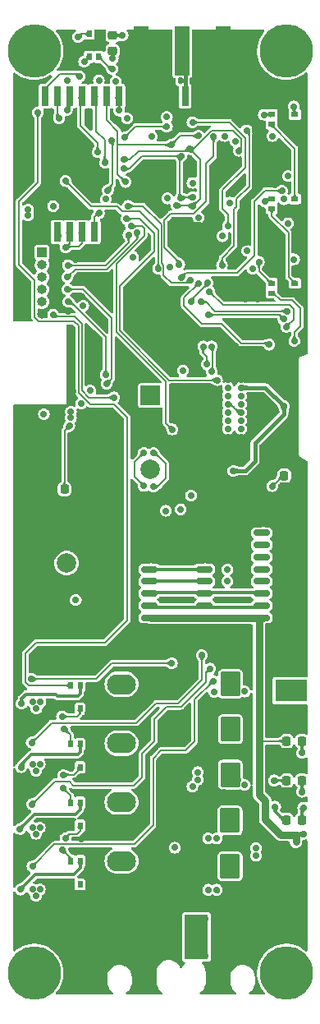
<source format=gbr>
%TF.GenerationSoftware,KiCad,Pcbnew,(6.0.1)*%
%TF.CreationDate,2022-09-22T22:29:04+02:00*%
%TF.ProjectId,kp-ptr,6b702d70-7472-42e6-9b69-6361645f7063,rev?*%
%TF.SameCoordinates,Original*%
%TF.FileFunction,Copper,L4,Bot*%
%TF.FilePolarity,Positive*%
%FSLAX46Y46*%
G04 Gerber Fmt 4.6, Leading zero omitted, Abs format (unit mm)*
G04 Created by KiCad (PCBNEW (6.0.1)) date 2022-09-22 22:29:04*
%MOMM*%
%LPD*%
G01*
G04 APERTURE LIST*
G04 Aperture macros list*
%AMRoundRect*
0 Rectangle with rounded corners*
0 $1 Rounding radius*
0 $2 $3 $4 $5 $6 $7 $8 $9 X,Y pos of 4 corners*
0 Add a 4 corners polygon primitive as box body*
4,1,4,$2,$3,$4,$5,$6,$7,$8,$9,$2,$3,0*
0 Add four circle primitives for the rounded corners*
1,1,$1+$1,$2,$3*
1,1,$1+$1,$4,$5*
1,1,$1+$1,$6,$7*
1,1,$1+$1,$8,$9*
0 Add four rect primitives between the rounded corners*
20,1,$1+$1,$2,$3,$4,$5,0*
20,1,$1+$1,$4,$5,$6,$7,0*
20,1,$1+$1,$6,$7,$8,$9,0*
20,1,$1+$1,$8,$9,$2,$3,0*%
G04 Aperture macros list end*
%TA.AperFunction,ComponentPad*%
%ADD10R,1.000000X1.000000*%
%TD*%
%TA.AperFunction,ComponentPad*%
%ADD11O,1.000000X1.000000*%
%TD*%
%TA.AperFunction,SMDPad,CuDef*%
%ADD12RoundRect,0.250000X0.787500X1.025000X-0.787500X1.025000X-0.787500X-1.025000X0.787500X-1.025000X0*%
%TD*%
%TA.AperFunction,ComponentPad*%
%ADD13R,2.413000X4.572000*%
%TD*%
%TA.AperFunction,SMDPad,CuDef*%
%ADD14R,0.800000X2.000000*%
%TD*%
%TA.AperFunction,SMDPad,CuDef*%
%ADD15RoundRect,0.150000X0.700000X-0.150000X0.700000X0.150000X-0.700000X0.150000X-0.700000X-0.150000X0*%
%TD*%
%TA.AperFunction,SMDPad,CuDef*%
%ADD16RoundRect,0.250000X1.150000X-0.250000X1.150000X0.250000X-1.150000X0.250000X-1.150000X-0.250000X0*%
%TD*%
%TA.AperFunction,ComponentPad*%
%ADD17C,0.700000*%
%TD*%
%TA.AperFunction,ComponentPad*%
%ADD18O,3.200000X1.300000*%
%TD*%
%TA.AperFunction,ComponentPad*%
%ADD19O,2.500000X1.300000*%
%TD*%
%TA.AperFunction,ComponentPad*%
%ADD20RoundRect,1.050000X0.450000X0.000000X0.450000X0.000000X-0.450000X0.000000X-0.450000X0.000000X0*%
%TD*%
%TA.AperFunction,SMDPad,CuDef*%
%ADD21R,0.736600X0.609600*%
%TD*%
%TA.AperFunction,SMDPad,CuDef*%
%ADD22R,1.500000X5.080000*%
%TD*%
%TA.AperFunction,ComponentPad*%
%ADD23C,2.000000*%
%TD*%
%TA.AperFunction,SMDPad,CuDef*%
%ADD24R,0.609600X0.736600*%
%TD*%
%TA.AperFunction,SMDPad,CuDef*%
%ADD25RoundRect,0.218750X0.218750X0.256250X-0.218750X0.256250X-0.218750X-0.256250X0.218750X-0.256250X0*%
%TD*%
%TA.AperFunction,SMDPad,CuDef*%
%ADD26RoundRect,0.218750X-0.256250X0.218750X-0.256250X-0.218750X0.256250X-0.218750X0.256250X0.218750X0*%
%TD*%
%TA.AperFunction,SMDPad,CuDef*%
%ADD27RoundRect,0.218750X-0.218750X-0.256250X0.218750X-0.256250X0.218750X0.256250X-0.218750X0.256250X0*%
%TD*%
%TA.AperFunction,ComponentPad*%
%ADD28R,2.000000X2.000000*%
%TD*%
%TA.AperFunction,SMDPad,CuDef*%
%ADD29RoundRect,0.147500X-0.147500X-0.172500X0.147500X-0.172500X0.147500X0.172500X-0.147500X0.172500X0*%
%TD*%
%TA.AperFunction,ComponentPad*%
%ADD30R,3.302000X2.286000*%
%TD*%
%TA.AperFunction,ComponentPad*%
%ADD31R,3.302000X2.447000*%
%TD*%
%TA.AperFunction,ViaPad*%
%ADD32C,5.500000*%
%TD*%
%TA.AperFunction,ViaPad*%
%ADD33C,0.700000*%
%TD*%
%TA.AperFunction,Conductor*%
%ADD34C,0.150000*%
%TD*%
%TA.AperFunction,Conductor*%
%ADD35C,0.200000*%
%TD*%
%TA.AperFunction,Conductor*%
%ADD36C,0.300000*%
%TD*%
%TA.AperFunction,Conductor*%
%ADD37C,0.400000*%
%TD*%
%TA.AperFunction,Conductor*%
%ADD38C,1.000000*%
%TD*%
%TA.AperFunction,Conductor*%
%ADD39C,0.800000*%
%TD*%
G04 APERTURE END LIST*
D10*
%TO.P,J1,1,3V3*%
%TO.N,+3V3*%
X144399000Y-55372000D03*
D11*
%TO.P,J1,2,RX0*%
%TO.N,U0RXD*%
X144399000Y-56642000D03*
%TO.P,J1,3,TX0*%
%TO.N,U0TXD*%
X144399000Y-57912000D03*
%TO.P,J1,4,BOOT*%
%TO.N,BOOT_PIN*%
X144399000Y-59182000D03*
%TO.P,J1,5,EN*%
%TO.N,Net-(J1-Pad5)*%
X144399000Y-60452000D03*
%TO.P,J1,6,GND*%
%TO.N,Earth*%
X144399000Y-61722000D03*
%TD*%
D12*
%TO.P,C38,1*%
%TO.N,VDD*%
X163792900Y-113893600D03*
%TO.P,C38,2*%
%TO.N,Earth*%
X157567900Y-113893600D03*
%TD*%
D13*
%TO.P,J2,1,Pin_1*%
%TO.N,VCC*%
X160337500Y-125907800D03*
%TO.P,J2,2,Pin_2*%
%TO.N,Earth*%
X157162500Y-125907800D03*
%TD*%
D12*
%TO.P,C59,1*%
%TO.N,VDD*%
X163843700Y-109169200D03*
%TO.P,C59,2*%
%TO.N,Earth*%
X157618700Y-109169200D03*
%TD*%
D14*
%TO.P,IC2,1,GND*%
%TO.N,Earth*%
X160434800Y-53278800D03*
%TO.P,IC2,2,GND*%
X159164800Y-53278800D03*
%TO.P,IC2,3,GND*%
X157894800Y-53278800D03*
%TO.P,IC2,4,GND*%
X152324800Y-53278800D03*
%TO.P,IC2,5,GND*%
X151054800Y-53278800D03*
%TO.P,IC2,6,RXEN*%
%TO.N,Net-(IC2-Pad6)*%
X149784800Y-53278800D03*
%TO.P,IC2,7,TXEN*%
%TO.N,Net-(IC2-Pad7)*%
X148514800Y-53278800D03*
%TO.P,IC2,8,DIO2*%
X147244800Y-53278800D03*
%TO.P,IC2,9,VCC*%
%TO.N,+3.3VP*%
X145974800Y-53278800D03*
%TO.P,IC2,10,GND*%
%TO.N,Earth*%
X144704800Y-53278800D03*
%TO.P,IC2,11,GND*%
X143434800Y-53278800D03*
%TO.P,IC2,12,GND*%
X143434800Y-39278800D03*
%TO.P,IC2,13,DIO1*%
%TO.N,Net-(IC2-Pad13)*%
X144704800Y-39278800D03*
%TO.P,IC2,14,BUSY*%
%TO.N,RF_BUSY*%
X145974800Y-39278800D03*
%TO.P,IC2,15,NRST*%
%TO.N,RF_RST*%
X147244800Y-39278800D03*
%TO.P,IC2,16,MISO*%
%TO.N,SPI_MISO*%
X148514800Y-39278800D03*
%TO.P,IC2,17,MOSI*%
%TO.N,SPI_MOSI*%
X149784800Y-39278800D03*
%TO.P,IC2,18,SCK*%
%TO.N,SPI_CLK*%
X151054800Y-39278800D03*
%TO.P,IC2,19,NSS*%
%TO.N,SPI_CS_LORA*%
X152324800Y-39278800D03*
%TO.P,IC2,20,GND*%
%TO.N,Earth*%
X157894800Y-39278800D03*
%TO.P,IC2,21,ANT*%
%TO.N,Net-(D8-Pad2)*%
X159164800Y-39278800D03*
%TO.P,IC2,22,GND*%
%TO.N,Earth*%
X160434800Y-39278800D03*
%TD*%
D15*
%TO.P,J6,1,Pin_1*%
%TO.N,+5V*%
X167050000Y-93001000D03*
%TO.P,J6,2,Pin_2*%
%TO.N,UART1_OUT*%
X167050000Y-91751000D03*
%TO.P,J6,3,Pin_3*%
%TO.N,UART1_IN*%
X167050000Y-90501000D03*
%TO.P,J6,4,Pin_4*%
%TO.N,Net-(J6-Pad4)*%
X167050000Y-89251000D03*
%TO.P,J6,5,Pin_5*%
%TO.N,Net-(J6-Pad5)*%
X167050000Y-88001000D03*
%TO.P,J6,6,Pin_6*%
%TO.N,Net-(J6-Pad6)*%
X167050000Y-86751000D03*
%TO.P,J6,7,Pin_7*%
%TO.N,Net-(J6-Pad7)*%
X167050000Y-85501000D03*
%TO.P,J6,8,Pin_8*%
%TO.N,Net-(J6-Pad8)*%
X167050000Y-84251000D03*
%TO.P,J6,9,Pin_9*%
%TO.N,Earth*%
X167050000Y-83001000D03*
%TO.P,J6,10,Pin_10*%
X167050000Y-81751000D03*
D16*
%TO.P,J6,MP*%
X170400000Y-79901000D03*
X170400000Y-94851000D03*
%TD*%
D12*
%TO.P,C66,1*%
%TO.N,VDD*%
X163792900Y-118618000D03*
%TO.P,C66,2*%
%TO.N,Earth*%
X157567900Y-118618000D03*
%TD*%
D17*
%TO.P,J4,A1,GND*%
%TO.N,Earth*%
X163578000Y-68449800D03*
%TO.P,J4,A4,VBUS*%
%TO.N,VBUS*%
X163578000Y-69299800D03*
%TO.P,J4,A5,CC1*%
%TO.N,unconnected-(J4-PadA5)*%
X163578000Y-70149800D03*
%TO.P,J4,A6,D+*%
%TO.N,Net-(J4-PadA6)*%
X163578000Y-70999800D03*
%TO.P,J4,A7,D-*%
%TO.N,Net-(J4-PadA7)*%
X163578000Y-71849800D03*
%TO.P,J4,A8,SBU1*%
%TO.N,unconnected-(J4-PadA8)*%
X163578000Y-72699800D03*
%TO.P,J4,A9,VBUS*%
%TO.N,VBUS*%
X163578000Y-73549800D03*
%TO.P,J4,A12,GND*%
%TO.N,Earth*%
X163578000Y-74399800D03*
%TO.P,J4,B1,GND*%
X164928000Y-74399800D03*
%TO.P,J4,B4,VBUS*%
%TO.N,VBUS*%
X164928000Y-73549800D03*
%TO.P,J4,B5,CC2*%
%TO.N,unconnected-(J4-PadB5)*%
X164928000Y-72699800D03*
%TO.P,J4,B6,D+*%
%TO.N,Net-(J4-PadA6)*%
X164928000Y-71849800D03*
%TO.P,J4,B7,D-*%
%TO.N,Net-(J4-PadA7)*%
X164928000Y-70999800D03*
%TO.P,J4,B8,SBU2*%
%TO.N,unconnected-(J4-PadB8)*%
X164928000Y-70149800D03*
%TO.P,J4,B9,VBUS*%
%TO.N,VBUS*%
X164928000Y-69299800D03*
%TO.P,J4,B12,GND*%
%TO.N,Earth*%
X164928000Y-68449800D03*
D18*
%TO.P,J4,S1,SHIELD*%
X164078000Y-75749800D03*
D19*
X168378000Y-75749800D03*
X168378000Y-67099800D03*
D18*
X164078000Y-67099800D03*
%TD*%
D20*
%TO.P,J12,1,Pin_1*%
%TO.N,Earth*%
X152600000Y-108474333D03*
%TO.P,J12,2,Pin_2*%
%TO.N,Net-(F4-Pad2)*%
X152600000Y-105934333D03*
%TD*%
D21*
%TO.P,D12,1,DOUT*%
%TO.N,Net-(D12-Pad1)*%
X170484800Y-41156001D03*
%TO.P,D12,2,GND*%
%TO.N,Earth*%
X170484800Y-42155999D03*
%TO.P,D12,3,DIN*%
%TO.N,Net-(D11-Pad1)*%
X168097200Y-42155999D03*
%TO.P,D12,4,VDD*%
%TO.N,+3V3*%
X168097200Y-41156001D03*
%TD*%
D22*
%TO.P,J5,1,In*%
%TO.N,Net-(D8-Pad2)*%
X158877000Y-34594800D03*
%TO.P,J5,2,Ext*%
%TO.N,Earth*%
X163127000Y-34594800D03*
X154627000Y-34594800D03*
%TD*%
D12*
%TO.P,C60,1*%
%TO.N,VDD*%
X163843700Y-104495600D03*
%TO.P,C60,2*%
%TO.N,Earth*%
X157618700Y-104495600D03*
%TD*%
D23*
%TO.P,ANT1,1,A*%
%TO.N,Net-(ANT1-Pad1)*%
X146928000Y-87376000D03*
%TD*%
D24*
%TO.P,D13,1,DOUT*%
%TO.N,Net-(D13-Pad1)*%
X149258401Y-32842200D03*
%TO.P,D13,2,GND*%
%TO.N,Earth*%
X150258399Y-32842200D03*
%TO.P,D13,3,DIN*%
%TO.N,Net-(D12-Pad1)*%
X150258399Y-35229800D03*
%TO.P,D13,4,VDD*%
%TO.N,+3V3*%
X149258401Y-35229800D03*
%TD*%
D15*
%TO.P,J9,1,Pin_1*%
%TO.N,+5V*%
X161150000Y-93001000D03*
%TO.P,J9,2,Pin_2*%
%TO.N,UART1_OUT*%
X161150000Y-91751000D03*
%TO.P,J9,3,Pin_3*%
%TO.N,UART1_IN*%
X161150000Y-90501000D03*
%TO.P,J9,4,Pin_4*%
%TO.N,I2C_SCL*%
X161150000Y-89251000D03*
%TO.P,J9,5,Pin_5*%
%TO.N,I2C_SDA*%
X161150000Y-88001000D03*
%TO.P,J9,6,Pin_6*%
%TO.N,Earth*%
X161150000Y-86751000D03*
D16*
%TO.P,J9,MP*%
X164500000Y-84901000D03*
X164500000Y-94851000D03*
%TD*%
D20*
%TO.P,J11,1,Pin_1*%
%TO.N,Earth*%
X152600000Y-114547666D03*
%TO.P,J11,2,Pin_2*%
%TO.N,Net-(F3-Pad2)*%
X152600000Y-112007666D03*
%TD*%
D25*
%TO.P,D7,1,K*%
%TO.N,Net-(D7-Pad1)*%
X171221500Y-105714800D03*
%TO.P,D7,2,A*%
%TO.N,+5V*%
X169646500Y-105714800D03*
%TD*%
D26*
%TO.P,D9,1,K*%
%TO.N,Net-(D9-Pad1)*%
X151688800Y-33045300D03*
%TO.P,D9,2,A*%
%TO.N,Net-(D9-Pad2)*%
X151688800Y-34620300D03*
%TD*%
D27*
%TO.P,D1,1,K*%
%TO.N,Earth*%
X145135500Y-79756000D03*
%TO.P,D1,2,A*%
%TO.N,Net-(D1-Pad2)*%
X146710500Y-79756000D03*
%TD*%
D28*
%TO.P,LS1,1,+*%
%TO.N,+3V3*%
X155575000Y-70114000D03*
D23*
%TO.P,LS1,2,-*%
%TO.N,Net-(D14-Pad2)*%
X155575000Y-77714000D03*
%TD*%
D24*
%TO.P,D17,1,DOUT*%
%TO.N,Net-(D17-Pad1)*%
X148327999Y-108415666D03*
%TO.P,D17,2,GND*%
%TO.N,Earth*%
X147328001Y-108415666D03*
%TO.P,D17,3,DIN*%
%TO.N,Net-(D16-Pad1)*%
X147328001Y-106028066D03*
%TO.P,D17,4,VDD*%
%TO.N,+3V3*%
X148327999Y-106028066D03*
%TD*%
%TO.P,D16,1,DOUT*%
%TO.N,Net-(D16-Pad1)*%
X148327999Y-102387400D03*
%TO.P,D16,2,GND*%
%TO.N,Earth*%
X147328001Y-102387400D03*
%TO.P,D16,3,DIN*%
%TO.N,Net-(D13-Pad1)*%
X147328001Y-99999800D03*
%TO.P,D16,4,VDD*%
%TO.N,+3V3*%
X148327999Y-99999800D03*
%TD*%
D15*
%TO.P,J8,1,Pin_1*%
%TO.N,+5V*%
X155450000Y-93001000D03*
%TO.P,J8,2,Pin_2*%
%TO.N,UART1_OUT*%
X155450000Y-91751000D03*
%TO.P,J8,3,Pin_3*%
%TO.N,UART1_IN*%
X155450000Y-90501000D03*
%TO.P,J8,4,Pin_4*%
%TO.N,I2C_SCL*%
X155450000Y-89251000D03*
%TO.P,J8,5,Pin_5*%
%TO.N,I2C_SDA*%
X155450000Y-88001000D03*
%TO.P,J8,6,Pin_6*%
%TO.N,Earth*%
X155450000Y-86751000D03*
D16*
%TO.P,J8,MP*%
X158800000Y-84901000D03*
X158800000Y-94851000D03*
%TD*%
D20*
%TO.P,J13,1,Pin_1*%
%TO.N,Earth*%
X152600000Y-102401000D03*
%TO.P,J13,2,Pin_2*%
%TO.N,Net-(F5-Pad2)*%
X152600000Y-99861000D03*
%TD*%
D12*
%TO.P,C61,1*%
%TO.N,VDD*%
X163843700Y-99822000D03*
%TO.P,C61,2*%
%TO.N,Earth*%
X157618700Y-99822000D03*
%TD*%
D29*
%TO.P,D8,1,A1*%
%TO.N,Earth*%
X157757000Y-37693600D03*
%TO.P,D8,2,A2*%
%TO.N,Net-(D8-Pad2)*%
X158727000Y-37693600D03*
%TD*%
D21*
%TO.P,D10,1,DOUT*%
%TO.N,Net-(D10-Pad1)*%
X170484800Y-58555001D03*
%TO.P,D10,2,GND*%
%TO.N,Earth*%
X170484800Y-59554999D03*
%TO.P,D10,3,DIN*%
%TO.N,Net-(D10-Pad3)*%
X168097200Y-59554999D03*
%TO.P,D10,4,VDD*%
%TO.N,+3V3*%
X168097200Y-58555001D03*
%TD*%
D20*
%TO.P,J10,1,Pin_1*%
%TO.N,Earth*%
X152600000Y-120620999D03*
%TO.P,J10,2,Pin_2*%
%TO.N,Net-(F2-Pad2)*%
X152600000Y-118080999D03*
%TD*%
D30*
%TO.P,J7,1,Pin_1*%
%TO.N,VCC*%
X170078400Y-100507800D03*
D31*
%TO.P,J7,2,Pin_2*%
%TO.N,Earth*%
X170078400Y-97667300D03*
%TD*%
D24*
%TO.P,D18,1,DOUT*%
%TO.N,Net-(D18-Pad1)*%
X148327999Y-114443932D03*
%TO.P,D18,2,GND*%
%TO.N,Earth*%
X147328001Y-114443932D03*
%TO.P,D18,3,DIN*%
%TO.N,Net-(D17-Pad1)*%
X147328001Y-112056332D03*
%TO.P,D18,4,VDD*%
%TO.N,+3V3*%
X148327999Y-112056332D03*
%TD*%
D21*
%TO.P,D11,1,DOUT*%
%TO.N,Net-(D11-Pad1)*%
X170484800Y-49855501D03*
%TO.P,D11,2,GND*%
%TO.N,Earth*%
X170484800Y-50855499D03*
%TO.P,D11,3,DIN*%
%TO.N,Net-(D10-Pad1)*%
X168097200Y-50855499D03*
%TO.P,D11,4,VDD*%
%TO.N,+3V3*%
X168097200Y-49855501D03*
%TD*%
D25*
%TO.P,D5,1,K*%
%TO.N,Net-(D5-Pad1)*%
X171221500Y-113842800D03*
%TO.P,D5,2,A*%
%TO.N,VDD*%
X169646500Y-113842800D03*
%TD*%
%TO.P,D15,1,K*%
%TO.N,Earth*%
X170967500Y-78359000D03*
%TO.P,D15,2,A*%
%TO.N,Net-(D15-Pad2)*%
X169392500Y-78359000D03*
%TD*%
D24*
%TO.P,D19,1,DOUT*%
%TO.N,unconnected-(D19-Pad1)*%
X148327999Y-120472200D03*
%TO.P,D19,2,GND*%
%TO.N,Earth*%
X147328001Y-120472200D03*
%TO.P,D19,3,DIN*%
%TO.N,Net-(D18-Pad1)*%
X147328001Y-118084600D03*
%TO.P,D19,4,VDD*%
%TO.N,+3V3*%
X148327999Y-118084600D03*
%TD*%
D25*
%TO.P,D6,1,K*%
%TO.N,Net-(D6-Pad1)*%
X171221500Y-109778800D03*
%TO.P,D6,2,A*%
%TO.N,+3V3*%
X169646500Y-109778800D03*
%TD*%
D32*
%TO.N,*%
X143600000Y-34600000D03*
X169600000Y-34600000D03*
X169600000Y-129600000D03*
X143600000Y-129600000D03*
D33*
%TO.N,Earth*%
X170484800Y-51612800D03*
X164310000Y-94620000D03*
X147066000Y-61417200D03*
X155279900Y-54356000D03*
X148310000Y-50620000D03*
X144830800Y-83261200D03*
X163474400Y-91135200D03*
X171399200Y-48615600D03*
X166116000Y-35610800D03*
X155194000Y-63288614D03*
X146710400Y-32969200D03*
X165049200Y-41183100D03*
X154486893Y-62581507D03*
X168910000Y-123596400D03*
X143408400Y-37998400D03*
X142951200Y-59791600D03*
X157315321Y-62581507D03*
X145135600Y-40843200D03*
X171196000Y-122377200D03*
X169113200Y-92557600D03*
X155901107Y-62581507D03*
X142036800Y-72288400D03*
X151638000Y-52222400D03*
X168148000Y-111099600D03*
X141986000Y-73253600D03*
X162610800Y-130657600D03*
X167792400Y-99542600D03*
X170789600Y-111760000D03*
X150317200Y-69596000D03*
X164185600Y-101701600D03*
X143052800Y-55321200D03*
X165709600Y-127203200D03*
X153263600Y-119938800D03*
X161900000Y-94030000D03*
X144068800Y-53695600D03*
X171297600Y-37795200D03*
X156608214Y-61874400D03*
X169214800Y-103022400D03*
X158750000Y-84886800D03*
X141935200Y-71424800D03*
X171450000Y-64109600D03*
X165620000Y-98520000D03*
X154790000Y-110300000D03*
X156972000Y-96113600D03*
X163626800Y-84886800D03*
X149230000Y-48530000D03*
X144390000Y-49500000D03*
X155901107Y-61167293D03*
X162001200Y-108839000D03*
X151536400Y-73964800D03*
X153072680Y-62581507D03*
X158920000Y-113960000D03*
X168452800Y-48412400D03*
X147574000Y-69697600D03*
X154584400Y-32766000D03*
X148437600Y-115773200D03*
X142392400Y-76962000D03*
X169824400Y-81127600D03*
X168198800Y-56540400D03*
X141833600Y-126441200D03*
X166624000Y-59131200D03*
X164515800Y-106730800D03*
X155194000Y-64702827D03*
X142646400Y-83261200D03*
X164031367Y-45671367D03*
X151942800Y-101752400D03*
X159308800Y-91135200D03*
X147828000Y-56083200D03*
X156946600Y-117729000D03*
X163017200Y-83210400D03*
X165150800Y-50190400D03*
X168249600Y-82956400D03*
X153822400Y-131267200D03*
X143637000Y-96824800D03*
X147370800Y-66954400D03*
X154584400Y-116636800D03*
X168960800Y-98399600D03*
X166344600Y-112852200D03*
X162763200Y-52120800D03*
X159156400Y-52171600D03*
X171246800Y-97028000D03*
X170129200Y-117348000D03*
X162153600Y-122224800D03*
X171450000Y-55219600D03*
X165404800Y-59131200D03*
X171297600Y-79908400D03*
X141808200Y-99187000D03*
X167792400Y-62433200D03*
X148539200Y-59893200D03*
X153779787Y-63288614D03*
X159664400Y-82600800D03*
X149148800Y-41960800D03*
X163271200Y-102616000D03*
X163118800Y-34645600D03*
X150571200Y-131368800D03*
X147320000Y-128270000D03*
X157581600Y-46939200D03*
X145542000Y-92811600D03*
X157700000Y-99790000D03*
X166674800Y-60198000D03*
X141808200Y-112064800D03*
X165404800Y-60198000D03*
X141782800Y-94488000D03*
X171450000Y-59540000D03*
X151333200Y-79756000D03*
X156362400Y-127812800D03*
X151942800Y-115214400D03*
X155194000Y-61874400D03*
X167894000Y-71170800D03*
X155600400Y-49428400D03*
X149199600Y-64363600D03*
X164388800Y-64973200D03*
X165430200Y-112953800D03*
X162052000Y-53848000D03*
X170942000Y-77419200D03*
X163195000Y-111988600D03*
X170992800Y-126085600D03*
X160350200Y-113334800D03*
X164920000Y-52790000D03*
X148793200Y-86969600D03*
X170992800Y-65176400D03*
X147370800Y-67716400D03*
X151942800Y-113893600D03*
X148285200Y-82905600D03*
X142138400Y-80213200D03*
X150044000Y-125918000D03*
X154380000Y-98540000D03*
X164439600Y-55524400D03*
X144221200Y-89458800D03*
X169214800Y-102260400D03*
X153263600Y-115214400D03*
X141808200Y-118465600D03*
X141986000Y-61976000D03*
X145491200Y-76962000D03*
X165608000Y-115925600D03*
X169570400Y-79908400D03*
X148132800Y-78638400D03*
X157886400Y-53797200D03*
X163372800Y-125679200D03*
X157073600Y-37693600D03*
X171246800Y-93522800D03*
X160050000Y-86750000D03*
X157700000Y-100679000D03*
X170434000Y-68580000D03*
X156972000Y-74269600D03*
X165608000Y-104089200D03*
X154584400Y-36474400D03*
X168656000Y-103835200D03*
X155770000Y-73355200D03*
X144983200Y-126187200D03*
X144322800Y-79756000D03*
X166827200Y-123596400D03*
X155956000Y-131267200D03*
X171348400Y-119888000D03*
X145135600Y-47904400D03*
X148082000Y-81178400D03*
X162763200Y-128727200D03*
X147929600Y-58166000D03*
X157886400Y-40436800D03*
X149098000Y-37693600D03*
X145643600Y-54864000D03*
X157988000Y-124002800D03*
X150774400Y-54965600D03*
X151790400Y-82956400D03*
X159715200Y-84886800D03*
X162052000Y-48666400D03*
X164795200Y-84886800D03*
X156362400Y-124002800D03*
X144830800Y-86207600D03*
X168148000Y-54813200D03*
X153619200Y-124764800D03*
X169113200Y-119735600D03*
X150215600Y-62433200D03*
X146964400Y-89357200D03*
X157190000Y-110080000D03*
X141833600Y-109880400D03*
X149910800Y-127558800D03*
X151942800Y-103073200D03*
X157200000Y-108730000D03*
X165760400Y-81127600D03*
X142646400Y-86156800D03*
X161696400Y-64008000D03*
X169113200Y-118618000D03*
X158000000Y-77900000D03*
X156190000Y-86580000D03*
X162915600Y-79756000D03*
X141884400Y-37795200D03*
X171196000Y-94843600D03*
X171246800Y-98399600D03*
X161112200Y-113334800D03*
X159461200Y-83616800D03*
X163271200Y-101701600D03*
X153263600Y-107797600D03*
X161569400Y-107238800D03*
X157175200Y-124612400D03*
X141986000Y-45212000D03*
X169926000Y-94843600D03*
X165404800Y-62433200D03*
X171297600Y-118668800D03*
X157683200Y-104495600D03*
X171348400Y-54102000D03*
X141986000Y-123545600D03*
X149126538Y-102831357D03*
X165760400Y-82245200D03*
X163169600Y-111023400D03*
X170332400Y-73050400D03*
X160756600Y-113824550D03*
X146710400Y-131318000D03*
X157988000Y-127812800D03*
X153263600Y-101752400D03*
X153263600Y-121259600D03*
X145237200Y-88493600D03*
X167944800Y-37693600D03*
X151942800Y-51409600D03*
X153670000Y-127660400D03*
X156946600Y-118618000D03*
X154486893Y-61167293D03*
X149758400Y-88239600D03*
X161950400Y-56591200D03*
X144068800Y-52730400D03*
X168402000Y-107492800D03*
X168910000Y-97028000D03*
X141884400Y-88950800D03*
X141732000Y-103682800D03*
X157700000Y-98901000D03*
X160426400Y-37998400D03*
X153263600Y-103073200D03*
X157734000Y-94742000D03*
X170434000Y-42976800D03*
X165455600Y-122123200D03*
X160324800Y-40233600D03*
X171348400Y-108407200D03*
X162100000Y-86750000D03*
X165455600Y-54356000D03*
X141986000Y-40589200D03*
X171400000Y-57960000D03*
X163118800Y-32766000D03*
X166674800Y-62433200D03*
X171297600Y-43738800D03*
X162255200Y-50241200D03*
X158902400Y-70053200D03*
X151282400Y-96926400D03*
X168249600Y-81737200D03*
X141833600Y-115671600D03*
X166573200Y-131368800D03*
X166420800Y-42926000D03*
X146964400Y-92811600D03*
X154730000Y-104220000D03*
X156946600Y-119507000D03*
X141808200Y-105714800D03*
X157190000Y-107460000D03*
X162102800Y-113284000D03*
X163118800Y-36525200D03*
X164185600Y-102616000D03*
X154486893Y-63995721D03*
X153263600Y-109118400D03*
X156608214Y-63288614D03*
X169773600Y-45161200D03*
X166471600Y-32766000D03*
X148234400Y-109423200D03*
X151942800Y-107797600D03*
X153263600Y-113893600D03*
X153779787Y-61874400D03*
X166522400Y-73253600D03*
X151942800Y-109118400D03*
X151942800Y-121259600D03*
X141986000Y-48666400D03*
X157226000Y-127101600D03*
X164840000Y-48380000D03*
X148894800Y-96266000D03*
X155901107Y-63995721D03*
X154584400Y-34620200D03*
X150894340Y-53278800D03*
X151942800Y-119938800D03*
X159332711Y-46099845D03*
X149758400Y-91186000D03*
X151333200Y-76657200D03*
X151384000Y-123748800D03*
X155194000Y-60460187D03*
X157683200Y-103733600D03*
X157276800Y-38760400D03*
%TO.N,+3V3*%
X148742400Y-35712400D03*
X169367200Y-49885600D03*
X163017200Y-53695600D03*
X148643832Y-60881982D03*
X142963700Y-51562000D03*
X163779200Y-50241200D03*
X169773600Y-47498000D03*
X160528000Y-51779298D03*
X169773600Y-52374800D03*
X166116000Y-57048400D03*
X142087600Y-114808000D03*
X159918400Y-110413800D03*
X155702000Y-43434000D03*
X158930337Y-67531933D03*
X157175200Y-81991200D03*
X147374011Y-72418472D03*
X163525200Y-88036400D03*
X167284400Y-41183100D03*
X159918400Y-48209200D03*
X170398900Y-56083200D03*
X165564312Y-55198518D03*
X153162000Y-41554400D03*
X160477200Y-108915100D03*
X157276800Y-41427400D03*
X166776400Y-56337200D03*
X142189200Y-121005600D03*
X142951200Y-50952400D03*
X157548716Y-56901185D03*
X149369383Y-69596000D03*
X163220400Y-43383200D03*
X168183100Y-43383200D03*
X148437600Y-70916800D03*
X168351115Y-109771764D03*
X153787300Y-55829200D03*
X142240000Y-108407200D03*
X159766000Y-80416400D03*
X142290800Y-101854000D03*
X163525200Y-89255600D03*
X158699200Y-81838800D03*
X157353167Y-49809567D03*
X162153600Y-100634800D03*
X160477200Y-109677200D03*
X167386000Y-50139600D03*
X147380000Y-71790000D03*
X164388800Y-43942000D03*
%TO.N,CHIP_PU*%
X147116800Y-60452000D03*
X150977600Y-67970400D03*
%TO.N,VDD*%
X164465000Y-108280200D03*
X164465000Y-110058200D03*
X164388800Y-119532400D03*
X164388800Y-112979200D03*
X164388800Y-117754400D03*
X164388800Y-118643400D03*
X161544000Y-115747800D03*
X165303200Y-100609400D03*
X162407600Y-115747800D03*
X164388800Y-113868200D03*
X164439600Y-104648000D03*
X164439600Y-105384600D03*
X164490400Y-98882200D03*
X164525651Y-99693964D03*
X164388800Y-114757200D03*
X165277800Y-110210600D03*
X168452800Y-112471200D03*
X164465000Y-109169200D03*
%TO.N,SPI_MISO*%
X152857200Y-45770800D03*
X159918400Y-50596800D03*
X159613600Y-44704000D03*
X150130000Y-45050000D03*
X158292800Y-50546000D03*
X164693600Y-44907200D03*
%TO.N,SPI_MOSI*%
X150926800Y-46126400D03*
X159918400Y-49682400D03*
X158750000Y-45481700D03*
X158699200Y-49784000D03*
X152806400Y-46736000D03*
%TO.N,SPI_CLK*%
X157734000Y-44297600D03*
X160553567Y-43357967D03*
X153009600Y-48107600D03*
%TO.N,SPI_CS_LORA*%
X152349200Y-40741600D03*
%TO.N,VBUS*%
X164134800Y-77876400D03*
X169367200Y-71221600D03*
%TO.N,IGN2_EN*%
X154910000Y-76020000D03*
X154900000Y-79430000D03*
%TO.N,BUZZER*%
X157835600Y-73609200D03*
X153568400Y-52679600D03*
%TO.N,LED1*%
X160550000Y-58540000D03*
X167843200Y-64871600D03*
%TO.N,RF_DIO1*%
X153263600Y-50581100D03*
X159696297Y-58247987D03*
%TO.N,SPI0_CS*%
X161493200Y-58521600D03*
X159816800Y-60452000D03*
%TO.N,SPI_CS_MAG*%
X165506400Y-42789300D03*
X162966400Y-56692800D03*
%TO.N,+3.3VADC*%
X144590000Y-72030000D03*
X147878800Y-91186000D03*
%TO.N,RF_BUSY*%
X146812000Y-48006000D03*
X156378100Y-57048400D03*
X146151600Y-41554400D03*
%TO.N,SPI_CS_LSM*%
X158553310Y-56591360D03*
X162102800Y-43434000D03*
%TO.N,RF_RST*%
X146964400Y-40690800D03*
X151841200Y-70307200D03*
X145542000Y-61772800D03*
%TO.N,+3.3VP*%
X150266400Y-37642800D03*
X145542000Y-50596800D03*
X150977600Y-49885600D03*
X151993600Y-37744400D03*
X146050000Y-53695600D03*
X146964400Y-37642800D03*
X145999200Y-52628800D03*
%TO.N,Net-(D1-Pad2)*%
X147218400Y-73253600D03*
%TO.N,+5V*%
X170586400Y-116078000D03*
X171348400Y-115316000D03*
X170586400Y-115366800D03*
%TO.N,IO44*%
X157276800Y-42418000D03*
X153314400Y-53543200D03*
X147066000Y-56692800D03*
X152908000Y-43535600D03*
%TO.N,IO43*%
X147015200Y-57912000D03*
X154195558Y-53322458D03*
X151180800Y-48971200D03*
X151536400Y-43840400D03*
%TO.N,UART1_OUT*%
X155657000Y-91751000D03*
%TO.N,UART1_IN*%
X155657000Y-90501000D03*
%TO.N,I2C_SCL*%
X155657000Y-89251000D03*
X161245000Y-89251000D03*
%TO.N,I2C_SDA*%
X161245000Y-88001000D03*
X155657000Y-88001000D03*
%TO.N,SERVO_EN*%
X162458400Y-68529200D03*
X153111200Y-51917600D03*
%TO.N,SERVO_3*%
X161426700Y-66903600D03*
X161036000Y-65059100D03*
%TO.N,SERVO_4*%
X161899600Y-67665600D03*
X161885503Y-65059100D03*
%TO.N,Net-(D5-Pad1)*%
X171348400Y-112572800D03*
%TO.N,Net-(D6-Pad1)*%
X171246800Y-110947200D03*
%TO.N,Net-(D7-Pad1)*%
X171246800Y-106934000D03*
%TO.N,Net-(D9-Pad2)*%
X151688800Y-35407600D03*
%TO.N,IO0*%
X151075900Y-68884800D03*
X147015200Y-59182000D03*
%TO.N,SPI_CS_LSM2*%
X169164000Y-49022000D03*
X158800800Y-57947100D03*
%TO.N,LSM2_INT*%
X159918400Y-41960800D03*
X163576000Y-52679600D03*
%TO.N,VCC*%
X143408400Y-108102400D03*
X168910000Y-101142800D03*
X161544000Y-121031000D03*
X160324800Y-124714000D03*
X143814800Y-102362000D03*
X161188400Y-124002800D03*
X144170400Y-108102400D03*
X143764000Y-115265200D03*
X159512000Y-127812800D03*
X166471600Y-116738400D03*
X168910000Y-99872800D03*
X162407600Y-121031000D03*
X166471600Y-117525800D03*
X144170400Y-121005600D03*
X159512000Y-124002800D03*
X143764000Y-108762800D03*
X143764000Y-121666000D03*
X158110000Y-116700000D03*
X160324800Y-127050800D03*
X143459200Y-101701600D03*
X171246800Y-99872800D03*
X143408400Y-121005600D03*
X161188400Y-127812800D03*
X171246800Y-101142800D03*
X143408400Y-114655600D03*
X144221200Y-101701600D03*
X144170400Y-114655600D03*
%TO.N,Net-(F2-Pad2)*%
X151942800Y-117398800D03*
X151942800Y-118719600D03*
X153263600Y-117398800D03*
X153263600Y-118719600D03*
%TO.N,Net-(F3-Pad2)*%
X153263600Y-111353600D03*
X153263600Y-112674400D03*
X151942800Y-112674400D03*
X151942800Y-111353600D03*
%TO.N,Net-(F4-Pad2)*%
X153263600Y-105257600D03*
X151942800Y-105257600D03*
X151942800Y-106578400D03*
X153263600Y-106578400D03*
%TO.N,Net-(F5-Pad2)*%
X151942800Y-100533200D03*
X153263600Y-100533200D03*
X153263600Y-99212400D03*
X151942800Y-99212400D03*
%TO.N,Net-(C55-Pad2)*%
X143408400Y-118618000D03*
X162052000Y-99517200D03*
%TO.N,Net-(C56-Pad2)*%
X161747200Y-98247200D03*
X143357600Y-112217200D03*
%TO.N,Net-(C57-Pad2)*%
X160883600Y-96875600D03*
X143332200Y-105867200D03*
%TO.N,Net-(D9-Pad1)*%
X152704800Y-33020000D03*
%TO.N,Net-(D10-Pad3)*%
X170434000Y-64516000D03*
%TO.N,Net-(D12-Pad1)*%
X170383200Y-40335200D03*
X151638000Y-36474400D03*
%TO.N,Net-(D13-Pad1)*%
X148132800Y-33172400D03*
X143967200Y-40944800D03*
%TO.N,Net-(D15-Pad2)*%
X168148000Y-79451200D03*
%TO.N,SPI0_HOLD*%
X161544000Y-61772800D03*
X169316400Y-62230000D03*
%TO.N,SPI0_DI*%
X169602119Y-63030012D03*
X161645600Y-59385200D03*
%TO.N,SPI0_CLK*%
X169672000Y-61417200D03*
X160782000Y-60471389D03*
%TO.N,Net-(IC2-Pad6)*%
X150270000Y-51330000D03*
%TO.N,Net-(IC2-Pad7)*%
X146820000Y-54860000D03*
%TO.N,Net-(IC2-Pad13)*%
X148275100Y-37236400D03*
%TO.N,Net-(J6-Pad4)*%
X167214000Y-89251000D03*
%TO.N,Net-(J6-Pad5)*%
X167214000Y-88001000D03*
%TO.N,Net-(J6-Pad6)*%
X167214000Y-86751000D03*
%TO.N,Net-(J6-Pad7)*%
X167214000Y-85501000D03*
%TO.N,Net-(J6-Pad8)*%
X167214000Y-84251000D03*
%TO.N,Net-(C58-Pad2)*%
X157784800Y-97688400D03*
X143306800Y-99314000D03*
%TO.N,IGN3_EN*%
X155905200Y-79502000D03*
X155920000Y-76047600D03*
%TO.N,Net-(D16-Pad1)*%
X146699353Y-104448916D03*
X146456400Y-103174800D03*
%TO.N,Net-(D17-Pad1)*%
X146558000Y-110540800D03*
X146608800Y-109220000D03*
%TO.N,Net-(D18-Pad1)*%
X146507200Y-116941600D03*
X146812000Y-115722400D03*
%TD*%
D34*
%TO.N,SERVO_3*%
X161036000Y-65756000D02*
X161036000Y-65059100D01*
X161426700Y-66146700D02*
X161036000Y-65756000D01*
X161426700Y-66903600D02*
X161426700Y-66146700D01*
D35*
%TO.N,SPI_MOSI*%
X150860000Y-43790000D02*
X149950000Y-42880000D01*
X149950000Y-39444000D02*
X149784800Y-39278800D01*
X150860000Y-46059600D02*
X150860000Y-43790000D01*
X149950000Y-42880000D02*
X149950000Y-39444000D01*
X150926800Y-46126400D02*
X150860000Y-46059600D01*
%TO.N,SPI_MISO*%
X148400000Y-39393600D02*
X148514800Y-39278800D01*
X148400000Y-42330000D02*
X148400000Y-39393600D01*
X150130000Y-45050000D02*
X150130000Y-44060000D01*
X150130000Y-44060000D02*
X148400000Y-42330000D01*
D34*
%TO.N,Earth*%
X170484800Y-42155999D02*
X170484800Y-42926000D01*
D36*
X159140700Y-53949600D02*
X160324800Y-53949600D01*
D35*
X160324800Y-40233600D02*
X160434800Y-40123600D01*
D37*
X157757000Y-37693600D02*
X157073600Y-37693600D01*
D35*
X157894800Y-40428400D02*
X157894800Y-39278800D01*
X143434800Y-39050200D02*
X143130000Y-39355000D01*
D36*
X159164800Y-53278800D02*
X159164800Y-53925500D01*
D34*
X170484800Y-50855499D02*
X170484800Y-51612800D01*
D36*
X159089900Y-53898800D02*
X159140700Y-53949600D01*
D34*
X170484800Y-42926000D02*
X170434000Y-42976800D01*
D35*
X157886400Y-40436800D02*
X157894800Y-40428400D01*
D34*
X170848401Y-59791600D02*
X170611800Y-59554999D01*
D35*
X157854000Y-40191000D02*
X157840625Y-40177625D01*
D37*
X145135500Y-79756000D02*
X144322800Y-79756000D01*
D36*
X157894800Y-53278800D02*
X157894800Y-53890400D01*
X159164800Y-53925500D02*
X159140700Y-53949600D01*
X160324800Y-53949600D02*
X160426400Y-54051200D01*
D35*
X160434800Y-40123600D02*
X160434800Y-39278800D01*
X157795200Y-39278800D02*
X157276800Y-38760400D01*
D36*
X157886400Y-53898800D02*
X159089900Y-53898800D01*
D34*
X171399200Y-59791600D02*
X170848401Y-59791600D01*
D35*
X157894800Y-39278800D02*
X157795200Y-39278800D01*
X160434800Y-38006800D02*
X160426400Y-37998400D01*
X143434800Y-38024800D02*
X143434800Y-39050200D01*
D36*
X152324800Y-53278800D02*
X151054800Y-53278800D01*
D35*
X143408400Y-37998400D02*
X143434800Y-38024800D01*
D36*
X152324800Y-52909200D02*
X152324800Y-53278800D01*
X157894800Y-53890400D02*
X157886400Y-53898800D01*
X151638000Y-52222400D02*
X152324800Y-52909200D01*
D35*
X160434800Y-39278800D02*
X160434800Y-38006800D01*
D36*
%TO.N,+3V3*%
X148327999Y-112784001D02*
X148327999Y-112056332D01*
X142189200Y-120954800D02*
X142189200Y-121005600D01*
X148082000Y-107086400D02*
X146354800Y-107086400D01*
X142138400Y-114706400D02*
X143611600Y-113233200D01*
X142290800Y-101346000D02*
X142290800Y-101854000D01*
D34*
X167386000Y-50139600D02*
X167650100Y-49875500D01*
D36*
X147675600Y-119430800D02*
X143713200Y-119430800D01*
X147878800Y-113233200D02*
X148327999Y-112784001D01*
D34*
X148742400Y-35712400D02*
X149148800Y-35306000D01*
D36*
X148327999Y-106028066D02*
X148327999Y-106840401D01*
D34*
X167291500Y-41176000D02*
X168077201Y-41176000D01*
X166776400Y-56337200D02*
X166776400Y-57302400D01*
X167650100Y-49875500D02*
X168077201Y-49875500D01*
D36*
X143713200Y-119430800D02*
X142189200Y-120954800D01*
D34*
X149148800Y-35306000D02*
X149148800Y-35229900D01*
D36*
X143611600Y-113233200D02*
X147878800Y-113233200D01*
X145796000Y-100888800D02*
X142748000Y-100888800D01*
D34*
X167284400Y-41183100D02*
X167291500Y-41176000D01*
D36*
X142138400Y-114757200D02*
X142138400Y-114706400D01*
D34*
X168077201Y-49875500D02*
X168097200Y-49855501D01*
D36*
X148327999Y-100846001D02*
X148082000Y-101092000D01*
D35*
X168358151Y-109778800D02*
X169646500Y-109778800D01*
D36*
X143306800Y-107086400D02*
X142341600Y-108051600D01*
X146354800Y-107086400D02*
X143306800Y-107086400D01*
X145948400Y-101041200D02*
X145796000Y-100888800D01*
X148082000Y-101092000D02*
X145999200Y-101092000D01*
X145999200Y-101092000D02*
X145948400Y-101041200D01*
X148327999Y-99999800D02*
X148327999Y-100846001D01*
D34*
X168077201Y-41176000D02*
X168097200Y-41156001D01*
D36*
X142341600Y-108051600D02*
X142240000Y-108153200D01*
D35*
X168351115Y-109771764D02*
X168358151Y-109778800D01*
D36*
X142748000Y-100888800D02*
X142290800Y-101346000D01*
X148327999Y-118084600D02*
X148327999Y-118778401D01*
X142240000Y-108153200D02*
X142240000Y-108407200D01*
X148327999Y-118778401D02*
X147675600Y-119430800D01*
X142087600Y-114808000D02*
X142138400Y-114757200D01*
X148327999Y-106840401D02*
X148082000Y-107086400D01*
D34*
X166776400Y-57302400D02*
X168088000Y-58614000D01*
%TO.N,CHIP_PU*%
X147320000Y-60452000D02*
X150970000Y-64102000D01*
X150970000Y-64102000D02*
X150970000Y-67962800D01*
X147116800Y-60452000D02*
X147320000Y-60452000D01*
X150970000Y-67962800D02*
X150977600Y-67970400D01*
D36*
%TO.N,VDD*%
X169341700Y-113842800D02*
X169646500Y-113842800D01*
D38*
X164097700Y-99568000D02*
X163843700Y-99822000D01*
D36*
X168452800Y-112953900D02*
X169341700Y-113842800D01*
D38*
X164405289Y-109730789D02*
X163843700Y-109169200D01*
D36*
X168452800Y-112471200D02*
X168452800Y-112953900D01*
D34*
%TO.N,SPI_MISO*%
X164119089Y-42808689D02*
X164963311Y-43652911D01*
X153466800Y-45770800D02*
X154330400Y-44907200D01*
X154330400Y-44907200D02*
X159410400Y-44907200D01*
X164963311Y-43652911D02*
X164963311Y-44637489D01*
X161915311Y-42808689D02*
X164119089Y-42808689D01*
X160680400Y-49834800D02*
X160680400Y-45770800D01*
X152857200Y-45770800D02*
X153466800Y-45770800D01*
X160020016Y-44704000D02*
X159613600Y-44704000D01*
X161915311Y-42808689D02*
X161915311Y-42808705D01*
X159867600Y-50546000D02*
X159918400Y-50596800D01*
X164963311Y-44637489D02*
X164693600Y-44907200D01*
X160680400Y-45770800D02*
X159613600Y-44704000D01*
X159918400Y-50596800D02*
X160680400Y-49834800D01*
X158292800Y-50546000D02*
X159867600Y-50546000D01*
X161915311Y-42808705D02*
X160020016Y-44704000D01*
X159410400Y-44907200D02*
X159613600Y-44704000D01*
%TO.N,SPI_MOSI*%
X153416000Y-46736000D02*
X152806400Y-46736000D01*
X158750000Y-45481700D02*
X158597600Y-45634100D01*
X158734300Y-45466000D02*
X154686000Y-45466000D01*
X158597600Y-49682400D02*
X158699200Y-49784000D01*
X158800800Y-49682400D02*
X158699200Y-49784000D01*
X154686000Y-45466000D02*
X153416000Y-46736000D01*
X158750000Y-45481700D02*
X158734300Y-45466000D01*
X159918400Y-49682400D02*
X158800800Y-49682400D01*
X158597600Y-45634100D02*
X158597600Y-49682400D01*
D35*
%TO.N,SPI_CLK*%
X152196800Y-44246800D02*
X152196800Y-42875200D01*
X152196800Y-47294800D02*
X152196800Y-44246800D01*
X152247600Y-44297600D02*
X157734000Y-44297600D01*
X158673633Y-43357967D02*
X160553567Y-43357967D01*
X152196800Y-42875200D02*
X151054800Y-41733200D01*
X151054800Y-41733200D02*
X151054800Y-39278800D01*
X157734000Y-44297600D02*
X158673633Y-43357967D01*
X152196800Y-44246800D02*
X152247600Y-44297600D01*
X153009600Y-48107600D02*
X152196800Y-47294800D01*
D34*
%TO.N,SPI_CS_LORA*%
X152349200Y-40741600D02*
X152349200Y-39684200D01*
X152349200Y-39684200D02*
X152020000Y-39355000D01*
D37*
%TO.N,VBUS*%
X164134800Y-77876400D02*
X165354000Y-77876400D01*
X165354000Y-77876400D02*
X166370000Y-76860400D01*
X167445400Y-69299800D02*
X164928000Y-69299800D01*
X166370000Y-75031600D02*
X169367200Y-72034400D01*
X166370000Y-76860400D02*
X166370000Y-75031600D01*
X169367200Y-71221600D02*
X167445400Y-69299800D01*
X169367200Y-72034400D02*
X169367200Y-71221600D01*
D35*
%TO.N,Net-(J4-PadA6)*%
X163862200Y-70999800D02*
X164712200Y-71849800D01*
X163578000Y-70999800D02*
X163862200Y-70999800D01*
X164712200Y-71849800D02*
X164928000Y-71849800D01*
D34*
%TO.N,IGN2_EN*%
X154910000Y-76020000D02*
X154870000Y-76020000D01*
X153970000Y-78480000D02*
X154900000Y-79410000D01*
X154900000Y-79410000D02*
X154900000Y-79430000D01*
X154870000Y-76020000D02*
X153970000Y-76920000D01*
X153970000Y-76920000D02*
X153970000Y-78480000D01*
%TO.N,BUZZER*%
X153568400Y-52679600D02*
X154686000Y-52679600D01*
X154940000Y-52933600D02*
X154940000Y-53661986D01*
X157175200Y-68630800D02*
X157175200Y-72948800D01*
X154686000Y-52679600D02*
X154940000Y-52933600D01*
X157175200Y-72948800D02*
X157835600Y-73609200D01*
X154940000Y-53661986D02*
X152095200Y-56506786D01*
X152095200Y-63550800D02*
X157175200Y-68630800D01*
X152095200Y-56506786D02*
X152095200Y-63550800D01*
%TO.N,LED1*%
X160880000Y-62710000D02*
X162938400Y-62710000D01*
X159060000Y-60030000D02*
X159060000Y-60890000D01*
X164947600Y-64719200D02*
X167690800Y-64719200D01*
X167690800Y-64719200D02*
X167843200Y-64871600D01*
X159060000Y-60890000D02*
X160880000Y-62710000D01*
X160550000Y-58540000D02*
X159060000Y-60030000D01*
X162938400Y-62710000D02*
X164947600Y-64719200D01*
%TO.N,RF_DIO1*%
X156952611Y-57740211D02*
X157734011Y-58521611D01*
X156723280Y-52481680D02*
X156723280Y-56494880D01*
X153263600Y-50581100D02*
X154822700Y-50581100D01*
X157734011Y-58521611D02*
X159422673Y-58521611D01*
X156952611Y-56724211D02*
X156952611Y-57740211D01*
X154822700Y-50581100D02*
X156723280Y-52481680D01*
X156723280Y-56494880D02*
X156952611Y-56724211D01*
X159422673Y-58521611D02*
X159696297Y-58247987D01*
%TO.N,SPI0_CS*%
X161493200Y-58521600D02*
X161493200Y-58576800D01*
X159816800Y-60253200D02*
X159816800Y-60452000D01*
X161493200Y-58576800D02*
X159816800Y-60253200D01*
%TO.N,SPI_CS_MAG*%
X164227536Y-50910464D02*
X164450000Y-50688000D01*
X164227536Y-54669664D02*
X164227536Y-50910464D01*
X162966400Y-56692800D02*
X162966400Y-55930800D01*
X162966400Y-55930800D02*
X164227536Y-54669664D01*
X164450000Y-50688000D02*
X164450000Y-49900000D01*
X165760400Y-48589600D02*
X165760400Y-43043300D01*
X165760400Y-43043300D02*
X165506400Y-42789300D01*
X164450000Y-49900000D02*
X165760400Y-48589600D01*
%TO.N,RF_BUSY*%
X156378100Y-53101700D02*
X156378100Y-57048400D01*
X154432000Y-51155600D02*
X156378100Y-53101700D01*
X152146000Y-50647600D02*
X152654000Y-51155600D01*
D35*
X145974800Y-41377600D02*
X146151600Y-41554400D01*
X145974800Y-39278800D02*
X145974800Y-41377600D01*
D34*
X152654000Y-51155600D02*
X154432000Y-51155600D01*
X146812000Y-48006000D02*
X149453600Y-50647600D01*
X149453600Y-50647600D02*
X152146000Y-50647600D01*
%TO.N,SPI_CS_LSM*%
X157022800Y-54864000D02*
X157022800Y-52019200D01*
X158553310Y-56591360D02*
X158553310Y-56394510D01*
X157632400Y-51409600D02*
X160070800Y-51409600D01*
X160070800Y-51409600D02*
X161340800Y-50139600D01*
X158553310Y-56394510D02*
X157022800Y-54864000D01*
X157022800Y-52019200D02*
X157632400Y-51409600D01*
X161340800Y-46244046D02*
X162102800Y-45482046D01*
X161340800Y-50139600D02*
X161340800Y-46244046D01*
X162102800Y-45482046D02*
X162102800Y-43434000D01*
D35*
%TO.N,RF_RST*%
X146964400Y-40690800D02*
X147244800Y-40410400D01*
D34*
X148488400Y-62738000D02*
X148488400Y-69596000D01*
X149199600Y-70307200D02*
X151841200Y-70307200D01*
X147742111Y-61991711D02*
X148488400Y-62738000D01*
X145760911Y-61991711D02*
X147742111Y-61991711D01*
X148488400Y-69596000D02*
X149199600Y-70307200D01*
D35*
X147244800Y-40410400D02*
X147244800Y-39278800D01*
D34*
X145542000Y-61772800D02*
X145760911Y-61991711D01*
%TO.N,Net-(D1-Pad2)*%
X147218400Y-73253600D02*
X146710500Y-73761500D01*
X146710500Y-73761500D02*
X146710500Y-79756000D01*
D39*
%TO.N,+5V*%
X170586400Y-115366800D02*
X169058252Y-115366800D01*
D37*
X171348400Y-115316000D02*
X170637200Y-115316000D01*
D39*
X155657000Y-93001000D02*
X161245000Y-93001000D01*
X166776400Y-111214202D02*
X166776400Y-105613200D01*
D35*
X166878000Y-105714800D02*
X166776400Y-105613200D01*
D39*
X170586400Y-116078000D02*
X170586400Y-115366800D01*
X161245000Y-93001000D02*
X167214000Y-93001000D01*
D37*
X170637200Y-115316000D02*
X170586400Y-115366800D01*
D39*
X167436800Y-113745348D02*
X167436800Y-111874602D01*
X166776400Y-105613200D02*
X166776400Y-93274600D01*
X167436800Y-111874602D02*
X166776400Y-111214202D01*
X169058252Y-115366800D02*
X167436800Y-113745348D01*
X166776400Y-93274600D02*
X167050000Y-93001000D01*
D35*
X169646500Y-105714800D02*
X166878000Y-105714800D01*
D34*
%TO.N,IO44*%
X153314400Y-54356000D02*
X150977600Y-56692800D01*
X153314400Y-53543200D02*
X153314400Y-54356000D01*
X157276800Y-42418000D02*
X154025600Y-42418000D01*
X154025600Y-42418000D02*
X152908000Y-43535600D01*
X150977600Y-56692800D02*
X147066000Y-56692800D01*
%TO.N,IO43*%
X151180800Y-48971200D02*
X151180800Y-48869600D01*
X147828000Y-57099200D02*
X147015200Y-57912000D01*
X151688800Y-43992800D02*
X151688800Y-48361600D01*
X151079200Y-57099200D02*
X147828000Y-57099200D01*
X154195558Y-53982842D02*
X151079200Y-57099200D01*
X151180800Y-48869600D02*
X151688800Y-48361600D01*
X151536400Y-43840400D02*
X151688800Y-43992800D01*
X154195558Y-53322458D02*
X154195558Y-53982842D01*
D36*
%TO.N,UART1_OUT*%
X155450000Y-91751000D02*
X155596200Y-91897200D01*
X161296200Y-91897200D02*
X166903800Y-91897200D01*
X155596200Y-91897200D02*
X161003800Y-91897200D01*
X161150000Y-91751000D02*
X161296200Y-91897200D01*
X166903800Y-91897200D02*
X167050000Y-91751000D01*
X161003800Y-91897200D02*
X161150000Y-91751000D01*
%TO.N,UART1_IN*%
X155759400Y-90398600D02*
X167111600Y-90398600D01*
X155657000Y-90501000D02*
X155759400Y-90398600D01*
%TO.N,I2C_SCL*%
X155657000Y-89251000D02*
X161245000Y-89251000D01*
%TO.N,I2C_SDA*%
X155657000Y-88001000D02*
X161245000Y-88001000D01*
D34*
%TO.N,SERVO_EN*%
X162458400Y-68529200D02*
X157497186Y-68529200D01*
X157497186Y-68529200D02*
X152394720Y-63426734D01*
X152394720Y-58831362D02*
X155956000Y-55270082D01*
X155956000Y-53391118D02*
X154482482Y-51917600D01*
X154482482Y-51917600D02*
X153111200Y-51917600D01*
X152394720Y-63426734D02*
X152394720Y-58831362D01*
X155956000Y-55270082D02*
X155956000Y-53391118D01*
%TO.N,SERVO_4*%
X161885503Y-65059100D02*
X162001200Y-65174797D01*
X162001200Y-67564000D02*
X161899600Y-67665600D01*
X162001200Y-65174797D02*
X162001200Y-67564000D01*
D36*
%TO.N,Net-(D5-Pad1)*%
X171221500Y-112699700D02*
X171221500Y-113842800D01*
X171348400Y-112572800D02*
X171221500Y-112699700D01*
%TO.N,Net-(D6-Pad1)*%
X171221500Y-110921900D02*
X171221500Y-109778800D01*
X171246800Y-110947200D02*
X171221500Y-110921900D01*
D37*
%TO.N,Net-(D8-Pad2)*%
X159164800Y-39278800D02*
X159164800Y-37702000D01*
X159164800Y-37702000D02*
X159164800Y-34882600D01*
X158727000Y-37693600D02*
X159156400Y-37693600D01*
X159156400Y-37693600D02*
X159164800Y-37702000D01*
X159164800Y-34882600D02*
X158877000Y-34594800D01*
D36*
%TO.N,Net-(D7-Pad1)*%
X171221500Y-106908700D02*
X171221500Y-105714800D01*
X171246800Y-106934000D02*
X171221500Y-106908700D01*
D34*
%TO.N,Net-(D9-Pad2)*%
X151688800Y-34467900D02*
X151688800Y-35407600D01*
%TO.N,IO0*%
X151590000Y-62131518D02*
X151590000Y-68370700D01*
X147015200Y-59182000D02*
X148640482Y-59182000D01*
X148640482Y-59182000D02*
X151590000Y-62131518D01*
X151590000Y-68370700D02*
X151075900Y-68884800D01*
%TO.N,SPI_CS_LSM2*%
X166319200Y-55676800D02*
X166319200Y-50088800D01*
X158800800Y-57947100D02*
X159242300Y-57505600D01*
X159242300Y-57505600D02*
X164490400Y-57505600D01*
X164490400Y-57505600D02*
X166319200Y-55676800D01*
X167386000Y-49022000D02*
X169164000Y-49022000D01*
X166319200Y-50088800D02*
X167386000Y-49022000D01*
%TO.N,LSM2_INT*%
X165354000Y-43586400D02*
X163728400Y-41960800D01*
X163017200Y-50901600D02*
X163017200Y-48962800D01*
X163017200Y-48962800D02*
X165354000Y-46626000D01*
X163576000Y-52679600D02*
X163576000Y-51460400D01*
X163576000Y-51460400D02*
X163017200Y-50901600D01*
X163728400Y-41960800D02*
X159918400Y-41960800D01*
X165354000Y-46626000D02*
X165354000Y-43586400D01*
D37*
%TO.N,VCC*%
X162382200Y-121158000D02*
X162407600Y-121183400D01*
X162433000Y-121183400D02*
X162458400Y-121158000D01*
X162407600Y-121183400D02*
X162433000Y-121183400D01*
D34*
%TO.N,Net-(C55-Pad2)*%
X159207200Y-106680000D02*
X156667200Y-106680000D01*
X160121600Y-105765600D02*
X159207200Y-106680000D01*
X155854400Y-107492800D02*
X155854400Y-114401600D01*
X153908289Y-116347711D02*
X145678689Y-116347711D01*
X162052000Y-99528000D02*
X160121600Y-101458400D01*
X160121600Y-101458400D02*
X160121600Y-105765600D01*
X145678689Y-116347711D02*
X143408400Y-118618000D01*
X155854400Y-114401600D02*
X153908289Y-116347711D01*
X162052000Y-99517200D02*
X162052000Y-99528000D01*
X156667200Y-106680000D02*
X155854400Y-107492800D01*
%TO.N,Net-(C56-Pad2)*%
X155956000Y-105765600D02*
X154736800Y-106984800D01*
X155956000Y-103428800D02*
X155956000Y-105765600D01*
X157231280Y-102153520D02*
X155956000Y-103428800D01*
X153873200Y-110286800D02*
X147624800Y-110286800D01*
X147624800Y-110286800D02*
X147218400Y-109880400D01*
X147218400Y-109880400D02*
X145694400Y-109880400D01*
X145694400Y-109880400D02*
X143357600Y-112217200D01*
X161290000Y-99610000D02*
X158746480Y-102153520D01*
X154736800Y-109423200D02*
X153873200Y-110286800D01*
X161290000Y-98704400D02*
X161290000Y-99610000D01*
X154736800Y-106984800D02*
X154736800Y-109423200D01*
X158746480Y-102153520D02*
X157231280Y-102153520D01*
X161747200Y-98247200D02*
X161290000Y-98704400D01*
%TO.N,Net-(C57-Pad2)*%
X145364200Y-103835200D02*
X154127200Y-103835200D01*
X156108400Y-101854000D02*
X158446000Y-101854000D01*
X143332200Y-105867200D02*
X145364200Y-103835200D01*
X154127200Y-103835200D02*
X156108400Y-101854000D01*
X160883600Y-99416400D02*
X160883600Y-96875600D01*
X158446000Y-101854000D02*
X160883600Y-99416400D01*
D35*
%TO.N,Net-(D9-Pad1)*%
X152704800Y-33020000D02*
X151815900Y-33020000D01*
D34*
%TO.N,Net-(D10-Pad1)*%
X169824400Y-53340000D02*
X168097200Y-51612800D01*
X169824400Y-57894601D02*
X169824400Y-53340000D01*
X170484800Y-58555001D02*
X169824400Y-57894601D01*
X168097200Y-51612800D02*
X168097200Y-50855499D01*
%TO.N,Net-(D10-Pad3)*%
X170434000Y-64516000D02*
X170434000Y-63616000D01*
X171040000Y-63010000D02*
X171040000Y-61130000D01*
X170434000Y-63616000D02*
X171040000Y-63010000D01*
X171040000Y-61130000D02*
X170220000Y-60310000D01*
X168979201Y-60310000D02*
X168224200Y-59554999D01*
X170220000Y-60310000D02*
X168979201Y-60310000D01*
%TO.N,Net-(D11-Pad1)*%
X170484800Y-44653200D02*
X168097200Y-42265600D01*
X168097200Y-42265600D02*
X168097200Y-42155999D01*
X170484800Y-49855501D02*
X170484800Y-44653200D01*
%TO.N,Net-(D12-Pad1)*%
X150258399Y-35229800D02*
X151502999Y-36474400D01*
X170383200Y-40335200D02*
X170383200Y-41054401D01*
X170383200Y-41054401D02*
X170484800Y-41156001D01*
X151502999Y-36474400D02*
X151638000Y-36474400D01*
%TO.N,Net-(D13-Pad1)*%
X153212800Y-93268800D02*
X153212800Y-72390000D01*
X142697200Y-96672400D02*
X143814800Y-95554800D01*
X142697200Y-99669600D02*
X142697200Y-96672400D01*
X143967200Y-48158400D02*
X143967200Y-40944800D01*
X142036800Y-56642000D02*
X142036800Y-50088800D01*
X143611600Y-58216800D02*
X142036800Y-56642000D01*
X148183600Y-69850318D02*
X148183600Y-62924393D01*
X153212800Y-72390000D02*
X151841200Y-71018400D01*
X147705718Y-62446511D02*
X144031311Y-62446511D01*
X143027400Y-99999800D02*
X142697200Y-99669600D01*
X147328001Y-99999800D02*
X143027400Y-99999800D01*
X144031311Y-62446511D02*
X143611600Y-62026800D01*
X151841200Y-71018400D02*
X149351682Y-71018400D01*
X149351682Y-71018400D02*
X148183600Y-69850318D01*
X143611600Y-62026800D02*
X143611600Y-58216800D01*
X148183600Y-62924393D02*
X147705718Y-62446511D01*
X150926800Y-95554800D02*
X153212800Y-93268800D01*
X142036800Y-50088800D02*
X143967200Y-48158400D01*
X143814800Y-95554800D02*
X150926800Y-95554800D01*
X148463000Y-32842200D02*
X149258401Y-32842200D01*
X148132800Y-33172400D02*
X148463000Y-32842200D01*
%TO.N,Net-(D15-Pad2)*%
X169240200Y-78359000D02*
X168148000Y-79451200D01*
X169392500Y-78359000D02*
X169240200Y-78359000D01*
%TO.N,SPI0_HOLD*%
X161544000Y-61772800D02*
X161594800Y-61823600D01*
X161594800Y-61823600D02*
X168910000Y-61823600D01*
X168910000Y-61823600D02*
X169316400Y-62230000D01*
%TO.N,SPI0_DI*%
X169602119Y-63011081D02*
X170332400Y-62280800D01*
X163068000Y-60807600D02*
X161645600Y-59385200D01*
X169602119Y-63030012D02*
X169602119Y-63011081D01*
X170332400Y-62280800D02*
X170332400Y-61214000D01*
X170332400Y-61214000D02*
X169926000Y-60807600D01*
X169926000Y-60807600D02*
X163068000Y-60807600D01*
%TO.N,SPI0_CLK*%
X169672000Y-61417200D02*
X162245505Y-61417200D01*
X161299694Y-60471389D02*
X160782000Y-60471389D01*
X162245505Y-61417200D02*
X161299694Y-60471389D01*
D35*
%TO.N,Net-(IC2-Pad6)*%
X149784800Y-51738800D02*
X149784800Y-53278800D01*
X150270000Y-51330000D02*
X150193600Y-51330000D01*
X150193600Y-51330000D02*
X149784800Y-51738800D01*
%TO.N,Net-(IC2-Pad7)*%
X146917600Y-54762400D02*
X148183600Y-54762400D01*
X148514800Y-54431200D02*
X148514800Y-53659800D01*
X146820000Y-54860000D02*
X146870000Y-54860000D01*
X147244800Y-53659800D02*
X146940000Y-53355000D01*
X147244800Y-54485200D02*
X147244800Y-53659800D01*
X146820000Y-54860000D02*
X146917600Y-54762400D01*
X148514800Y-53659800D02*
X148210000Y-53355000D01*
X148183600Y-54762400D02*
X148514800Y-54431200D01*
X146870000Y-54860000D02*
X147244800Y-54485200D01*
D34*
%TO.N,Net-(IC2-Pad13)*%
X148021100Y-36982400D02*
X146202400Y-36982400D01*
X146202400Y-36982400D02*
X144704800Y-38480000D01*
X144704800Y-38480000D02*
X144704800Y-39278800D01*
X148275100Y-37236400D02*
X148021100Y-36982400D01*
%TO.N,Net-(C58-Pad2)*%
X151612600Y-97688400D02*
X149987000Y-99314000D01*
X149987000Y-99314000D02*
X143306800Y-99314000D01*
X157784800Y-97688400D02*
X151612600Y-97688400D01*
%TO.N,IGN3_EN*%
X157150000Y-78660000D02*
X156308000Y-79502000D01*
X155920000Y-76047600D02*
X156077600Y-76047600D01*
X157150000Y-77120000D02*
X157150000Y-78660000D01*
X156077600Y-76047600D02*
X157150000Y-77120000D01*
X156308000Y-79502000D02*
X155905200Y-79502000D01*
%TO.N,Net-(D16-Pad1)*%
X146699353Y-104448916D02*
X147328001Y-105077564D01*
X148327999Y-102827201D02*
X148327999Y-102387400D01*
X146456400Y-103174800D02*
X147980400Y-103174800D01*
X147328001Y-105077564D02*
X147328001Y-106028066D01*
X147980400Y-103174800D02*
X148327999Y-102827201D01*
%TO.N,Net-(D17-Pad1)*%
X147675918Y-109169200D02*
X148327999Y-108517119D01*
X148327999Y-108517119D02*
X148327999Y-108415666D01*
X146659600Y-109169200D02*
X147675918Y-109169200D01*
X147328001Y-112056332D02*
X147328001Y-111310801D01*
X146608800Y-109220000D02*
X146659600Y-109169200D01*
X147328001Y-111310801D02*
X146558000Y-110540800D01*
%TO.N,Net-(D18-Pad1)*%
X147328001Y-117762401D02*
X146507200Y-116941600D01*
X148327999Y-114968401D02*
X148327999Y-114443932D01*
X148031200Y-115265200D02*
X148327999Y-114968401D01*
X146812000Y-115722400D02*
X147269200Y-115265200D01*
X147328001Y-118084600D02*
X147328001Y-117762401D01*
X147269200Y-115265200D02*
X148031200Y-115265200D01*
%TD*%
%TA.AperFunction,Conductor*%
%TO.N,Net-(D16-Pad1)*%
G36*
X147021457Y-104333889D02*
G01*
X147029661Y-104337477D01*
X147032429Y-104342205D01*
X147050590Y-104402352D01*
X147050818Y-104403229D01*
X147064160Y-104464093D01*
X147064283Y-104464742D01*
X147073219Y-104520346D01*
X147073253Y-104520571D01*
X147080481Y-104572437D01*
X147088699Y-104621864D01*
X147100632Y-104670255D01*
X147119018Y-104719126D01*
X147146597Y-104769995D01*
X147186107Y-104824376D01*
X147186318Y-104824608D01*
X147186321Y-104824611D01*
X147191276Y-104830044D01*
X147209763Y-104850314D01*
X147232760Y-104875530D01*
X147235803Y-104883952D01*
X147232388Y-104891687D01*
X147142124Y-104981951D01*
X147133851Y-104985378D01*
X147125968Y-104982323D01*
X147074813Y-104935670D01*
X147020432Y-104896160D01*
X146997609Y-104883786D01*
X146969919Y-104868774D01*
X146969563Y-104868581D01*
X146920692Y-104850195D01*
X146872301Y-104838262D01*
X146872091Y-104838227D01*
X146872081Y-104838225D01*
X146837519Y-104832479D01*
X146822874Y-104830044D01*
X146771008Y-104822816D01*
X146770797Y-104822784D01*
X146715175Y-104813845D01*
X146714535Y-104813724D01*
X146653655Y-104800378D01*
X146652799Y-104800156D01*
X146592642Y-104781992D01*
X146585713Y-104776320D01*
X146584326Y-104771020D01*
X146575848Y-104337338D01*
X146579113Y-104328999D01*
X146587775Y-104325411D01*
X147021457Y-104333889D01*
G37*
%TD.AperFunction*%
%TD*%
%TA.AperFunction,Conductor*%
%TO.N,Net-(D16-Pad1)*%
G36*
X148333827Y-102245819D02*
G01*
X148335812Y-102248338D01*
X148539137Y-102595435D01*
X148540362Y-102604306D01*
X148537629Y-102609296D01*
X148503497Y-102646168D01*
X148472458Y-102685932D01*
X148472332Y-102686125D01*
X148472325Y-102686134D01*
X148453973Y-102714132D01*
X148447988Y-102723262D01*
X148427666Y-102759199D01*
X148409072Y-102794786D01*
X148395511Y-102820295D01*
X148389904Y-102830841D01*
X148389653Y-102831289D01*
X148367582Y-102868743D01*
X148367164Y-102869401D01*
X148339692Y-102909519D01*
X148339165Y-102910226D01*
X148303827Y-102954156D01*
X148303257Y-102954814D01*
X148265553Y-102995138D01*
X148257400Y-102998840D01*
X148248734Y-102995420D01*
X148158718Y-102905404D01*
X148155291Y-102897131D01*
X148157943Y-102889714D01*
X148183510Y-102858526D01*
X148183512Y-102858523D01*
X148183993Y-102857936D01*
X148201111Y-102820295D01*
X148204904Y-102784296D01*
X148197696Y-102749248D01*
X148181814Y-102714461D01*
X148174978Y-102703631D01*
X148159674Y-102679387D01*
X148159663Y-102679371D01*
X148159583Y-102679244D01*
X148159494Y-102679121D01*
X148159486Y-102679109D01*
X148133328Y-102642905D01*
X148108702Y-102609297D01*
X148105498Y-102604923D01*
X148105251Y-102604572D01*
X148078322Y-102564508D01*
X148077808Y-102563669D01*
X148057881Y-102527819D01*
X148056856Y-102518923D01*
X148059674Y-102514025D01*
X148317284Y-102246142D01*
X148325488Y-102242554D01*
X148333827Y-102245819D01*
G37*
%TD.AperFunction*%
%TD*%
%TA.AperFunction,Conductor*%
%TO.N,Net-(D16-Pad1)*%
G36*
X146616463Y-102863823D02*
G01*
X146671829Y-102893507D01*
X146672603Y-102893960D01*
X146725090Y-102927573D01*
X146725636Y-102927945D01*
X146771270Y-102960943D01*
X146771466Y-102961088D01*
X146807958Y-102988653D01*
X146813241Y-102992644D01*
X146813325Y-102992704D01*
X146853812Y-103021646D01*
X146853821Y-103021652D01*
X146854003Y-103021782D01*
X146896658Y-103047562D01*
X146896976Y-103047706D01*
X146943848Y-103068952D01*
X146943851Y-103068953D01*
X146944217Y-103069119D01*
X146979801Y-103079683D01*
X146999312Y-103085476D01*
X146999317Y-103085477D01*
X146999687Y-103085587D01*
X147016179Y-103088199D01*
X147065766Y-103096053D01*
X147065773Y-103096054D01*
X147066078Y-103096102D01*
X147135238Y-103099286D01*
X147143345Y-103103090D01*
X147146400Y-103110974D01*
X147146400Y-103238626D01*
X147142973Y-103246899D01*
X147135239Y-103250314D01*
X147066078Y-103253497D01*
X147065773Y-103253545D01*
X147065766Y-103253546D01*
X147016179Y-103261400D01*
X146999687Y-103264012D01*
X146999317Y-103264122D01*
X146999312Y-103264123D01*
X146979801Y-103269916D01*
X146944217Y-103280480D01*
X146943851Y-103280646D01*
X146943848Y-103280647D01*
X146913497Y-103294404D01*
X146896658Y-103302037D01*
X146854003Y-103327817D01*
X146853821Y-103327947D01*
X146853812Y-103327953D01*
X146816537Y-103354599D01*
X146813241Y-103356955D01*
X146813167Y-103357011D01*
X146771466Y-103388511D01*
X146771270Y-103388656D01*
X146725636Y-103421654D01*
X146725096Y-103422022D01*
X146672603Y-103455639D01*
X146671838Y-103456087D01*
X146630081Y-103478476D01*
X146616464Y-103485777D01*
X146607553Y-103486667D01*
X146602825Y-103483899D01*
X146391294Y-103280480D01*
X146290169Y-103183233D01*
X146286581Y-103175029D01*
X146290169Y-103166367D01*
X146355970Y-103103090D01*
X146538099Y-102927945D01*
X146602825Y-102865701D01*
X146611164Y-102862436D01*
X146616463Y-102863823D01*
G37*
%TD.AperFunction*%
%TD*%
%TA.AperFunction,Conductor*%
%TO.N,Net-(D16-Pad1)*%
G36*
X147400058Y-105426693D02*
G01*
X147403475Y-105434471D01*
X147405967Y-105493326D01*
X147414433Y-105551514D01*
X147427750Y-105600376D01*
X147445270Y-105642458D01*
X147466344Y-105680308D01*
X147490323Y-105716473D01*
X147490380Y-105716553D01*
X147516518Y-105753440D01*
X147516608Y-105753569D01*
X147544241Y-105793696D01*
X147544545Y-105794160D01*
X147572997Y-105839981D01*
X147573393Y-105840670D01*
X147598351Y-105887722D01*
X147599200Y-105896637D01*
X147596449Y-105901313D01*
X147336434Y-106171697D01*
X147328230Y-106175285D01*
X147319568Y-106171697D01*
X147059554Y-105901314D01*
X147056289Y-105892975D01*
X147057651Y-105887722D01*
X147082605Y-105840676D01*
X147083001Y-105839986D01*
X147111456Y-105794160D01*
X147111760Y-105793696D01*
X147139393Y-105753569D01*
X147139483Y-105753440D01*
X147165621Y-105716553D01*
X147165678Y-105716473D01*
X147189657Y-105680308D01*
X147210731Y-105642458D01*
X147228251Y-105600376D01*
X147241568Y-105551514D01*
X147250034Y-105493326D01*
X147252527Y-105434470D01*
X147256300Y-105426350D01*
X147264216Y-105423266D01*
X147391785Y-105423266D01*
X147400058Y-105426693D01*
G37*
%TD.AperFunction*%
%TD*%
%TA.AperFunction,Conductor*%
%TO.N,Net-(D17-Pad1)*%
G36*
X148405001Y-108290193D02*
G01*
X148410495Y-108297790D01*
X148490111Y-108664358D01*
X148488519Y-108673170D01*
X148484602Y-108676930D01*
X148434064Y-108706598D01*
X148433322Y-108706998D01*
X148387786Y-108729340D01*
X148381613Y-108732369D01*
X148380935Y-108732675D01*
X148333469Y-108752327D01*
X148333055Y-108752489D01*
X148288258Y-108769074D01*
X148244848Y-108785143D01*
X148244763Y-108785179D01*
X148244744Y-108785186D01*
X148215969Y-108797238D01*
X148201641Y-108803238D01*
X148177611Y-108815547D01*
X148157492Y-108825852D01*
X148157485Y-108825856D01*
X148157239Y-108825982D01*
X148110243Y-108855994D01*
X148059253Y-108895897D01*
X148059063Y-108896074D01*
X148011134Y-108940631D01*
X148002742Y-108943754D01*
X147994895Y-108940335D01*
X147904705Y-108850145D01*
X147901278Y-108841872D01*
X147904330Y-108833991D01*
X147940624Y-108794176D01*
X147947174Y-108785100D01*
X147972350Y-108750217D01*
X147972351Y-108750215D01*
X147972588Y-108749887D01*
X147994558Y-108708155D01*
X147995018Y-108706814D01*
X148008254Y-108668160D01*
X148008392Y-108667757D01*
X148015953Y-108627472D01*
X148019100Y-108586077D01*
X148019692Y-108542349D01*
X148019592Y-108495186D01*
X148019594Y-108494954D01*
X148020652Y-108443289D01*
X148020679Y-108442706D01*
X148024159Y-108393346D01*
X148028159Y-108385335D01*
X148032902Y-108382841D01*
X148396134Y-108288945D01*
X148405001Y-108290193D01*
G37*
%TD.AperFunction*%
%TD*%
%TA.AperFunction,Conductor*%
%TO.N,Net-(D17-Pad1)*%
G36*
X146722638Y-108889286D02*
G01*
X146786054Y-108912258D01*
X146786918Y-108912610D01*
X146846582Y-108939779D01*
X146847260Y-108940115D01*
X146899008Y-108967850D01*
X146899358Y-108968045D01*
X146946553Y-108995463D01*
X146992252Y-109021479D01*
X146992395Y-109021550D01*
X146992406Y-109021556D01*
X147026217Y-109038373D01*
X147039541Y-109045000D01*
X147091669Y-109065029D01*
X147091984Y-109065110D01*
X147091983Y-109065110D01*
X147151562Y-109080486D01*
X147151564Y-109080486D01*
X147151888Y-109080570D01*
X147223448Y-109090626D01*
X147223737Y-109090638D01*
X147298385Y-109093735D01*
X147306509Y-109097502D01*
X147309600Y-109105425D01*
X147309600Y-109233039D01*
X147306173Y-109241312D01*
X147298451Y-109244726D01*
X147290946Y-109245080D01*
X147232072Y-109247857D01*
X147232067Y-109247858D01*
X147231739Y-109247873D01*
X147167398Y-109258442D01*
X147132728Y-109269299D01*
X147114211Y-109275097D01*
X147114209Y-109275098D01*
X147113790Y-109275229D01*
X147113403Y-109275418D01*
X147113396Y-109275421D01*
X147068483Y-109297381D01*
X147068478Y-109297384D01*
X147068128Y-109297555D01*
X147027625Y-109324743D01*
X146989492Y-109356115D01*
X146989378Y-109356218D01*
X146989377Y-109356219D01*
X146950952Y-109390985D01*
X146950944Y-109390992D01*
X146909365Y-109428542D01*
X146909021Y-109428841D01*
X146861731Y-109468319D01*
X146861139Y-109468781D01*
X146811770Y-109504882D01*
X146803069Y-109507000D01*
X146798046Y-109504946D01*
X146445494Y-109252169D01*
X146440768Y-109244564D01*
X146443077Y-109235477D01*
X146544248Y-109105425D01*
X146709418Y-108893102D01*
X146717203Y-108888676D01*
X146722638Y-108889286D01*
G37*
%TD.AperFunction*%
%TD*%
%TA.AperFunction,Conductor*%
%TO.N,Net-(D17-Pad1)*%
G36*
X147400058Y-111454959D02*
G01*
X147403475Y-111462737D01*
X147405967Y-111521592D01*
X147414433Y-111579780D01*
X147427750Y-111628642D01*
X147445270Y-111670724D01*
X147466344Y-111708574D01*
X147490323Y-111744739D01*
X147490380Y-111744819D01*
X147516518Y-111781706D01*
X147516608Y-111781835D01*
X147544241Y-111821962D01*
X147544545Y-111822426D01*
X147572997Y-111868247D01*
X147573393Y-111868936D01*
X147598351Y-111915988D01*
X147599200Y-111924903D01*
X147596449Y-111929579D01*
X147336434Y-112199963D01*
X147328230Y-112203551D01*
X147319568Y-112199963D01*
X147059554Y-111929580D01*
X147056289Y-111921241D01*
X147057651Y-111915988D01*
X147082605Y-111868942D01*
X147083001Y-111868252D01*
X147111456Y-111822426D01*
X147111760Y-111821962D01*
X147139393Y-111781835D01*
X147139483Y-111781706D01*
X147165621Y-111744819D01*
X147165678Y-111744739D01*
X147189657Y-111708574D01*
X147210731Y-111670724D01*
X147228251Y-111628642D01*
X147241568Y-111579780D01*
X147250034Y-111521592D01*
X147252527Y-111462736D01*
X147256300Y-111454616D01*
X147264216Y-111451532D01*
X147391785Y-111451532D01*
X147400058Y-111454959D01*
G37*
%TD.AperFunction*%
%TD*%
%TA.AperFunction,Conductor*%
%TO.N,Net-(D17-Pad1)*%
G36*
X146880104Y-110425773D02*
G01*
X146888308Y-110429361D01*
X146891076Y-110434089D01*
X146909237Y-110494236D01*
X146909465Y-110495113D01*
X146922807Y-110555977D01*
X146922930Y-110556626D01*
X146931866Y-110612230D01*
X146931900Y-110612455D01*
X146939128Y-110664321D01*
X146947346Y-110713748D01*
X146959279Y-110762139D01*
X146977665Y-110811010D01*
X147005244Y-110861879D01*
X147044754Y-110916260D01*
X147044965Y-110916492D01*
X147044968Y-110916495D01*
X147049923Y-110921928D01*
X147068410Y-110942198D01*
X147091407Y-110967414D01*
X147094450Y-110975836D01*
X147091035Y-110983571D01*
X147000771Y-111073835D01*
X146992498Y-111077262D01*
X146984615Y-111074207D01*
X146933460Y-111027554D01*
X146879079Y-110988044D01*
X146856256Y-110975670D01*
X146828566Y-110960658D01*
X146828210Y-110960465D01*
X146779339Y-110942079D01*
X146730948Y-110930146D01*
X146730738Y-110930111D01*
X146730728Y-110930109D01*
X146696166Y-110924363D01*
X146681521Y-110921928D01*
X146629655Y-110914700D01*
X146629444Y-110914668D01*
X146573822Y-110905729D01*
X146573182Y-110905608D01*
X146512302Y-110892262D01*
X146511446Y-110892040D01*
X146451289Y-110873876D01*
X146444360Y-110868204D01*
X146442973Y-110862904D01*
X146434495Y-110429222D01*
X146437760Y-110420883D01*
X146446422Y-110417295D01*
X146880104Y-110425773D01*
G37*
%TD.AperFunction*%
%TD*%
%TA.AperFunction,Conductor*%
%TO.N,Net-(D18-Pad1)*%
G36*
X146829304Y-116826573D02*
G01*
X146837508Y-116830161D01*
X146840276Y-116834889D01*
X146858437Y-116895036D01*
X146858665Y-116895913D01*
X146872007Y-116956777D01*
X146872130Y-116957426D01*
X146881066Y-117013030D01*
X146881100Y-117013255D01*
X146888328Y-117065121D01*
X146896546Y-117114548D01*
X146908479Y-117162939D01*
X146926865Y-117211810D01*
X146954444Y-117262679D01*
X146993954Y-117317060D01*
X146994165Y-117317292D01*
X146994168Y-117317295D01*
X146999123Y-117322728D01*
X147017610Y-117342998D01*
X147040607Y-117368214D01*
X147043650Y-117376636D01*
X147040235Y-117384371D01*
X146949971Y-117474635D01*
X146941698Y-117478062D01*
X146933815Y-117475007D01*
X146882660Y-117428354D01*
X146828279Y-117388844D01*
X146805456Y-117376470D01*
X146777766Y-117361458D01*
X146777410Y-117361265D01*
X146728539Y-117342879D01*
X146680148Y-117330946D01*
X146679938Y-117330911D01*
X146679928Y-117330909D01*
X146645366Y-117325163D01*
X146630721Y-117322728D01*
X146578855Y-117315500D01*
X146578644Y-117315468D01*
X146523022Y-117306529D01*
X146522382Y-117306408D01*
X146461502Y-117293062D01*
X146460646Y-117292840D01*
X146400489Y-117274676D01*
X146393560Y-117269004D01*
X146392173Y-117263704D01*
X146383695Y-116830022D01*
X146386960Y-116821683D01*
X146395622Y-116818095D01*
X146829304Y-116826573D01*
G37*
%TD.AperFunction*%
%TD*%
%TA.AperFunction,Conductor*%
%TO.N,Net-(D18-Pad1)*%
G36*
X148333827Y-114302351D02*
G01*
X148335812Y-114304870D01*
X148539274Y-114652202D01*
X148540499Y-114661073D01*
X148538002Y-114665799D01*
X148505852Y-114702716D01*
X148505615Y-114703090D01*
X148479791Y-114743803D01*
X148479788Y-114743808D01*
X148479560Y-114744168D01*
X148461635Y-114784436D01*
X148449060Y-114824140D01*
X148449016Y-114824312D01*
X148438857Y-114863769D01*
X148438823Y-114863901D01*
X148428016Y-114903934D01*
X148427767Y-114904738D01*
X148417336Y-114934539D01*
X148413524Y-114945429D01*
X148412995Y-114946696D01*
X148392333Y-114989014D01*
X148391531Y-114990406D01*
X148361375Y-115035291D01*
X148360417Y-115036529D01*
X148325401Y-115076014D01*
X148317349Y-115079929D01*
X148308375Y-115076523D01*
X148218482Y-114986630D01*
X148215055Y-114978357D01*
X148217604Y-114971067D01*
X148237509Y-114946080D01*
X148246017Y-114935399D01*
X148261233Y-114894909D01*
X148259909Y-114856812D01*
X148245213Y-114820152D01*
X148220314Y-114783973D01*
X148188381Y-114747316D01*
X148152653Y-114709302D01*
X148152506Y-114709143D01*
X148147049Y-114703090D01*
X148116363Y-114669054D01*
X148115825Y-114668411D01*
X148110128Y-114661073D01*
X148082512Y-114625501D01*
X148081686Y-114624283D01*
X148058191Y-114584442D01*
X148056940Y-114575575D01*
X148059836Y-114570389D01*
X148317284Y-114302674D01*
X148325488Y-114299086D01*
X148333827Y-114302351D01*
G37*
%TD.AperFunction*%
%TD*%
%TA.AperFunction,Conductor*%
%TO.N,Net-(D18-Pad1)*%
G36*
X147318604Y-115193913D02*
G01*
X147322621Y-115202737D01*
X147322621Y-115329815D01*
X147319194Y-115338088D01*
X147312309Y-115341432D01*
X147286774Y-115344484D01*
X147255393Y-115348234D01*
X147254496Y-115348680D01*
X147254493Y-115348681D01*
X147217316Y-115367171D01*
X147209667Y-115370975D01*
X147208866Y-115371981D01*
X147208533Y-115372400D01*
X147181480Y-115406380D01*
X147166873Y-115452408D01*
X147161885Y-115507015D01*
X147162555Y-115568159D01*
X147162560Y-115568287D01*
X147164916Y-115633585D01*
X147164924Y-115633989D01*
X147165029Y-115701357D01*
X147164983Y-115702415D01*
X147158992Y-115769518D01*
X147158705Y-115771249D01*
X147144748Y-115828510D01*
X147139460Y-115835736D01*
X147133610Y-115837437D01*
X147050300Y-115839066D01*
X146703713Y-115845841D01*
X146695374Y-115842576D01*
X146691786Y-115834372D01*
X146692164Y-115831186D01*
X146809897Y-115380451D01*
X146815303Y-115373313D01*
X146820294Y-115371744D01*
X146875963Y-115367338D01*
X146875965Y-115367338D01*
X146876466Y-115367298D01*
X146876953Y-115367172D01*
X146876958Y-115367171D01*
X146929451Y-115353574D01*
X146929926Y-115353451D01*
X146975390Y-115333044D01*
X147015869Y-115308265D01*
X147016002Y-115308172D01*
X147016011Y-115308166D01*
X147054372Y-115281300D01*
X147054492Y-115281218D01*
X147093514Y-115254605D01*
X147094323Y-115254100D01*
X147136813Y-115229942D01*
X147138220Y-115229262D01*
X147187272Y-115209495D01*
X147189041Y-115208941D01*
X147216240Y-115202737D01*
X147247954Y-115195503D01*
X147249746Y-115195238D01*
X147269691Y-115193859D01*
X147310114Y-115191065D01*
X147318604Y-115193913D01*
G37*
%TD.AperFunction*%
%TD*%
%TA.AperFunction,Conductor*%
%TO.N,SERVO_3*%
G36*
X161044196Y-64893257D02*
G01*
X161046715Y-64895242D01*
X161344692Y-65205101D01*
X161347957Y-65213440D01*
X161346195Y-65219388D01*
X161313138Y-65272552D01*
X161311984Y-65274104D01*
X161264718Y-65327710D01*
X161263886Y-65328562D01*
X161211010Y-65377424D01*
X161210647Y-65377744D01*
X161157009Y-65423149D01*
X161156893Y-65423250D01*
X161107597Y-65466423D01*
X161107592Y-65466428D01*
X161107392Y-65466603D01*
X161066935Y-65509347D01*
X161040333Y-65553005D01*
X161032342Y-65599146D01*
X161032745Y-65600461D01*
X161032745Y-65600463D01*
X161044588Y-65639116D01*
X161047721Y-65649342D01*
X161048379Y-65650186D01*
X161084869Y-65697006D01*
X161087252Y-65705638D01*
X161083914Y-65712471D01*
X160994150Y-65802235D01*
X160985877Y-65805662D01*
X160977604Y-65802235D01*
X160976947Y-65801521D01*
X160957159Y-65778142D01*
X160938346Y-65755916D01*
X160937095Y-65754120D01*
X160907772Y-65702230D01*
X160906865Y-65700193D01*
X160890117Y-65650237D01*
X160889672Y-65648460D01*
X160881437Y-65599532D01*
X160881307Y-65598455D01*
X160877704Y-65549856D01*
X160877693Y-65549694D01*
X160875264Y-65509347D01*
X160874778Y-65501265D01*
X160868495Y-65453095D01*
X160854753Y-65404858D01*
X160829457Y-65356155D01*
X160793722Y-65312893D01*
X160791096Y-65304332D01*
X160792648Y-65299528D01*
X161028187Y-64897438D01*
X161035325Y-64892032D01*
X161044196Y-64893257D01*
G37*
%TD.AperFunction*%
%TD*%
%TA.AperFunction,Conductor*%
%TO.N,SERVO_3*%
G36*
X161498799Y-66217027D02*
G01*
X161502214Y-66224761D01*
X161505397Y-66293921D01*
X161515912Y-66360312D01*
X161532380Y-66415782D01*
X161553937Y-66463341D01*
X161579717Y-66505996D01*
X161579847Y-66506178D01*
X161579853Y-66506187D01*
X161606499Y-66543462D01*
X161608855Y-66546758D01*
X161608911Y-66546832D01*
X161640411Y-66588533D01*
X161640556Y-66588729D01*
X161673554Y-66634363D01*
X161673926Y-66634909D01*
X161707534Y-66687388D01*
X161707992Y-66688170D01*
X161737677Y-66743537D01*
X161738567Y-66752447D01*
X161735799Y-66757175D01*
X161435133Y-67069831D01*
X161426929Y-67073419D01*
X161418267Y-67069831D01*
X161117600Y-66757174D01*
X161114335Y-66748836D01*
X161115722Y-66743537D01*
X161145404Y-66688175D01*
X161145862Y-66687393D01*
X161179473Y-66634909D01*
X161179845Y-66634363D01*
X161212843Y-66588729D01*
X161212988Y-66588533D01*
X161244488Y-66546832D01*
X161244544Y-66546758D01*
X161246900Y-66543462D01*
X161273546Y-66506187D01*
X161273552Y-66506178D01*
X161273682Y-66505996D01*
X161299462Y-66463341D01*
X161321019Y-66415782D01*
X161337487Y-66360312D01*
X161348002Y-66293921D01*
X161351186Y-66224762D01*
X161354990Y-66216655D01*
X161362874Y-66213600D01*
X161490526Y-66213600D01*
X161498799Y-66217027D01*
G37*
%TD.AperFunction*%
%TD*%
%TA.AperFunction,Conductor*%
%TO.N,SPI_MOSI*%
G36*
X150957051Y-45433027D02*
G01*
X150960468Y-45440811D01*
X150963127Y-45504567D01*
X150963170Y-45504864D01*
X150963171Y-45504873D01*
X150972164Y-45566784D01*
X150972217Y-45567148D01*
X150986835Y-45619801D01*
X151006543Y-45664986D01*
X151006748Y-45665324D01*
X151006749Y-45665326D01*
X151030103Y-45703841D01*
X151030905Y-45705163D01*
X151059485Y-45742792D01*
X151068058Y-45752736D01*
X151091833Y-45780315D01*
X151091847Y-45780331D01*
X151127487Y-45820166D01*
X151127624Y-45820322D01*
X151166006Y-45864793D01*
X151166328Y-45865184D01*
X151202060Y-45910431D01*
X151204498Y-45919046D01*
X151202693Y-45924048D01*
X150966522Y-46288034D01*
X150959144Y-46293109D01*
X150949960Y-46291225D01*
X150595523Y-46041037D01*
X150590740Y-46033466D01*
X150591070Y-46028096D01*
X150610298Y-45964426D01*
X150610537Y-45963716D01*
X150633175Y-45903073D01*
X150633398Y-45902518D01*
X150656402Y-45849362D01*
X150656524Y-45849090D01*
X150679114Y-45800344D01*
X150679119Y-45800334D01*
X150679137Y-45800294D01*
X150688136Y-45780331D01*
X150700455Y-45753005D01*
X150700458Y-45752998D01*
X150700517Y-45752867D01*
X150719801Y-45703841D01*
X150736189Y-45650109D01*
X150748885Y-45588564D01*
X150751351Y-45566784D01*
X150757063Y-45516318D01*
X150757063Y-45516315D01*
X150757088Y-45516096D01*
X150759619Y-45440905D01*
X150763322Y-45432753D01*
X150771312Y-45429600D01*
X150948778Y-45429600D01*
X150957051Y-45433027D01*
G37*
%TD.AperFunction*%
%TD*%
%TA.AperFunction,Conductor*%
%TO.N,SPI_MOSI*%
G36*
X150176783Y-39286137D02*
G01*
X150183193Y-39292388D01*
X150184117Y-39297752D01*
X150178806Y-39380285D01*
X150178705Y-39381241D01*
X150167381Y-39458041D01*
X150167209Y-39458954D01*
X150151813Y-39525964D01*
X150151630Y-39526660D01*
X150133546Y-39587855D01*
X150133452Y-39588156D01*
X150120132Y-39628882D01*
X150114065Y-39647433D01*
X150097373Y-39700506D01*
X150094893Y-39708390D01*
X150094857Y-39708527D01*
X150079039Y-39768633D01*
X150077441Y-39774704D01*
X150063168Y-39850196D01*
X150053535Y-39938688D01*
X150052572Y-39967394D01*
X150050380Y-40032692D01*
X150046678Y-40040846D01*
X150038687Y-40044000D01*
X149861109Y-40044000D01*
X149852836Y-40040573D01*
X149849425Y-40032906D01*
X149846049Y-39967769D01*
X149846030Y-39967394D01*
X149834456Y-39903858D01*
X149815783Y-39851058D01*
X149790515Y-39806661D01*
X149759157Y-39768332D01*
X149722212Y-39733738D01*
X149714550Y-39727686D01*
X149680255Y-39700600D01*
X149680246Y-39700593D01*
X149680185Y-39700545D01*
X149633581Y-39666418D01*
X149583029Y-39629117D01*
X149582742Y-39628897D01*
X149535216Y-39591228D01*
X149530861Y-39583404D01*
X149531457Y-39578146D01*
X149601510Y-39380766D01*
X149698302Y-39108043D01*
X149704298Y-39101392D01*
X149713668Y-39101091D01*
X150176783Y-39286137D01*
G37*
%TD.AperFunction*%
%TD*%
%TA.AperFunction,Conductor*%
%TO.N,SPI_MISO*%
G36*
X148577551Y-39097963D02*
G01*
X148806078Y-39541326D01*
X148806822Y-39550249D01*
X148804077Y-39554831D01*
X148758735Y-39601584D01*
X148758354Y-39601960D01*
X148710278Y-39647197D01*
X148710131Y-39647333D01*
X148665473Y-39687934D01*
X148665409Y-39687994D01*
X148627505Y-39724004D01*
X148624905Y-39726474D01*
X148589054Y-39765575D01*
X148558475Y-39807926D01*
X148533725Y-39856215D01*
X148515359Y-39913131D01*
X148515290Y-39913546D01*
X148515288Y-39913552D01*
X148503990Y-39981016D01*
X148503932Y-39981363D01*
X148500540Y-40052319D01*
X148500533Y-40052459D01*
X148496715Y-40060559D01*
X148488846Y-40063600D01*
X148311289Y-40063600D01*
X148303016Y-40060173D01*
X148299596Y-40052319D01*
X148296362Y-39961995D01*
X148296362Y-39961989D01*
X148296353Y-39961751D01*
X148286234Y-39876538D01*
X148270873Y-39804203D01*
X148251501Y-39740992D01*
X148229350Y-39683147D01*
X148205650Y-39626912D01*
X148205612Y-39626819D01*
X148181728Y-39568764D01*
X148181538Y-39568270D01*
X148158664Y-39504631D01*
X148158418Y-39503865D01*
X148137692Y-39430755D01*
X148137478Y-39429873D01*
X148121654Y-39351274D01*
X148123381Y-39342487D01*
X148127361Y-39338783D01*
X148561388Y-39093141D01*
X148570276Y-39092048D01*
X148577551Y-39097963D01*
G37*
%TD.AperFunction*%
%TD*%
%TA.AperFunction,Conductor*%
%TO.N,SPI_MISO*%
G36*
X150227020Y-44363427D02*
G01*
X150230438Y-44371244D01*
X150233090Y-44439330D01*
X150241944Y-44505527D01*
X150255934Y-44561384D01*
X150274433Y-44609693D01*
X150296814Y-44653248D01*
X150322450Y-44694840D01*
X150350713Y-44737263D01*
X150350753Y-44737324D01*
X150380851Y-44783116D01*
X150381093Y-44783500D01*
X150412430Y-44835463D01*
X150412770Y-44836065D01*
X150441078Y-44889970D01*
X150441890Y-44898888D01*
X150439152Y-44903520D01*
X150138433Y-45216231D01*
X150130229Y-45219819D01*
X150121567Y-45216231D01*
X149820848Y-44903520D01*
X149817583Y-44895181D01*
X149818922Y-44889970D01*
X149847229Y-44836065D01*
X149847569Y-44835463D01*
X149878906Y-44783500D01*
X149879148Y-44783116D01*
X149909246Y-44737324D01*
X149909286Y-44737263D01*
X149937549Y-44694840D01*
X149963185Y-44653248D01*
X149985566Y-44609693D01*
X150004065Y-44561384D01*
X150018055Y-44505527D01*
X150026909Y-44439330D01*
X150029562Y-44371244D01*
X150033308Y-44363111D01*
X150041253Y-44360000D01*
X150218747Y-44360000D01*
X150227020Y-44363427D01*
G37*
%TD.AperFunction*%
%TD*%
%TA.AperFunction,Conductor*%
%TO.N,+3V3*%
G36*
X148336432Y-111912701D02*
G01*
X148596643Y-112183289D01*
X148599908Y-112191627D01*
X148598717Y-112196544D01*
X148578080Y-112238676D01*
X148556587Y-112282575D01*
X148537794Y-112322792D01*
X148521655Y-112361230D01*
X148508125Y-112399794D01*
X148497157Y-112440388D01*
X148488707Y-112484914D01*
X148482727Y-112535278D01*
X148479173Y-112593382D01*
X148479171Y-112593519D01*
X148478198Y-112649635D01*
X148474629Y-112657847D01*
X148466500Y-112661132D01*
X148189498Y-112661132D01*
X148181225Y-112657705D01*
X148177800Y-112649635D01*
X148176826Y-112593519D01*
X148176824Y-112593382D01*
X148173270Y-112535278D01*
X148167290Y-112484914D01*
X148158840Y-112440388D01*
X148147872Y-112399794D01*
X148134342Y-112361230D01*
X148118203Y-112322792D01*
X148099410Y-112282575D01*
X148077917Y-112238676D01*
X148057281Y-112196545D01*
X148056719Y-112187607D01*
X148059354Y-112183290D01*
X148319566Y-111912701D01*
X148327770Y-111909113D01*
X148336432Y-111912701D01*
G37*
%TD.AperFunction*%
%TD*%
%TA.AperFunction,Conductor*%
%TO.N,+3V3*%
G36*
X142464705Y-114184179D02*
G01*
X142660659Y-114380133D01*
X142664086Y-114388406D01*
X142660862Y-114396471D01*
X142615670Y-114443967D01*
X142615553Y-114444106D01*
X142615547Y-114444113D01*
X142600546Y-114461975D01*
X142573340Y-114494368D01*
X142540131Y-114540947D01*
X142514436Y-114585241D01*
X142494646Y-114628792D01*
X142479156Y-114673137D01*
X142466357Y-114719817D01*
X142466340Y-114719892D01*
X142466335Y-114719910D01*
X142454643Y-114770370D01*
X142442404Y-114826337D01*
X142442380Y-114826442D01*
X142429869Y-114881229D01*
X142424687Y-114888531D01*
X142419860Y-114890240D01*
X142215244Y-114914832D01*
X141988917Y-114942034D01*
X141980294Y-114939619D01*
X141975859Y-114931359D01*
X141940949Y-114498751D01*
X141943699Y-114490229D01*
X141947824Y-114487134D01*
X142003830Y-114462023D01*
X142004043Y-114461930D01*
X142060274Y-114438046D01*
X142060323Y-114438025D01*
X142111167Y-114416702D01*
X142158190Y-114396042D01*
X142190737Y-114380133D01*
X142202945Y-114374166D01*
X142202956Y-114374160D01*
X142203116Y-114374082D01*
X142247668Y-114348859D01*
X142293569Y-114318409D01*
X142297054Y-114315730D01*
X142342402Y-114280878D01*
X142342410Y-114280872D01*
X142342542Y-114280770D01*
X142396310Y-114233978D01*
X142448328Y-114184014D01*
X142456667Y-114180754D01*
X142464705Y-114184179D01*
G37*
%TD.AperFunction*%
%TD*%
%TA.AperFunction,Conductor*%
%TO.N,+3V3*%
G36*
X142329252Y-101112924D02*
G01*
X142525102Y-101308774D01*
X142528529Y-101317047D01*
X142525844Y-101324504D01*
X142499095Y-101356836D01*
X142480249Y-101395607D01*
X142473988Y-101433108D01*
X142478209Y-101469830D01*
X142490806Y-101506268D01*
X142490999Y-101506644D01*
X142491000Y-101506645D01*
X142509574Y-101542718D01*
X142509580Y-101542729D01*
X142509676Y-101542915D01*
X142532714Y-101580262D01*
X142554542Y-101613774D01*
X142557771Y-101618732D01*
X142557897Y-101618931D01*
X142582686Y-101658719D01*
X142583049Y-101659343D01*
X142601738Y-101693924D01*
X142602657Y-101702832D01*
X142599878Y-101707597D01*
X142301515Y-102017858D01*
X142293311Y-102021446D01*
X142284972Y-102018181D01*
X142282987Y-102015662D01*
X142199787Y-101873630D01*
X142047566Y-101613773D01*
X142046341Y-101604903D01*
X142048843Y-101600171D01*
X142066151Y-101580322D01*
X142086263Y-101557258D01*
X142095596Y-101542718D01*
X142116713Y-101509816D01*
X142116929Y-101509480D01*
X142117094Y-101509123D01*
X142117098Y-101509116D01*
X142138518Y-101462823D01*
X142138519Y-101462821D01*
X142138647Y-101462544D01*
X142154756Y-101415813D01*
X142168593Y-101368653D01*
X142183378Y-101320807D01*
X142183631Y-101320076D01*
X142202570Y-101271093D01*
X142203092Y-101269935D01*
X142229501Y-101218900D01*
X142230263Y-101217631D01*
X142267550Y-101163607D01*
X142268452Y-101162461D01*
X142312252Y-101113405D01*
X142320318Y-101109516D01*
X142329252Y-101112924D01*
G37*
%TD.AperFunction*%
%TD*%
%TA.AperFunction,Conductor*%
%TO.N,+3V3*%
G36*
X167457146Y-49789905D02*
G01*
X167457255Y-49789906D01*
X167484341Y-49790274D01*
X167518050Y-49790733D01*
X167571335Y-49791952D01*
X167571422Y-49791954D01*
X167620185Y-49793436D01*
X167620231Y-49793438D01*
X167645273Y-49794297D01*
X167665975Y-49795008D01*
X167667206Y-49795050D01*
X167715355Y-49796663D01*
X167767501Y-49798145D01*
X167826512Y-49799366D01*
X167895257Y-49800194D01*
X167976606Y-49800500D01*
X167976606Y-49950500D01*
X167922274Y-49954559D01*
X167878268Y-49966284D01*
X167843077Y-49984994D01*
X167815188Y-50010011D01*
X167801690Y-50028730D01*
X167793093Y-50040653D01*
X167775278Y-50076242D01*
X167760234Y-50116096D01*
X167760190Y-50116236D01*
X167746449Y-50159538D01*
X167746424Y-50159620D01*
X167732442Y-50205790D01*
X167732370Y-50206017D01*
X167719190Y-50246544D01*
X167713373Y-50253352D01*
X167708294Y-50254624D01*
X167277713Y-50263041D01*
X167269374Y-50259776D01*
X167265786Y-50251572D01*
X167266164Y-50248386D01*
X167383706Y-49798382D01*
X167389112Y-49791244D01*
X167395076Y-49789639D01*
X167457146Y-49789905D01*
G37*
%TD.AperFunction*%
%TD*%
%TA.AperFunction,Conductor*%
%TO.N,+3V3*%
G36*
X149218905Y-35284492D02*
G01*
X149205683Y-35334846D01*
X149186323Y-35380850D01*
X149163015Y-35422393D01*
X149137948Y-35459365D01*
X149113314Y-35491654D01*
X149091302Y-35519149D01*
X149074103Y-35541739D01*
X149063905Y-35559314D01*
X149062901Y-35571763D01*
X148853545Y-35696355D01*
X148852188Y-35697163D01*
X148852187Y-35697163D01*
X148658269Y-35812569D01*
X148649407Y-35813855D01*
X148642231Y-35808499D01*
X148640945Y-35799637D01*
X148642231Y-35796531D01*
X148701208Y-35697431D01*
X148758445Y-35601255D01*
X148879190Y-35398363D01*
X148886366Y-35393007D01*
X148888062Y-35392888D01*
X148889159Y-35392568D01*
X148891474Y-35392821D01*
X148893662Y-35393060D01*
X148911225Y-35390727D01*
X148933830Y-35384765D01*
X148959578Y-35375035D01*
X148986572Y-35361402D01*
X149012913Y-35343729D01*
X149036704Y-35321879D01*
X149056048Y-35295715D01*
X149069045Y-35265101D01*
X149073800Y-35229900D01*
X149223800Y-35229900D01*
X149218905Y-35284492D01*
G37*
%TD.AperFunction*%
%TD*%
%TA.AperFunction,Conductor*%
%TO.N,+3V3*%
G36*
X149118955Y-35116158D02*
G01*
X149361858Y-35129813D01*
X149369925Y-35133699D01*
X149372848Y-35142608D01*
X149337169Y-35516053D01*
X149332971Y-35523962D01*
X149328135Y-35526344D01*
X149303328Y-35532027D01*
X149276321Y-35538213D01*
X149275639Y-35538348D01*
X149235385Y-35545080D01*
X149222228Y-35547280D01*
X149221815Y-35547341D01*
X149173136Y-35553657D01*
X149173119Y-35553659D01*
X149128093Y-35559431D01*
X149128075Y-35559434D01*
X149127964Y-35559448D01*
X149085151Y-35566817D01*
X149084911Y-35566881D01*
X149084909Y-35566881D01*
X149060816Y-35573263D01*
X149043341Y-35577892D01*
X149001179Y-35594803D01*
X148957310Y-35619678D01*
X148910378Y-35654646D01*
X148886029Y-35677023D01*
X148886028Y-35677024D01*
X148885581Y-35677435D01*
X148885578Y-35677437D01*
X148866211Y-35695236D01*
X148857801Y-35698312D01*
X148854849Y-35697659D01*
X148757659Y-35600469D01*
X148757936Y-35598557D01*
X148757250Y-35593066D01*
X148759941Y-35588226D01*
X148777076Y-35569697D01*
X148802939Y-35541731D01*
X148840483Y-35492642D01*
X148867973Y-35447089D01*
X148887791Y-35403656D01*
X148891474Y-35392821D01*
X148902315Y-35360927D01*
X148913928Y-35317486D01*
X148924994Y-35271983D01*
X148925049Y-35271769D01*
X148937864Y-35223095D01*
X148938026Y-35222535D01*
X148954983Y-35169102D01*
X148955247Y-35168359D01*
X148975775Y-35116158D01*
X148981991Y-35109713D01*
X148987320Y-35108758D01*
X149118955Y-35116158D01*
G37*
%TD.AperFunction*%
%TD*%
%TA.AperFunction,Conductor*%
%TO.N,+3V3*%
G36*
X148336432Y-105884435D02*
G01*
X148596643Y-106155023D01*
X148599908Y-106163361D01*
X148598717Y-106168278D01*
X148578080Y-106210410D01*
X148556587Y-106254309D01*
X148537794Y-106294526D01*
X148521655Y-106332964D01*
X148508125Y-106371528D01*
X148497157Y-106412122D01*
X148488707Y-106456648D01*
X148482727Y-106507012D01*
X148479173Y-106565116D01*
X148479171Y-106565253D01*
X148478198Y-106621369D01*
X148474629Y-106629581D01*
X148466500Y-106632866D01*
X148189498Y-106632866D01*
X148181225Y-106629439D01*
X148177800Y-106621369D01*
X148176826Y-106565253D01*
X148176824Y-106565116D01*
X148173270Y-106507012D01*
X148167290Y-106456648D01*
X148158840Y-106412122D01*
X148147872Y-106371528D01*
X148134342Y-106332964D01*
X148118203Y-106294526D01*
X148099410Y-106254309D01*
X148077917Y-106210410D01*
X148057281Y-106168279D01*
X148056719Y-106159341D01*
X148059354Y-106155024D01*
X148319566Y-105884435D01*
X148327770Y-105880847D01*
X148336432Y-105884435D01*
G37*
%TD.AperFunction*%
%TD*%
%TA.AperFunction,Conductor*%
%TO.N,+3V3*%
G36*
X167438067Y-40868905D02*
G01*
X167495186Y-40897980D01*
X167495964Y-40898415D01*
X167550008Y-40931334D01*
X167550545Y-40931681D01*
X167590323Y-40959088D01*
X167597601Y-40964102D01*
X167597807Y-40964248D01*
X167640769Y-40995235D01*
X167640836Y-40995283D01*
X167682559Y-41023841D01*
X167682736Y-41023962D01*
X167682920Y-41024069D01*
X167682925Y-41024072D01*
X167698693Y-41033227D01*
X167721418Y-41046421D01*
X167726524Y-41049385D01*
X167775234Y-41070667D01*
X167831926Y-41086941D01*
X167899661Y-41097340D01*
X167981500Y-41101000D01*
X167981500Y-41251000D01*
X167900848Y-41254667D01*
X167834145Y-41265125D01*
X167778397Y-41281553D01*
X167732662Y-41302205D01*
X167730609Y-41303132D01*
X167687788Y-41329044D01*
X167646938Y-41358468D01*
X167646865Y-41358524D01*
X167605168Y-41390508D01*
X167605011Y-41390627D01*
X167559424Y-41424396D01*
X167558922Y-41424748D01*
X167506631Y-41459393D01*
X167505893Y-41459843D01*
X167450785Y-41490755D01*
X167441893Y-41491814D01*
X167437125Y-41489148D01*
X167118377Y-41194930D01*
X167114622Y-41186801D01*
X167118032Y-41178067D01*
X167195108Y-41100852D01*
X167424478Y-40871066D01*
X167432748Y-40867632D01*
X167438067Y-40868905D01*
G37*
%TD.AperFunction*%
%TD*%
%TA.AperFunction,Conductor*%
%TO.N,+3V3*%
G36*
X167953410Y-40896256D02*
G01*
X168239988Y-41138339D01*
X168244097Y-41146296D01*
X168241074Y-41155171D01*
X167987987Y-41432058D01*
X167979876Y-41435852D01*
X167974557Y-41434837D01*
X167923733Y-41412006D01*
X167923025Y-41411658D01*
X167873843Y-41385449D01*
X167873339Y-41385165D01*
X167830190Y-41359353D01*
X167790560Y-41334665D01*
X167752022Y-41311919D01*
X167732662Y-41302205D01*
X167711908Y-41291792D01*
X167667555Y-41274960D01*
X167616296Y-41262100D01*
X167555466Y-41253887D01*
X167482401Y-41251000D01*
X167482401Y-41101000D01*
X167552166Y-41098057D01*
X167610144Y-41089603D01*
X167658813Y-41076199D01*
X167700650Y-41058403D01*
X167721418Y-41046421D01*
X167738133Y-41036777D01*
X167773740Y-41011881D01*
X167773797Y-41011838D01*
X167773817Y-41011823D01*
X167809918Y-40984299D01*
X167809948Y-40984276D01*
X167849073Y-40954644D01*
X167849393Y-40954410D01*
X167893788Y-40923378D01*
X167894380Y-40922991D01*
X167939751Y-40895215D01*
X167948596Y-40893818D01*
X167953410Y-40896256D01*
G37*
%TD.AperFunction*%
%TD*%
%TA.AperFunction,Conductor*%
%TO.N,+3V3*%
G36*
X166784833Y-56170969D02*
G01*
X167085499Y-56483625D01*
X167088764Y-56491964D01*
X167087377Y-56497264D01*
X167057693Y-56552629D01*
X167057692Y-56552630D01*
X167057234Y-56553411D01*
X167023626Y-56605890D01*
X167023254Y-56606436D01*
X166990256Y-56652070D01*
X166990111Y-56652266D01*
X166962546Y-56688758D01*
X166958555Y-56694041D01*
X166958495Y-56694125D01*
X166929553Y-56734612D01*
X166929547Y-56734621D01*
X166929417Y-56734803D01*
X166903637Y-56777458D01*
X166882080Y-56825017D01*
X166865612Y-56880487D01*
X166855097Y-56946878D01*
X166855083Y-56947190D01*
X166851914Y-57016038D01*
X166848110Y-57024145D01*
X166840226Y-57027200D01*
X166712574Y-57027200D01*
X166704301Y-57023773D01*
X166700886Y-57016038D01*
X166697716Y-56947190D01*
X166697702Y-56946878D01*
X166687187Y-56880487D01*
X166670719Y-56825017D01*
X166649162Y-56777458D01*
X166623382Y-56734803D01*
X166623252Y-56734621D01*
X166623246Y-56734612D01*
X166594304Y-56694125D01*
X166594244Y-56694041D01*
X166590253Y-56688758D01*
X166562688Y-56652266D01*
X166562543Y-56652070D01*
X166529545Y-56606436D01*
X166529173Y-56605890D01*
X166495565Y-56553411D01*
X166495107Y-56552629D01*
X166465423Y-56497263D01*
X166464534Y-56488353D01*
X166467301Y-56483625D01*
X166767967Y-56170969D01*
X166776171Y-56167381D01*
X166784833Y-56170969D01*
G37*
%TD.AperFunction*%
%TD*%
%TA.AperFunction,Conductor*%
%TO.N,+3V3*%
G36*
X167889134Y-49644150D02*
G01*
X168236402Y-49838482D01*
X168241948Y-49845513D01*
X168240898Y-49854406D01*
X168239326Y-49856584D01*
X168043952Y-50070330D01*
X167988146Y-50131384D01*
X167980035Y-50135178D01*
X167974437Y-50134033D01*
X167935721Y-50115404D01*
X167934737Y-50114871D01*
X167892088Y-50089064D01*
X167891590Y-50088745D01*
X167851380Y-50061549D01*
X167851366Y-50061540D01*
X167813156Y-50035614D01*
X167813152Y-50035611D01*
X167813029Y-50035528D01*
X167812910Y-50035456D01*
X167812898Y-50035449D01*
X167803685Y-50029926D01*
X167776053Y-50013360D01*
X167739666Y-49997520D01*
X167703095Y-49990492D01*
X167665568Y-49994759D01*
X167626311Y-50012805D01*
X167584552Y-50047114D01*
X167478486Y-49941048D01*
X167528840Y-49893553D01*
X167573919Y-49856234D01*
X167614866Y-49826723D01*
X167652822Y-49802655D01*
X167665974Y-49795008D01*
X167665975Y-49795008D01*
X167688928Y-49781662D01*
X167724327Y-49761377D01*
X167760159Y-49739432D01*
X167797566Y-49713462D01*
X167837691Y-49681098D01*
X167875429Y-49645814D01*
X167883813Y-49642667D01*
X167889134Y-49644150D01*
G37*
%TD.AperFunction*%
%TD*%
%TA.AperFunction,Conductor*%
%TO.N,+3V3*%
G36*
X142565002Y-120383080D02*
G01*
X142760958Y-120579036D01*
X142764385Y-120587309D01*
X142761163Y-120595372D01*
X142716162Y-120642683D01*
X142674009Y-120692928D01*
X142640961Y-120739371D01*
X142615413Y-120783544D01*
X142615293Y-120783810D01*
X142595868Y-120826737D01*
X142595864Y-120826746D01*
X142595759Y-120826979D01*
X142580391Y-120871207D01*
X142567706Y-120917759D01*
X142567682Y-120917863D01*
X142567680Y-120917871D01*
X142556096Y-120968168D01*
X142543979Y-121023856D01*
X142543955Y-121023965D01*
X142531506Y-121078650D01*
X142526328Y-121085956D01*
X142521500Y-121087669D01*
X142206875Y-121125648D01*
X142090587Y-121139685D01*
X142081963Y-121137274D01*
X142077523Y-121129016D01*
X142073433Y-121078650D01*
X142042390Y-120696427D01*
X142045136Y-120687904D01*
X142049263Y-120684805D01*
X142105096Y-120659755D01*
X142105314Y-120659660D01*
X142161391Y-120635859D01*
X142161445Y-120635836D01*
X142212157Y-120614615D01*
X142212231Y-120614583D01*
X142258994Y-120594106D01*
X142259014Y-120594097D01*
X142259107Y-120594056D01*
X142303951Y-120572218D01*
X142348424Y-120547130D01*
X142394240Y-120516826D01*
X142409611Y-120505037D01*
X142442974Y-120479449D01*
X142442986Y-120479439D01*
X142443114Y-120479341D01*
X142496761Y-120432712D01*
X142548625Y-120382913D01*
X142556967Y-120379655D01*
X142565002Y-120383080D01*
G37*
%TD.AperFunction*%
%TD*%
%TA.AperFunction,Conductor*%
%TO.N,+3V3*%
G36*
X168517413Y-109463979D02*
G01*
X168571063Y-109493460D01*
X168571626Y-109493791D01*
X168623388Y-109526121D01*
X168623731Y-109526343D01*
X168669495Y-109557202D01*
X168669517Y-109557217D01*
X168711867Y-109585913D01*
X168711883Y-109585923D01*
X168711943Y-109585964D01*
X168753628Y-109611893D01*
X168753811Y-109611987D01*
X168753821Y-109611993D01*
X168797070Y-109634275D01*
X168797074Y-109634277D01*
X168797350Y-109634419D01*
X168845886Y-109652958D01*
X168902013Y-109666925D01*
X168968509Y-109675733D01*
X169048151Y-109678800D01*
X169048151Y-109878800D01*
X168967274Y-109881847D01*
X168915047Y-109888594D01*
X168914242Y-109888698D01*
X168914241Y-109888698D01*
X168911626Y-109889036D01*
X168899721Y-109890574D01*
X168899424Y-109890646D01*
X168899417Y-109890647D01*
X168865730Y-109898781D01*
X168842644Y-109904355D01*
X168793196Y-109922564D01*
X168748530Y-109944576D01*
X168705797Y-109969765D01*
X168705700Y-109969827D01*
X168705688Y-109969834D01*
X168662220Y-109997463D01*
X168662151Y-109997507D01*
X168614937Y-110027054D01*
X168614550Y-110027286D01*
X168561016Y-110057980D01*
X168560440Y-110058289D01*
X168513416Y-110081735D01*
X168504802Y-110086030D01*
X168495869Y-110086654D01*
X168491304Y-110083827D01*
X168296354Y-109888594D01*
X168184748Y-109776826D01*
X168181327Y-109768550D01*
X168185090Y-109759963D01*
X168503841Y-109465637D01*
X168512244Y-109462542D01*
X168517413Y-109463979D01*
G37*
%TD.AperFunction*%
%TD*%
%TA.AperFunction,Conductor*%
%TO.N,+3V3*%
G36*
X169461919Y-109390936D02*
G01*
X169761561Y-109679087D01*
X169856481Y-109770367D01*
X169860069Y-109778571D01*
X169856481Y-109787233D01*
X169461920Y-110166663D01*
X169453581Y-110169928D01*
X169448305Y-110168554D01*
X169376965Y-110130517D01*
X169376231Y-110130091D01*
X169310120Y-110088420D01*
X169309616Y-110088084D01*
X169251951Y-110047419D01*
X169251789Y-110047302D01*
X169199062Y-110008754D01*
X169199059Y-110008752D01*
X169198973Y-110008689D01*
X169188243Y-110001307D01*
X169147559Y-109973320D01*
X169147548Y-109973313D01*
X169147372Y-109973192D01*
X169093374Y-109941893D01*
X169093078Y-109941764D01*
X169093073Y-109941762D01*
X169033601Y-109915947D01*
X169033597Y-109915946D01*
X169033257Y-109915798D01*
X168987958Y-109902922D01*
X168963662Y-109896016D01*
X168963661Y-109896016D01*
X168963303Y-109895914D01*
X168915047Y-109888594D01*
X168879790Y-109883246D01*
X168779000Y-109878800D01*
X168779000Y-109678800D01*
X168879790Y-109674353D01*
X168963303Y-109661685D01*
X168993714Y-109653041D01*
X169032891Y-109641905D01*
X169033257Y-109641801D01*
X169033597Y-109641653D01*
X169033601Y-109641652D01*
X169093073Y-109615837D01*
X169093078Y-109615835D01*
X169093374Y-109615706D01*
X169147372Y-109584407D01*
X169147548Y-109584286D01*
X169147559Y-109584279D01*
X169198871Y-109548980D01*
X169198973Y-109548910D01*
X169251814Y-109510279D01*
X169251951Y-109510180D01*
X169309616Y-109469515D01*
X169310120Y-109469179D01*
X169376231Y-109427508D01*
X169376965Y-109427082D01*
X169377623Y-109426731D01*
X169448306Y-109389045D01*
X169457218Y-109388176D01*
X169461919Y-109390936D01*
G37*
%TD.AperFunction*%
%TD*%
%TA.AperFunction,Conductor*%
%TO.N,+3V3*%
G36*
X148336432Y-99856169D02*
G01*
X148596643Y-100126757D01*
X148599908Y-100135095D01*
X148598717Y-100140012D01*
X148578080Y-100182144D01*
X148556587Y-100226043D01*
X148537794Y-100266260D01*
X148521655Y-100304698D01*
X148508125Y-100343262D01*
X148497157Y-100383856D01*
X148488707Y-100428382D01*
X148482727Y-100478746D01*
X148479173Y-100536850D01*
X148479171Y-100536987D01*
X148478198Y-100593103D01*
X148474629Y-100601315D01*
X148466500Y-100604600D01*
X148189498Y-100604600D01*
X148181225Y-100601173D01*
X148177800Y-100593103D01*
X148176826Y-100536987D01*
X148176824Y-100536850D01*
X148173270Y-100478746D01*
X148167290Y-100428382D01*
X148158840Y-100383856D01*
X148147872Y-100343262D01*
X148134342Y-100304698D01*
X148118203Y-100266260D01*
X148099410Y-100226043D01*
X148077917Y-100182144D01*
X148057281Y-100140013D01*
X148056719Y-100131075D01*
X148059354Y-100126758D01*
X148319566Y-99856169D01*
X148327770Y-99852581D01*
X148336432Y-99856169D01*
G37*
%TD.AperFunction*%
%TD*%
%TA.AperFunction,Conductor*%
%TO.N,+3V3*%
G36*
X142481566Y-107715944D02*
G01*
X142677516Y-107911894D01*
X142680943Y-107920167D01*
X142677828Y-107928116D01*
X142644701Y-107963893D01*
X142644694Y-107963902D01*
X142644511Y-107964099D01*
X142612844Y-108005565D01*
X142589552Y-108045113D01*
X142573715Y-108083606D01*
X142564410Y-108121905D01*
X142560716Y-108160872D01*
X142561711Y-108201369D01*
X142566474Y-108244257D01*
X142574082Y-108290398D01*
X142574094Y-108290461D01*
X142574095Y-108290467D01*
X142582102Y-108332679D01*
X142580277Y-108341445D01*
X142576675Y-108344863D01*
X142206034Y-108569672D01*
X142197183Y-108571032D01*
X142189962Y-108565736D01*
X142189444Y-108564784D01*
X142012883Y-108201613D01*
X141996186Y-108167268D01*
X141995650Y-108158330D01*
X141998497Y-108153818D01*
X142030895Y-108121905D01*
X142046379Y-108106652D01*
X142046514Y-108106521D01*
X142093972Y-108061249D01*
X142094103Y-108061126D01*
X142137122Y-108021330D01*
X142137224Y-108021237D01*
X142154246Y-108005861D01*
X142177724Y-107984653D01*
X142217617Y-107949029D01*
X142258735Y-107912180D01*
X142302972Y-107871865D01*
X142352223Y-107825844D01*
X142408339Y-107771919D01*
X142408441Y-107771819D01*
X142420559Y-107759851D01*
X142465074Y-107715891D01*
X142473366Y-107712517D01*
X142481566Y-107715944D01*
G37*
%TD.AperFunction*%
%TD*%
%TA.AperFunction,Conductor*%
%TO.N,+3V3*%
G36*
X148336432Y-117940969D02*
G01*
X148596643Y-118211557D01*
X148599908Y-118219895D01*
X148598717Y-118224812D01*
X148578080Y-118266944D01*
X148556587Y-118310843D01*
X148537794Y-118351060D01*
X148521655Y-118389498D01*
X148508125Y-118428062D01*
X148497157Y-118468656D01*
X148488707Y-118513182D01*
X148482727Y-118563546D01*
X148479173Y-118621650D01*
X148479171Y-118621787D01*
X148478198Y-118677903D01*
X148474629Y-118686115D01*
X148466500Y-118689400D01*
X148189498Y-118689400D01*
X148181225Y-118685973D01*
X148177800Y-118677903D01*
X148176826Y-118621787D01*
X148176824Y-118621650D01*
X148173270Y-118563546D01*
X148167290Y-118513182D01*
X148158840Y-118468656D01*
X148147872Y-118428062D01*
X148134342Y-118389498D01*
X148118203Y-118351060D01*
X148099410Y-118310843D01*
X148077917Y-118266944D01*
X148057281Y-118224813D01*
X148056719Y-118215875D01*
X148059354Y-118211558D01*
X148319566Y-117940969D01*
X148327770Y-117937381D01*
X148336432Y-117940969D01*
G37*
%TD.AperFunction*%
%TD*%
%TA.AperFunction,Conductor*%
%TO.N,+3V3*%
G36*
X167721628Y-58140776D02*
G01*
X167758678Y-58174298D01*
X167800477Y-58203694D01*
X167839899Y-58223433D01*
X167840345Y-58223573D01*
X167840349Y-58223575D01*
X167857609Y-58229008D01*
X167878072Y-58235450D01*
X167878480Y-58235517D01*
X167878485Y-58235518D01*
X167902041Y-58239375D01*
X167916123Y-58241681D01*
X167955180Y-58244064D01*
X167955307Y-58244065D01*
X167955321Y-58244066D01*
X167996371Y-58244533D01*
X168040620Y-58245022D01*
X168041027Y-58245034D01*
X168089284Y-58247455D01*
X168090032Y-58247517D01*
X168135594Y-58252835D01*
X168143413Y-58257198D01*
X168145703Y-58262135D01*
X168161254Y-58338971D01*
X168187276Y-58467538D01*
X168220114Y-58629787D01*
X168218397Y-58638576D01*
X168210519Y-58643656D01*
X167840302Y-58703631D01*
X167831587Y-58701572D01*
X167827996Y-58697374D01*
X167803938Y-58649939D01*
X167803502Y-58648972D01*
X167797311Y-58633413D01*
X167783852Y-58599587D01*
X167783557Y-58598754D01*
X167769326Y-58553150D01*
X167769181Y-58552646D01*
X167757795Y-58509425D01*
X167746787Y-58467675D01*
X167746751Y-58467538D01*
X167746718Y-58467434D01*
X167746713Y-58467417D01*
X167733614Y-58426275D01*
X167733611Y-58426266D01*
X167733533Y-58426022D01*
X167715561Y-58383664D01*
X167690253Y-58339246D01*
X167690050Y-58338971D01*
X167655212Y-58291802D01*
X167655207Y-58291795D01*
X167655029Y-58291555D01*
X167614860Y-58247632D01*
X167611806Y-58239214D01*
X167615221Y-58231463D01*
X167705505Y-58141179D01*
X167713778Y-58137752D01*
X167721628Y-58140776D01*
G37*
%TD.AperFunction*%
%TD*%
%TA.AperFunction,Conductor*%
%TO.N,CHIP_PU*%
G36*
X147377934Y-60219332D02*
G01*
X147424999Y-60274001D01*
X147425645Y-60274823D01*
X147465479Y-60330463D01*
X147466033Y-60331311D01*
X147496906Y-60383432D01*
X147497282Y-60384119D01*
X147522642Y-60434316D01*
X147522801Y-60434643D01*
X147546060Y-60484470D01*
X147570516Y-60535166D01*
X147599506Y-60588004D01*
X147636442Y-60644421D01*
X147684736Y-60705852D01*
X147684893Y-60706021D01*
X147684899Y-60706028D01*
X147710525Y-60733611D01*
X147740124Y-60765472D01*
X147743244Y-60773864D01*
X147739825Y-60781707D01*
X147649568Y-60871964D01*
X147641295Y-60875391D01*
X147633484Y-60872402D01*
X147590911Y-60834228D01*
X147590908Y-60834226D01*
X147590614Y-60833962D01*
X147542971Y-60801670D01*
X147542527Y-60801468D01*
X147542524Y-60801466D01*
X147498119Y-60781229D01*
X147498116Y-60781228D01*
X147497629Y-60781006D01*
X147453413Y-60770051D01*
X147409148Y-60766886D01*
X147408761Y-60766909D01*
X147408758Y-60766909D01*
X147394505Y-60767758D01*
X147363659Y-60769594D01*
X147315770Y-60776255D01*
X147315658Y-60776274D01*
X147264431Y-60784932D01*
X147264294Y-60784955D01*
X147208334Y-60793730D01*
X147207834Y-60793797D01*
X147154308Y-60799840D01*
X147145702Y-60797363D01*
X147142396Y-60793169D01*
X147138555Y-60784953D01*
X146958645Y-60400125D01*
X146958246Y-60391180D01*
X146964707Y-60384387D01*
X147364530Y-60216181D01*
X147373485Y-60216131D01*
X147377934Y-60219332D01*
G37*
%TD.AperFunction*%
%TD*%
%TA.AperFunction,Conductor*%
%TO.N,CHIP_PU*%
G36*
X151042092Y-67276227D02*
G01*
X151045507Y-67283969D01*
X151045508Y-67283978D01*
X151048665Y-67353476D01*
X151059119Y-67420202D01*
X151075545Y-67475971D01*
X151075711Y-67476339D01*
X151075713Y-67476344D01*
X151083587Y-67493786D01*
X151097126Y-67523777D01*
X151123047Y-67566611D01*
X151123187Y-67566805D01*
X151152441Y-67607398D01*
X151152457Y-67607419D01*
X151152492Y-67607468D01*
X151152537Y-67607526D01*
X151152544Y-67607536D01*
X151184594Y-67649275D01*
X151184710Y-67649429D01*
X151218502Y-67694972D01*
X151218853Y-67695471D01*
X151253574Y-67747755D01*
X151254024Y-67748491D01*
X151285021Y-67803582D01*
X151286091Y-67812472D01*
X151283433Y-67817243D01*
X150989664Y-68136406D01*
X150981539Y-68140172D01*
X150972801Y-68136774D01*
X150665369Y-67830761D01*
X150661923Y-67822496D01*
X150663188Y-67817177D01*
X150692218Y-67759939D01*
X150692651Y-67759160D01*
X150725528Y-67704995D01*
X150725877Y-67704456D01*
X150758220Y-67657351D01*
X150758365Y-67657144D01*
X150764022Y-67649275D01*
X150789370Y-67614018D01*
X150793793Y-67607536D01*
X150817910Y-67572193D01*
X150817913Y-67572189D01*
X150818036Y-67572008D01*
X150843432Y-67528141D01*
X150864693Y-67479351D01*
X150880953Y-67422573D01*
X150891343Y-67354745D01*
X150894501Y-67283978D01*
X150898293Y-67275866D01*
X150906189Y-67272800D01*
X151033819Y-67272800D01*
X151042092Y-67276227D01*
G37*
%TD.AperFunction*%
%TD*%
%TA.AperFunction,Conductor*%
%TO.N,Net-(D18-Pad1)*%
G36*
X147182407Y-117510729D02*
G01*
X147224880Y-117553137D01*
X147224880Y-117553136D01*
X147267886Y-117595930D01*
X147304903Y-117632635D01*
X147337685Y-117665038D01*
X147367982Y-117694923D01*
X147397547Y-117724075D01*
X147428132Y-117754281D01*
X147449453Y-117775402D01*
X147461473Y-117787310D01*
X147461489Y-117787326D01*
X147499354Y-117824979D01*
X147499370Y-117824995D01*
X147537126Y-117862685D01*
X147540560Y-117870955D01*
X147538955Y-117876879D01*
X147335814Y-118223662D01*
X147328676Y-118229068D01*
X147319805Y-118227843D01*
X147317286Y-118225858D01*
X147315174Y-118223662D01*
X147059407Y-117957695D01*
X147056142Y-117949357D01*
X147057376Y-117944352D01*
X147073106Y-117912901D01*
X147073142Y-117912829D01*
X147091745Y-117876273D01*
X147091771Y-117876221D01*
X147108379Y-117841434D01*
X147121774Y-117807988D01*
X147130768Y-117775402D01*
X147134171Y-117743194D01*
X147130792Y-117710885D01*
X147119441Y-117677992D01*
X147111617Y-117665038D01*
X147099188Y-117644462D01*
X147099188Y-117644461D01*
X147098930Y-117644035D01*
X147075226Y-117616768D01*
X147072384Y-117608276D01*
X147075783Y-117600819D01*
X147165867Y-117510735D01*
X147174140Y-117507308D01*
X147182407Y-117510729D01*
G37*
%TD.AperFunction*%
%TD*%
%TA.AperFunction,Conductor*%
%TO.N,VDD*%
G36*
X169026454Y-113314694D02*
G01*
X169075590Y-113359493D01*
X169129366Y-113398337D01*
X169180698Y-113425266D01*
X169181153Y-113425417D01*
X169181156Y-113425418D01*
X169205444Y-113433465D01*
X169230760Y-113441852D01*
X169231232Y-113441926D01*
X169231237Y-113441927D01*
X169280308Y-113449597D01*
X169280310Y-113449597D01*
X169280725Y-113449662D01*
X169331767Y-113450267D01*
X169332072Y-113450238D01*
X169332077Y-113450238D01*
X169384872Y-113445253D01*
X169384885Y-113445251D01*
X169385058Y-113445235D01*
X169426612Y-113438567D01*
X169441673Y-113436151D01*
X169441681Y-113436150D01*
X169441772Y-113436135D01*
X169503081Y-113424538D01*
X169532117Y-113419116D01*
X169562069Y-113413523D01*
X169570831Y-113415373D01*
X169574315Y-113419115D01*
X169592539Y-113450267D01*
X169850583Y-113891380D01*
X169851802Y-113900252D01*
X169846392Y-113907387D01*
X169845558Y-113907830D01*
X169734294Y-113961300D01*
X169344783Y-114148486D01*
X169335842Y-114148981D01*
X169331272Y-114146040D01*
X169270160Y-114082334D01*
X169269806Y-114081949D01*
X169215016Y-114019471D01*
X169214690Y-114019082D01*
X169168553Y-113961617D01*
X169168307Y-113961300D01*
X169127343Y-113906532D01*
X169088272Y-113852397D01*
X169047867Y-113796928D01*
X169002787Y-113738005D01*
X169002714Y-113737916D01*
X168949757Y-113673589D01*
X168949742Y-113673572D01*
X168949688Y-113673506D01*
X168885229Y-113601311D01*
X168814050Y-113527569D01*
X168810770Y-113519237D01*
X168814195Y-113511171D01*
X169010299Y-113315067D01*
X169018572Y-113311640D01*
X169026454Y-113314694D01*
G37*
%TD.AperFunction*%
%TD*%
%TA.AperFunction,Conductor*%
%TO.N,VDD*%
G36*
X168460996Y-112305357D02*
G01*
X168463515Y-112307342D01*
X168761936Y-112617663D01*
X168765201Y-112626002D01*
X168763847Y-112631238D01*
X168746058Y-112664887D01*
X168745796Y-112665356D01*
X168722735Y-112704509D01*
X168700079Y-112742341D01*
X168679817Y-112779074D01*
X168663806Y-112815157D01*
X168653903Y-112851038D01*
X168651966Y-112887163D01*
X168659851Y-112923981D01*
X168660205Y-112924667D01*
X168660206Y-112924671D01*
X168679122Y-112961368D01*
X168679417Y-112961940D01*
X168700757Y-112987435D01*
X168705647Y-112993277D01*
X168708329Y-113001821D01*
X168704948Y-113009060D01*
X168509084Y-113204924D01*
X168500811Y-113208351D01*
X168492137Y-113204502D01*
X168447583Y-113155264D01*
X168446785Y-113154278D01*
X168407987Y-113100580D01*
X168407283Y-113099481D01*
X168378846Y-113049116D01*
X168378355Y-113048140D01*
X168357059Y-113000118D01*
X168356793Y-112999464D01*
X168339517Y-112952881D01*
X168339465Y-112952739D01*
X168323144Y-112906922D01*
X168323143Y-112906919D01*
X168323114Y-112906838D01*
X168304665Y-112861208D01*
X168299763Y-112851673D01*
X168281146Y-112815460D01*
X168281142Y-112815454D01*
X168280982Y-112815142D01*
X168248916Y-112767886D01*
X168236054Y-112753373D01*
X168210942Y-112725038D01*
X168208019Y-112716574D01*
X168209603Y-112711364D01*
X168444987Y-112309538D01*
X168452125Y-112304132D01*
X168460996Y-112305357D01*
G37*
%TD.AperFunction*%
%TD*%
%TA.AperFunction,Conductor*%
%TO.N,SPI_MISO*%
G36*
X159354336Y-44539344D02*
G01*
X159570849Y-44574243D01*
X159570850Y-44574243D01*
X159573147Y-44574613D01*
X159757434Y-44604317D01*
X159613600Y-45054000D01*
X159536027Y-45051997D01*
X159535392Y-45051964D01*
X159469630Y-45046557D01*
X159469002Y-45046487D01*
X159411556Y-45038529D01*
X159411040Y-45038446D01*
X159358452Y-45028738D01*
X159358271Y-45028702D01*
X159307444Y-45018100D01*
X159255336Y-45007487D01*
X159255308Y-45007482D01*
X159255265Y-45007473D01*
X159255219Y-45007465D01*
X159255192Y-45007460D01*
X159198768Y-44997726D01*
X159198750Y-44997723D01*
X159198661Y-44997708D01*
X159198553Y-44997695D01*
X159198543Y-44997693D01*
X159152815Y-44991968D01*
X159134442Y-44989667D01*
X159134281Y-44989655D01*
X159134278Y-44989655D01*
X159059584Y-44984222D01*
X159059581Y-44984222D01*
X159059418Y-44984210D01*
X159059267Y-44984207D01*
X159059255Y-44984206D01*
X158981836Y-44982458D01*
X158973642Y-44978845D01*
X158970400Y-44970761D01*
X158970400Y-44843209D01*
X158973827Y-44834936D01*
X158981389Y-44831531D01*
X159031762Y-44828463D01*
X159031767Y-44828462D01*
X159032215Y-44828435D01*
X159032654Y-44828341D01*
X159032658Y-44828340D01*
X159052737Y-44824020D01*
X159083130Y-44817482D01*
X159083626Y-44817273D01*
X159083628Y-44817272D01*
X159124342Y-44800082D01*
X159124899Y-44799847D01*
X159159280Y-44776039D01*
X159159670Y-44775639D01*
X159159675Y-44775635D01*
X159187721Y-44746882D01*
X159187722Y-44746880D01*
X159188029Y-44746566D01*
X159212903Y-44711935D01*
X159235658Y-44672655D01*
X159258051Y-44629234D01*
X159281792Y-44582273D01*
X159281926Y-44582018D01*
X159304837Y-44539344D01*
X159311769Y-44533676D01*
X159317006Y-44533327D01*
X159354336Y-44539344D01*
G37*
%TD.AperFunction*%
%TD*%
%TA.AperFunction,Conductor*%
%TO.N,SPI_MISO*%
G36*
X153017430Y-45460379D02*
G01*
X153065820Y-45489272D01*
X153067132Y-45490184D01*
X153117441Y-45530461D01*
X153118128Y-45531057D01*
X153164768Y-45575044D01*
X153164993Y-45575263D01*
X153191845Y-45601988D01*
X153208939Y-45619000D01*
X153251189Y-45658431D01*
X153292842Y-45689573D01*
X153293425Y-45689835D01*
X153293427Y-45689836D01*
X153334159Y-45708130D01*
X153334160Y-45708130D01*
X153335108Y-45708556D01*
X153336143Y-45708625D01*
X153336146Y-45708626D01*
X153367605Y-45710733D01*
X153379197Y-45711509D01*
X153380334Y-45711100D01*
X153380335Y-45711100D01*
X153425427Y-45694884D01*
X153425430Y-45694883D01*
X153426321Y-45694562D01*
X153427064Y-45693973D01*
X153427066Y-45693972D01*
X153469520Y-45660321D01*
X153478132Y-45657868D01*
X153485061Y-45661217D01*
X153574981Y-45751137D01*
X153578408Y-45759410D01*
X153574481Y-45768155D01*
X153528686Y-45808863D01*
X153527473Y-45809806D01*
X153476813Y-45844112D01*
X153475449Y-45844907D01*
X153427757Y-45868544D01*
X153426510Y-45869074D01*
X153380764Y-45885478D01*
X153379962Y-45885734D01*
X153335036Y-45898283D01*
X153305598Y-45906156D01*
X153290609Y-45910165D01*
X153290602Y-45910167D01*
X153290449Y-45910208D01*
X153290285Y-45910261D01*
X153290287Y-45910261D01*
X153246167Y-45924683D01*
X153246162Y-45924685D01*
X153245859Y-45924784D01*
X153200527Y-45945398D01*
X153153716Y-45975437D01*
X153153395Y-45975717D01*
X153153393Y-45975719D01*
X153111030Y-46012743D01*
X153102546Y-46015607D01*
X153097417Y-46014028D01*
X152695538Y-45778613D01*
X152690132Y-45771475D01*
X152691357Y-45762604D01*
X152693342Y-45760085D01*
X152743940Y-45711428D01*
X153003322Y-45461992D01*
X153011661Y-45458727D01*
X153017430Y-45460379D01*
G37*
%TD.AperFunction*%
%TD*%
%TA.AperFunction,Conductor*%
%TO.N,SPI_MISO*%
G36*
X159773624Y-44392905D02*
G01*
X159812782Y-44413394D01*
X159813198Y-44413623D01*
X159856787Y-44438732D01*
X159898206Y-44462836D01*
X159898325Y-44462899D01*
X159898328Y-44462901D01*
X159929807Y-44479654D01*
X159937873Y-44483947D01*
X159938114Y-44484049D01*
X159938119Y-44484051D01*
X159976004Y-44500024D01*
X159976007Y-44500025D01*
X159976422Y-44500200D01*
X159976864Y-44500311D01*
X159976865Y-44500311D01*
X160013859Y-44509576D01*
X160013861Y-44509576D01*
X160014487Y-44509733D01*
X160015133Y-44509749D01*
X160051925Y-44510661D01*
X160051927Y-44510661D01*
X160052701Y-44510680D01*
X160091698Y-44501178D01*
X160093305Y-44500311D01*
X160131574Y-44479654D01*
X160132113Y-44479363D01*
X160132577Y-44478970D01*
X160132581Y-44478967D01*
X160151694Y-44462767D01*
X160166360Y-44450338D01*
X160174885Y-44447603D01*
X160182196Y-44450990D01*
X160272335Y-44541129D01*
X160275762Y-44549402D01*
X160272299Y-44557711D01*
X160223823Y-44605768D01*
X160223743Y-44605846D01*
X160175378Y-44652883D01*
X160175294Y-44652964D01*
X160133438Y-44692868D01*
X160133380Y-44692923D01*
X160133304Y-44692995D01*
X160098309Y-44725766D01*
X160095844Y-44728074D01*
X160061059Y-44760268D01*
X160027059Y-44791677D01*
X159994024Y-44822470D01*
X159994024Y-44822471D01*
X159991952Y-44824402D01*
X159953849Y-44860545D01*
X159910857Y-44902206D01*
X159861087Y-44951487D01*
X159438600Y-44704000D01*
X159573147Y-44574613D01*
X159574410Y-44573398D01*
X159574411Y-44573398D01*
X159760090Y-44394839D01*
X159768429Y-44391574D01*
X159773624Y-44392905D01*
G37*
%TD.AperFunction*%
%TD*%
%TA.AperFunction,Conductor*%
%TO.N,SPI_MISO*%
G36*
X165034905Y-44322345D02*
G01*
X165038332Y-44330597D01*
X165038459Y-44399937D01*
X165038459Y-44400006D01*
X165038860Y-44468288D01*
X165038861Y-44468409D01*
X165039453Y-44527189D01*
X165040172Y-44579133D01*
X165040955Y-44627098D01*
X165041738Y-44673916D01*
X165041729Y-44673939D01*
X165041738Y-44673939D01*
X165042457Y-44722514D01*
X165042457Y-44722557D01*
X165043048Y-44775626D01*
X165043049Y-44775678D01*
X165043451Y-44836235D01*
X165043451Y-44836288D01*
X165043581Y-44898144D01*
X165040172Y-44906425D01*
X165034839Y-44909488D01*
X164745645Y-44985027D01*
X164584814Y-45027036D01*
X164575943Y-45025811D01*
X164570537Y-45018673D01*
X164570159Y-45015487D01*
X164578576Y-44584931D01*
X164582164Y-44576727D01*
X164586684Y-44574025D01*
X164627631Y-44560829D01*
X164627862Y-44560758D01*
X164674686Y-44546972D01*
X164674696Y-44546969D01*
X164718659Y-44533604D01*
X164718675Y-44533599D01*
X164718822Y-44533554D01*
X164718977Y-44533498D01*
X164718984Y-44533496D01*
X164759153Y-44519067D01*
X164759429Y-44518968D01*
X164766662Y-44515521D01*
X164795362Y-44501843D01*
X164795365Y-44501841D01*
X164795783Y-44501642D01*
X164827155Y-44480004D01*
X164852821Y-44452484D01*
X164872053Y-44417510D01*
X164884125Y-44373512D01*
X164887483Y-44329723D01*
X164891531Y-44321737D01*
X164899148Y-44318918D01*
X165026632Y-44318918D01*
X165034905Y-44322345D01*
G37*
%TD.AperFunction*%
%TD*%
%TA.AperFunction,Conductor*%
%TO.N,SPI_MISO*%
G36*
X159944215Y-44589139D02*
G01*
X159964967Y-44657868D01*
X159978477Y-44719497D01*
X159987484Y-44775543D01*
X159994024Y-44822470D01*
X159994728Y-44827521D01*
X160002946Y-44876948D01*
X160014879Y-44925339D01*
X160033265Y-44974210D01*
X160060844Y-45025079D01*
X160100354Y-45079460D01*
X160100565Y-45079692D01*
X160100568Y-45079695D01*
X160105523Y-45085128D01*
X160124010Y-45105398D01*
X160147007Y-45130614D01*
X160150050Y-45139036D01*
X160146635Y-45146771D01*
X160056371Y-45237035D01*
X160048098Y-45240462D01*
X160040215Y-45237407D01*
X159989060Y-45190754D01*
X159934679Y-45151244D01*
X159911856Y-45138870D01*
X159884166Y-45123858D01*
X159883810Y-45123665D01*
X159834939Y-45105279D01*
X159786548Y-45093346D01*
X159786338Y-45093311D01*
X159786328Y-45093309D01*
X159751766Y-45087563D01*
X159737121Y-45085128D01*
X159685255Y-45077900D01*
X159685044Y-45077868D01*
X159629422Y-45068929D01*
X159628782Y-45068808D01*
X159615830Y-45065969D01*
X159567913Y-45055464D01*
X159567037Y-45055236D01*
X159558957Y-45052797D01*
X159558956Y-45052797D01*
X159498739Y-45034615D01*
X159489857Y-44580257D01*
X159944215Y-44589139D01*
G37*
%TD.AperFunction*%
%TD*%
%TA.AperFunction,Conductor*%
%TO.N,SPI_MISO*%
G36*
X160361171Y-50063765D02*
G01*
X160451435Y-50154029D01*
X160454862Y-50162302D01*
X160451807Y-50170185D01*
X160421477Y-50203441D01*
X160417785Y-50207490D01*
X160405154Y-50221339D01*
X160365644Y-50275720D01*
X160338065Y-50326589D01*
X160319679Y-50375460D01*
X160307746Y-50423851D01*
X160307711Y-50424061D01*
X160307709Y-50424071D01*
X160299528Y-50473278D01*
X160292302Y-50525128D01*
X160292266Y-50525369D01*
X160283330Y-50580973D01*
X160283207Y-50581622D01*
X160269865Y-50642486D01*
X160269637Y-50643363D01*
X160251476Y-50703511D01*
X160245804Y-50710440D01*
X160240504Y-50711827D01*
X159960227Y-50717306D01*
X159960226Y-50717306D01*
X159958452Y-50717341D01*
X159794657Y-50720543D01*
X159803534Y-50266458D01*
X159804551Y-50265879D01*
X159805400Y-50265623D01*
X159807880Y-50264875D01*
X159807896Y-50264870D01*
X159808024Y-50264831D01*
X159808028Y-50264829D01*
X159813459Y-50263189D01*
X159813464Y-50263188D01*
X159840400Y-50255054D01*
X159871846Y-50245559D01*
X159872702Y-50245337D01*
X159933582Y-50231991D01*
X159934222Y-50231870D01*
X159989844Y-50222931D01*
X159990055Y-50222899D01*
X160041921Y-50215671D01*
X160056566Y-50213236D01*
X160091128Y-50207490D01*
X160091138Y-50207488D01*
X160091348Y-50207453D01*
X160139739Y-50195520D01*
X160188610Y-50177134D01*
X160188966Y-50176941D01*
X160239140Y-50149739D01*
X160239142Y-50149738D01*
X160239479Y-50149555D01*
X160293860Y-50110045D01*
X160345015Y-50063393D01*
X160353436Y-50060350D01*
X160361171Y-50063765D01*
G37*
%TD.AperFunction*%
%TD*%
%TA.AperFunction,Conductor*%
%TO.N,SPI_MISO*%
G36*
X160091593Y-50621880D02*
G01*
X159958452Y-50717341D01*
X159957009Y-50718376D01*
X159957008Y-50718376D01*
X159729154Y-50881746D01*
X159720433Y-50883782D01*
X159715430Y-50881682D01*
X159666060Y-50845581D01*
X159665468Y-50845119D01*
X159618178Y-50805641D01*
X159617834Y-50805342D01*
X159576255Y-50767792D01*
X159576247Y-50767785D01*
X159537822Y-50733019D01*
X159537821Y-50733018D01*
X159537707Y-50732915D01*
X159517799Y-50716536D01*
X159499804Y-50701732D01*
X159499801Y-50701730D01*
X159499574Y-50701543D01*
X159459071Y-50674355D01*
X159458721Y-50674184D01*
X159458716Y-50674181D01*
X159413803Y-50652221D01*
X159413796Y-50652218D01*
X159413409Y-50652029D01*
X159412990Y-50651898D01*
X159412988Y-50651897D01*
X159377138Y-50640671D01*
X159359801Y-50635242D01*
X159295460Y-50624673D01*
X159295132Y-50624658D01*
X159295127Y-50624657D01*
X159236254Y-50621880D01*
X159228749Y-50621526D01*
X159220646Y-50617713D01*
X159217600Y-50609839D01*
X159217600Y-50482225D01*
X159221027Y-50473952D01*
X159228815Y-50470535D01*
X159303462Y-50467438D01*
X159303751Y-50467426D01*
X159375311Y-50457370D01*
X159375635Y-50457286D01*
X159375637Y-50457286D01*
X159435216Y-50441910D01*
X159435215Y-50441910D01*
X159435530Y-50441829D01*
X159487658Y-50421800D01*
X159500982Y-50415173D01*
X159534793Y-50398356D01*
X159534804Y-50398350D01*
X159534947Y-50398279D01*
X159580646Y-50372263D01*
X159627841Y-50344845D01*
X159628191Y-50344650D01*
X159679939Y-50316915D01*
X159680617Y-50316579D01*
X159740281Y-50289410D01*
X159741145Y-50289058D01*
X159803534Y-50266458D01*
X159803539Y-50266455D01*
X159808020Y-50264832D01*
X159808024Y-50264831D01*
X159811176Y-50263689D01*
X159812690Y-50263356D01*
X160091593Y-50621880D01*
G37*
%TD.AperFunction*%
%TD*%
%TA.AperFunction,Conductor*%
%TO.N,SPI_MISO*%
G36*
X158452863Y-50235023D02*
G01*
X158508229Y-50264707D01*
X158509003Y-50265160D01*
X158561490Y-50298773D01*
X158562036Y-50299145D01*
X158607670Y-50332143D01*
X158607866Y-50332288D01*
X158644358Y-50359853D01*
X158649641Y-50363844D01*
X158649725Y-50363904D01*
X158690212Y-50392846D01*
X158690221Y-50392852D01*
X158690403Y-50392982D01*
X158733058Y-50418762D01*
X158733376Y-50418906D01*
X158780248Y-50440152D01*
X158780251Y-50440153D01*
X158780617Y-50440319D01*
X158816201Y-50450883D01*
X158835712Y-50456676D01*
X158835717Y-50456677D01*
X158836087Y-50456787D01*
X158852579Y-50459399D01*
X158902166Y-50467253D01*
X158902173Y-50467254D01*
X158902478Y-50467302D01*
X158971638Y-50470486D01*
X158979745Y-50474290D01*
X158982800Y-50482174D01*
X158982800Y-50609826D01*
X158979373Y-50618099D01*
X158971639Y-50621514D01*
X158902478Y-50624697D01*
X158902173Y-50624745D01*
X158902166Y-50624746D01*
X158852579Y-50632600D01*
X158836087Y-50635212D01*
X158835717Y-50635322D01*
X158835712Y-50635323D01*
X158816201Y-50641116D01*
X158780617Y-50651680D01*
X158780251Y-50651846D01*
X158780248Y-50651847D01*
X158749897Y-50665604D01*
X158733058Y-50673237D01*
X158690403Y-50699017D01*
X158690221Y-50699147D01*
X158690212Y-50699153D01*
X158652937Y-50725799D01*
X158649641Y-50728155D01*
X158649567Y-50728211D01*
X158607866Y-50759711D01*
X158607670Y-50759856D01*
X158562036Y-50792854D01*
X158561496Y-50793222D01*
X158509003Y-50826839D01*
X158508238Y-50827287D01*
X158466481Y-50849676D01*
X158452864Y-50856977D01*
X158443953Y-50857867D01*
X158439225Y-50855099D01*
X158227694Y-50651680D01*
X158126569Y-50554433D01*
X158122981Y-50546229D01*
X158126569Y-50537567D01*
X158192370Y-50474290D01*
X158374499Y-50299145D01*
X158439225Y-50236901D01*
X158447564Y-50233636D01*
X158452863Y-50235023D01*
G37*
%TD.AperFunction*%
%TD*%
%TA.AperFunction,Conductor*%
%TO.N,SPI_MOSI*%
G36*
X152966630Y-46425579D02*
G01*
X153015020Y-46454472D01*
X153016332Y-46455384D01*
X153066641Y-46495661D01*
X153067328Y-46496257D01*
X153113968Y-46540244D01*
X153114193Y-46540463D01*
X153141045Y-46567188D01*
X153158139Y-46584200D01*
X153200389Y-46623631D01*
X153242042Y-46654773D01*
X153242625Y-46655035D01*
X153242627Y-46655036D01*
X153283359Y-46673330D01*
X153283360Y-46673330D01*
X153284308Y-46673756D01*
X153285343Y-46673825D01*
X153285346Y-46673826D01*
X153316805Y-46675933D01*
X153328397Y-46676709D01*
X153329534Y-46676300D01*
X153329535Y-46676300D01*
X153374627Y-46660084D01*
X153374630Y-46660083D01*
X153375521Y-46659762D01*
X153376264Y-46659173D01*
X153376266Y-46659172D01*
X153418720Y-46625521D01*
X153427332Y-46623068D01*
X153434261Y-46626417D01*
X153524181Y-46716337D01*
X153527608Y-46724610D01*
X153523681Y-46733355D01*
X153477886Y-46774063D01*
X153476673Y-46775006D01*
X153426013Y-46809312D01*
X153424649Y-46810107D01*
X153376957Y-46833744D01*
X153375710Y-46834274D01*
X153329964Y-46850678D01*
X153329162Y-46850934D01*
X153284236Y-46863483D01*
X153254798Y-46871356D01*
X153239809Y-46875365D01*
X153239802Y-46875367D01*
X153239649Y-46875408D01*
X153239485Y-46875461D01*
X153239487Y-46875461D01*
X153195367Y-46889883D01*
X153195362Y-46889885D01*
X153195059Y-46889984D01*
X153149727Y-46910598D01*
X153102916Y-46940637D01*
X153102595Y-46940917D01*
X153102593Y-46940919D01*
X153060230Y-46977943D01*
X153051746Y-46980807D01*
X153046617Y-46979228D01*
X152644738Y-46743813D01*
X152639332Y-46736675D01*
X152640557Y-46727804D01*
X152642542Y-46725285D01*
X152693140Y-46676628D01*
X152952522Y-46427192D01*
X152960861Y-46423927D01*
X152966630Y-46425579D01*
G37*
%TD.AperFunction*%
%TD*%
%TA.AperFunction,Conductor*%
%TO.N,SPI_MOSI*%
G36*
X158617335Y-45166433D02*
G01*
X158782254Y-45339660D01*
X158857291Y-45418476D01*
X158916440Y-45480605D01*
X158919662Y-45488959D01*
X158915696Y-45497454D01*
X158583697Y-45789666D01*
X158521195Y-45752777D01*
X158468536Y-45716515D01*
X158422790Y-45681679D01*
X158422680Y-45681594D01*
X158380918Y-45648996D01*
X158380839Y-45648934D01*
X158339845Y-45619151D01*
X158339642Y-45619028D01*
X158339630Y-45619020D01*
X158297097Y-45593254D01*
X158296782Y-45593063D01*
X158248674Y-45571436D01*
X158248297Y-45571326D01*
X158248292Y-45571324D01*
X158192911Y-45555145D01*
X158192904Y-45555143D01*
X158192543Y-45555038D01*
X158159612Y-45549936D01*
X158125736Y-45544687D01*
X158125730Y-45544686D01*
X158125411Y-45544637D01*
X158125083Y-45544622D01*
X158125080Y-45544622D01*
X158055476Y-45541501D01*
X158047365Y-45537707D01*
X158044300Y-45529813D01*
X158044300Y-45402207D01*
X158047727Y-45393934D01*
X158055496Y-45390518D01*
X158107975Y-45388256D01*
X158127951Y-45387395D01*
X158128252Y-45387351D01*
X158128258Y-45387350D01*
X158196929Y-45377210D01*
X158196933Y-45377209D01*
X158197293Y-45377156D01*
X158197632Y-45377063D01*
X158197640Y-45377061D01*
X158255090Y-45361249D01*
X158255093Y-45361248D01*
X158255449Y-45361150D01*
X158255793Y-45361006D01*
X158255797Y-45361005D01*
X158278715Y-45351438D01*
X158305537Y-45340242D01*
X158350682Y-45315295D01*
X158394002Y-45287176D01*
X158438512Y-45256825D01*
X158438724Y-45256683D01*
X158487381Y-45225062D01*
X158487937Y-45224722D01*
X158543861Y-45192652D01*
X158544633Y-45192247D01*
X158603813Y-45163945D01*
X158612755Y-45163467D01*
X158617335Y-45166433D01*
G37*
%TD.AperFunction*%
%TD*%
%TA.AperFunction,Conductor*%
%TO.N,SPI_MOSI*%
G36*
X159771973Y-49373299D02*
G01*
X160015708Y-49607687D01*
X160084631Y-49673967D01*
X160088219Y-49682171D01*
X160084631Y-49690833D01*
X159983506Y-49788080D01*
X159771975Y-49991499D01*
X159763636Y-49994764D01*
X159758337Y-49993377D01*
X159702970Y-49963692D01*
X159702196Y-49963239D01*
X159649703Y-49929622D01*
X159649163Y-49929254D01*
X159603529Y-49896256D01*
X159603333Y-49896111D01*
X159561632Y-49864611D01*
X159561558Y-49864555D01*
X159558262Y-49862199D01*
X159520987Y-49835553D01*
X159520978Y-49835547D01*
X159520796Y-49835417D01*
X159478141Y-49809637D01*
X159461302Y-49802004D01*
X159430951Y-49788247D01*
X159430948Y-49788246D01*
X159430582Y-49788080D01*
X159392011Y-49776629D01*
X159375487Y-49771723D01*
X159375482Y-49771722D01*
X159375112Y-49771612D01*
X159321224Y-49763077D01*
X159314323Y-49761984D01*
X159313363Y-49761832D01*
X159313362Y-49761832D01*
X159308721Y-49761097D01*
X159228400Y-49757400D01*
X159228400Y-49607400D01*
X159308721Y-49603702D01*
X159375112Y-49593187D01*
X159375482Y-49593077D01*
X159375487Y-49593076D01*
X159394998Y-49587283D01*
X159430582Y-49576719D01*
X159430948Y-49576553D01*
X159430951Y-49576552D01*
X159477823Y-49555306D01*
X159478141Y-49555162D01*
X159520796Y-49529382D01*
X159520978Y-49529252D01*
X159520987Y-49529246D01*
X159561474Y-49500304D01*
X159561558Y-49500244D01*
X159566841Y-49496253D01*
X159603333Y-49468688D01*
X159603529Y-49468543D01*
X159649163Y-49435545D01*
X159649709Y-49435173D01*
X159702193Y-49401562D01*
X159702975Y-49401104D01*
X159754835Y-49373300D01*
X159758337Y-49371422D01*
X159767247Y-49370532D01*
X159771973Y-49373299D01*
G37*
%TD.AperFunction*%
%TD*%
%TA.AperFunction,Conductor*%
%TO.N,SPI_MOSI*%
G36*
X158833318Y-49454542D02*
G01*
X158874737Y-49466777D01*
X158876025Y-49467157D01*
X158876026Y-49467158D01*
X158898405Y-49473768D01*
X158899246Y-49474052D01*
X158955271Y-49495334D01*
X158955797Y-49495550D01*
X158977733Y-49505189D01*
X159006791Y-49517958D01*
X159006881Y-49517998D01*
X159056123Y-49540329D01*
X159056201Y-49540361D01*
X159056221Y-49540370D01*
X159104190Y-49560222D01*
X159106773Y-49561291D01*
X159106958Y-49561352D01*
X159106965Y-49561355D01*
X159161916Y-49579586D01*
X159161921Y-49579587D01*
X159162179Y-49579673D01*
X159162439Y-49579733D01*
X159162447Y-49579735D01*
X159209678Y-49590592D01*
X159225726Y-49594281D01*
X159282144Y-49601525D01*
X159300554Y-49603889D01*
X159300556Y-49603889D01*
X159300804Y-49603921D01*
X159390800Y-49607400D01*
X159390800Y-49757400D01*
X159317426Y-49761111D01*
X159313364Y-49761832D01*
X159313363Y-49761832D01*
X159256864Y-49771862D01*
X159256441Y-49772007D01*
X159207093Y-49788919D01*
X159207090Y-49788920D01*
X159206627Y-49789079D01*
X159164230Y-49812188D01*
X159127186Y-49840615D01*
X159093008Y-49873787D01*
X159092886Y-49873922D01*
X159092880Y-49873928D01*
X159059273Y-49911057D01*
X159059209Y-49911128D01*
X159059159Y-49911185D01*
X159059151Y-49911194D01*
X159023390Y-49951969D01*
X159023199Y-49952181D01*
X158983022Y-49995794D01*
X158982587Y-49996242D01*
X158941272Y-50036543D01*
X158932957Y-50039867D01*
X158927733Y-50038563D01*
X158829496Y-49987824D01*
X158539615Y-49838100D01*
X158535930Y-49833737D01*
X158535899Y-49833761D01*
X158535282Y-49832970D01*
X158533838Y-49831260D01*
X158533823Y-49831098D01*
X158533372Y-49830520D01*
X158755629Y-49438580D01*
X158833318Y-49454542D01*
G37*
%TD.AperFunction*%
%TD*%
%TA.AperFunction,Conductor*%
%TO.N,SPI_MOSI*%
G36*
X158822367Y-45328072D02*
G01*
X158828664Y-45335017D01*
X158891074Y-45520681D01*
X158966911Y-45746289D01*
X158966299Y-45755223D01*
X158962904Y-45759329D01*
X158943872Y-45773805D01*
X158920317Y-45791722D01*
X158919965Y-45791978D01*
X158873708Y-45824285D01*
X158830799Y-45853681D01*
X158791932Y-45882178D01*
X158791770Y-45882318D01*
X158791763Y-45882324D01*
X158769506Y-45901619D01*
X158757625Y-45911918D01*
X158728395Y-45945037D01*
X158728131Y-45945469D01*
X158705540Y-45982404D01*
X158704761Y-45983677D01*
X158687238Y-46029974D01*
X158676345Y-46086069D01*
X158676323Y-46086475D01*
X158673209Y-46143043D01*
X158669333Y-46151115D01*
X158661527Y-46154100D01*
X158533886Y-46154100D01*
X158525613Y-46150673D01*
X158522194Y-46142820D01*
X158519252Y-46060968D01*
X158519251Y-46060956D01*
X158519243Y-46060731D01*
X158510215Y-45983214D01*
X158510148Y-45982643D01*
X158510147Y-45982639D01*
X158510120Y-45982404D01*
X158496652Y-45915683D01*
X158496597Y-45915487D01*
X158496594Y-45915474D01*
X158487271Y-45882178D01*
X158480258Y-45857132D01*
X158462360Y-45803316D01*
X158444440Y-45750982D01*
X158444317Y-45750601D01*
X158427851Y-45696539D01*
X158427642Y-45695759D01*
X158425197Y-45685157D01*
X158413842Y-45635918D01*
X158404130Y-45566685D01*
X158400016Y-45485008D01*
X158782254Y-45339660D01*
X158813417Y-45327810D01*
X158822367Y-45328072D01*
G37*
%TD.AperFunction*%
%TD*%
%TA.AperFunction,Conductor*%
%TO.N,SPI_MOSI*%
G36*
X158669750Y-49095827D02*
G01*
X158673162Y-49103509D01*
X158676311Y-49165773D01*
X158687062Y-49226335D01*
X158704279Y-49276572D01*
X158727388Y-49318969D01*
X158755815Y-49356013D01*
X158788987Y-49390191D01*
X158826328Y-49423990D01*
X158867174Y-49459813D01*
X158867340Y-49459962D01*
X158874737Y-49466777D01*
X158874738Y-49466777D01*
X158911227Y-49500392D01*
X158957636Y-49547969D01*
X158751309Y-49947440D01*
X158750866Y-49948297D01*
X158747918Y-49948049D01*
X158745898Y-49948693D01*
X158741108Y-49947212D01*
X158361183Y-49731769D01*
X158355676Y-49724707D01*
X158355493Y-49719236D01*
X158369643Y-49650362D01*
X158369883Y-49649402D01*
X158388968Y-49584793D01*
X158389252Y-49583953D01*
X158392581Y-49575189D01*
X158410534Y-49527928D01*
X158410755Y-49527389D01*
X158433158Y-49476408D01*
X158433213Y-49476283D01*
X158434354Y-49473768D01*
X158455529Y-49427076D01*
X158456786Y-49424040D01*
X158476414Y-49376612D01*
X158476491Y-49376426D01*
X158483185Y-49356251D01*
X158494786Y-49321283D01*
X158494787Y-49321278D01*
X158494873Y-49321020D01*
X158495345Y-49318969D01*
X158509417Y-49257751D01*
X158509481Y-49257473D01*
X158519121Y-49182395D01*
X158522165Y-49103648D01*
X158525909Y-49095513D01*
X158533856Y-49092400D01*
X158661477Y-49092400D01*
X158669750Y-49095827D01*
G37*
%TD.AperFunction*%
%TD*%
%TA.AperFunction,Conductor*%
%TO.N,SPI_CLK*%
G36*
X157587520Y-43988448D02*
G01*
X157616465Y-44016283D01*
X157909000Y-44297600D01*
X157783852Y-44417949D01*
X157783851Y-44417949D01*
X157782259Y-44419480D01*
X157587520Y-44606752D01*
X157579181Y-44610017D01*
X157573970Y-44608678D01*
X157570303Y-44606752D01*
X157555765Y-44599118D01*
X157520065Y-44580370D01*
X157519463Y-44580030D01*
X157467500Y-44548693D01*
X157467116Y-44548451D01*
X157421324Y-44518353D01*
X157421263Y-44518313D01*
X157378840Y-44490050D01*
X157337248Y-44464414D01*
X157293693Y-44442033D01*
X157245384Y-44423534D01*
X157229198Y-44419480D01*
X157189847Y-44409624D01*
X157189844Y-44409624D01*
X157189527Y-44409544D01*
X157123330Y-44400690D01*
X157123066Y-44400680D01*
X157123058Y-44400679D01*
X157055245Y-44398038D01*
X157047111Y-44394292D01*
X157044000Y-44386347D01*
X157044000Y-44208853D01*
X157047427Y-44200580D01*
X157055244Y-44197162D01*
X157123057Y-44194520D01*
X157123065Y-44194519D01*
X157123330Y-44194509D01*
X157189527Y-44185655D01*
X157189844Y-44185575D01*
X157189847Y-44185575D01*
X157245037Y-44171752D01*
X157245038Y-44171752D01*
X157245384Y-44171665D01*
X157293693Y-44153166D01*
X157337248Y-44130785D01*
X157378840Y-44105149D01*
X157421263Y-44076886D01*
X157467123Y-44046743D01*
X157467500Y-44046506D01*
X157519463Y-44015169D01*
X157520065Y-44014829D01*
X157573970Y-43986522D01*
X157582888Y-43985710D01*
X157587520Y-43988448D01*
G37*
%TD.AperFunction*%
%TD*%
%TA.AperFunction,Conductor*%
%TO.N,SPI_CLK*%
G36*
X160407088Y-43048815D02*
G01*
X160624580Y-43257967D01*
X160719798Y-43349534D01*
X160723386Y-43357738D01*
X160719798Y-43366400D01*
X160624124Y-43458405D01*
X160407087Y-43667119D01*
X160398748Y-43670384D01*
X160393537Y-43669045D01*
X160389870Y-43667119D01*
X160375332Y-43659485D01*
X160339632Y-43640737D01*
X160339030Y-43640397D01*
X160287067Y-43609060D01*
X160286683Y-43608818D01*
X160240891Y-43578720D01*
X160240830Y-43578680D01*
X160198407Y-43550417D01*
X160156815Y-43524781D01*
X160113260Y-43502400D01*
X160064951Y-43483901D01*
X160064604Y-43483814D01*
X160009414Y-43469991D01*
X160009411Y-43469991D01*
X160009094Y-43469911D01*
X159942897Y-43461057D01*
X159942633Y-43461047D01*
X159942625Y-43461046D01*
X159874812Y-43458405D01*
X159866678Y-43454659D01*
X159863567Y-43446714D01*
X159863567Y-43269220D01*
X159866994Y-43260947D01*
X159874811Y-43257529D01*
X159942624Y-43254887D01*
X159942632Y-43254886D01*
X159942897Y-43254876D01*
X160009094Y-43246022D01*
X160009411Y-43245942D01*
X160009414Y-43245942D01*
X160064604Y-43232119D01*
X160064605Y-43232119D01*
X160064951Y-43232032D01*
X160113260Y-43213533D01*
X160156815Y-43191152D01*
X160198407Y-43165516D01*
X160240830Y-43137253D01*
X160286690Y-43107110D01*
X160287067Y-43106873D01*
X160339030Y-43075536D01*
X160339632Y-43075196D01*
X160393537Y-43046889D01*
X160402455Y-43046077D01*
X160407088Y-43048815D01*
G37*
%TD.AperFunction*%
%TD*%
%TA.AperFunction,Conductor*%
%TO.N,SPI_CLK*%
G36*
X151063233Y-39087569D02*
G01*
X151408926Y-39447047D01*
X151412191Y-39455386D01*
X151410829Y-39460640D01*
X151377032Y-39524353D01*
X151376635Y-39525042D01*
X151339429Y-39584957D01*
X151339126Y-39585421D01*
X151302996Y-39637885D01*
X151302906Y-39638013D01*
X151268748Y-39686221D01*
X151237463Y-39733410D01*
X151209965Y-39782804D01*
X151187102Y-39837721D01*
X151187003Y-39838085D01*
X151169814Y-39901138D01*
X151169812Y-39901146D01*
X151169721Y-39901481D01*
X151158671Y-39977401D01*
X151158658Y-39977697D01*
X151158658Y-39977702D01*
X151155275Y-40057595D01*
X151151501Y-40065716D01*
X151143585Y-40068800D01*
X150966015Y-40068800D01*
X150957742Y-40065373D01*
X150954325Y-40057595D01*
X150950941Y-39977702D01*
X150950941Y-39977697D01*
X150950928Y-39977401D01*
X150939878Y-39901481D01*
X150939787Y-39901146D01*
X150939785Y-39901138D01*
X150922596Y-39838085D01*
X150922497Y-39837721D01*
X150899634Y-39782804D01*
X150872136Y-39733410D01*
X150840851Y-39686221D01*
X150806693Y-39638013D01*
X150806603Y-39637885D01*
X150770473Y-39585421D01*
X150770170Y-39584957D01*
X150732964Y-39525042D01*
X150732567Y-39524353D01*
X150698771Y-39460640D01*
X150697922Y-39451725D01*
X150700674Y-39447047D01*
X151046367Y-39087569D01*
X151054571Y-39083981D01*
X151063233Y-39087569D01*
G37*
%TD.AperFunction*%
%TD*%
%TA.AperFunction,Conductor*%
%TO.N,SPI_CLK*%
G36*
X158159149Y-43746943D02*
G01*
X158284657Y-43872451D01*
X158288084Y-43880724D01*
X158284973Y-43888668D01*
X158265559Y-43909657D01*
X158238891Y-43938485D01*
X158238883Y-43938494D01*
X158238704Y-43938688D01*
X158238538Y-43938905D01*
X158238534Y-43938910D01*
X158232827Y-43946380D01*
X158198156Y-43991757D01*
X158197983Y-43992045D01*
X158197980Y-43992050D01*
X158180827Y-44020667D01*
X158168552Y-44041146D01*
X158157541Y-44065824D01*
X158147601Y-44088098D01*
X158147598Y-44088106D01*
X158147473Y-44088386D01*
X158132500Y-44135010D01*
X158121217Y-44182547D01*
X158121198Y-44182642D01*
X158121196Y-44182651D01*
X158111219Y-44232458D01*
X158111205Y-44232529D01*
X158100090Y-44286275D01*
X158099989Y-44286718D01*
X158085405Y-44345620D01*
X158085219Y-44346286D01*
X158067123Y-44404406D01*
X158061392Y-44411287D01*
X158056182Y-44412626D01*
X157783851Y-44417949D01*
X157783850Y-44417950D01*
X157610257Y-44421343D01*
X157618144Y-44017897D01*
X157618974Y-43975419D01*
X157622562Y-43967215D01*
X157627194Y-43964477D01*
X157685313Y-43946380D01*
X157685979Y-43946194D01*
X157744881Y-43931610D01*
X157745324Y-43931509D01*
X157799070Y-43920394D01*
X157799141Y-43920380D01*
X157848948Y-43910403D01*
X157848957Y-43910401D01*
X157849052Y-43910382D01*
X157896589Y-43899099D01*
X157943213Y-43884126D01*
X157943493Y-43884001D01*
X157943501Y-43883998D01*
X157969378Y-43872451D01*
X157990453Y-43863047D01*
X157990755Y-43862866D01*
X158039549Y-43833619D01*
X158039554Y-43833616D01*
X158039842Y-43833443D01*
X158092911Y-43792895D01*
X158093105Y-43792716D01*
X158093114Y-43792708D01*
X158129193Y-43759335D01*
X158142932Y-43746627D01*
X158151332Y-43743525D01*
X158159149Y-43746943D01*
G37*
%TD.AperFunction*%
%TD*%
%TA.AperFunction,Conductor*%
%TO.N,SPI_CLK*%
G36*
X152600668Y-47556627D02*
G01*
X152618312Y-47572947D01*
X152650485Y-47602708D01*
X152650494Y-47602716D01*
X152650688Y-47602895D01*
X152703757Y-47643443D01*
X152704045Y-47643616D01*
X152704050Y-47643619D01*
X152752844Y-47672866D01*
X152753146Y-47673047D01*
X152774221Y-47682451D01*
X152800098Y-47693998D01*
X152800106Y-47694001D01*
X152800386Y-47694126D01*
X152847010Y-47709099D01*
X152894547Y-47720382D01*
X152894642Y-47720401D01*
X152894651Y-47720403D01*
X152944458Y-47730380D01*
X152944529Y-47730394D01*
X152998275Y-47741509D01*
X152998718Y-47741610D01*
X153057620Y-47756194D01*
X153058286Y-47756380D01*
X153116406Y-47774477D01*
X153123287Y-47780208D01*
X153124626Y-47785419D01*
X153133105Y-48219178D01*
X153129840Y-48227517D01*
X153121178Y-48231105D01*
X152860624Y-48226012D01*
X152687419Y-48222626D01*
X152679215Y-48219038D01*
X152676477Y-48214406D01*
X152658380Y-48156286D01*
X152658194Y-48155620D01*
X152643610Y-48096718D01*
X152643509Y-48096275D01*
X152632394Y-48042529D01*
X152632380Y-48042458D01*
X152622403Y-47992651D01*
X152622401Y-47992642D01*
X152622382Y-47992547D01*
X152611099Y-47945010D01*
X152596126Y-47898386D01*
X152596001Y-47898106D01*
X152595998Y-47898098D01*
X152586058Y-47875824D01*
X152575047Y-47851146D01*
X152545443Y-47801757D01*
X152510772Y-47756380D01*
X152505065Y-47748910D01*
X152505061Y-47748905D01*
X152504895Y-47748688D01*
X152504716Y-47748494D01*
X152504708Y-47748485D01*
X152458627Y-47698669D01*
X152455525Y-47690269D01*
X152458943Y-47682451D01*
X152584451Y-47556943D01*
X152592724Y-47553516D01*
X152600668Y-47556627D01*
G37*
%TD.AperFunction*%
%TD*%
%TA.AperFunction,Conductor*%
%TO.N,SPI_CS_LORA*%
G36*
X152421299Y-40055027D02*
G01*
X152424714Y-40062761D01*
X152427897Y-40131921D01*
X152438412Y-40198312D01*
X152454880Y-40253782D01*
X152476437Y-40301341D01*
X152502217Y-40343996D01*
X152502347Y-40344178D01*
X152502353Y-40344187D01*
X152528999Y-40381462D01*
X152531355Y-40384758D01*
X152531411Y-40384832D01*
X152562911Y-40426533D01*
X152563056Y-40426729D01*
X152596054Y-40472363D01*
X152596426Y-40472909D01*
X152630034Y-40525388D01*
X152630492Y-40526170D01*
X152660177Y-40581537D01*
X152661067Y-40590447D01*
X152658299Y-40595175D01*
X152357633Y-40907831D01*
X152349429Y-40911419D01*
X152340767Y-40907831D01*
X152040100Y-40595174D01*
X152036835Y-40586836D01*
X152038222Y-40581537D01*
X152067904Y-40526175D01*
X152068362Y-40525393D01*
X152101973Y-40472909D01*
X152102345Y-40472363D01*
X152135343Y-40426729D01*
X152135488Y-40426533D01*
X152166988Y-40384832D01*
X152167044Y-40384758D01*
X152169400Y-40381462D01*
X152196046Y-40344187D01*
X152196052Y-40344178D01*
X152196182Y-40343996D01*
X152221962Y-40301341D01*
X152243519Y-40253782D01*
X152259987Y-40198312D01*
X152270502Y-40131921D01*
X152273686Y-40062762D01*
X152277490Y-40054655D01*
X152285374Y-40051600D01*
X152413026Y-40051600D01*
X152421299Y-40055027D01*
G37*
%TD.AperFunction*%
%TD*%
%TA.AperFunction,Conductor*%
%TO.N,SPI_CS_LORA*%
G36*
X152348923Y-39088910D02*
G01*
X152663925Y-39475619D01*
X152666493Y-39484197D01*
X152664735Y-39489272D01*
X152630598Y-39543081D01*
X152630257Y-39543585D01*
X152619352Y-39558792D01*
X152593401Y-39594983D01*
X152593165Y-39595302D01*
X152558340Y-39640507D01*
X152526196Y-39682269D01*
X152497422Y-39723319D01*
X152497296Y-39723539D01*
X152472771Y-39766224D01*
X152472767Y-39766232D01*
X152472593Y-39766535D01*
X152472453Y-39766868D01*
X152452432Y-39814439D01*
X152452429Y-39814448D01*
X152452282Y-39814797D01*
X152437063Y-39870982D01*
X152427511Y-39937970D01*
X152427499Y-39938266D01*
X152427498Y-39938275D01*
X152424661Y-40007420D01*
X152420898Y-40015545D01*
X152412971Y-40018640D01*
X152285141Y-40018640D01*
X152276868Y-40015213D01*
X152273467Y-40007723D01*
X152268786Y-39937970D01*
X152268059Y-39927140D01*
X152250935Y-39853231D01*
X152234245Y-39814797D01*
X152224969Y-39793436D01*
X152224968Y-39793434D01*
X152224769Y-39792976D01*
X152191505Y-39742440D01*
X152191268Y-39742164D01*
X152191262Y-39742156D01*
X152153203Y-39697824D01*
X152153201Y-39697822D01*
X152153087Y-39697689D01*
X152138219Y-39682366D01*
X152111457Y-39654787D01*
X152111387Y-39654713D01*
X152093054Y-39635488D01*
X152068841Y-39610095D01*
X152068305Y-39609493D01*
X152026762Y-39559306D01*
X152025964Y-39558220D01*
X151987172Y-39498509D01*
X151986387Y-39497096D01*
X151955404Y-39430914D01*
X151955000Y-39421968D01*
X151958262Y-39417177D01*
X152332114Y-39087523D01*
X152340586Y-39084622D01*
X152348923Y-39088910D01*
G37*
%TD.AperFunction*%
%TD*%
%TA.AperFunction,Conductor*%
%TO.N,VBUS*%
G36*
X164294665Y-77564873D02*
G01*
X164341065Y-77586935D01*
X164389685Y-77608624D01*
X164435129Y-77626738D01*
X164454006Y-77633068D01*
X164479120Y-77641489D01*
X164479130Y-77641492D01*
X164479309Y-77641552D01*
X164479506Y-77641604D01*
X164479510Y-77641605D01*
X164495975Y-77645934D01*
X164524134Y-77653337D01*
X164524333Y-77653375D01*
X164524342Y-77653377D01*
X164568475Y-77661789D01*
X164571515Y-77662368D01*
X164623362Y-77668916D01*
X164623481Y-77668925D01*
X164623492Y-77668926D01*
X164663238Y-77671888D01*
X164681585Y-77673256D01*
X164748094Y-77675659D01*
X164813213Y-77676288D01*
X164821453Y-77679794D01*
X164824800Y-77687987D01*
X164824800Y-78064813D01*
X164821373Y-78073086D01*
X164813214Y-78076512D01*
X164748094Y-78077140D01*
X164681585Y-78079543D01*
X164663238Y-78080911D01*
X164623492Y-78083873D01*
X164623481Y-78083874D01*
X164623362Y-78083883D01*
X164571515Y-78090431D01*
X164571320Y-78090468D01*
X164571321Y-78090468D01*
X164524342Y-78099422D01*
X164524333Y-78099424D01*
X164524134Y-78099462D01*
X164495975Y-78106865D01*
X164479510Y-78111194D01*
X164479506Y-78111195D01*
X164479309Y-78111247D01*
X164479130Y-78111307D01*
X164479120Y-78111310D01*
X164454006Y-78119731D01*
X164435129Y-78126061D01*
X164389685Y-78144175D01*
X164341065Y-78165864D01*
X164340988Y-78165901D01*
X164340985Y-78165902D01*
X164294665Y-78187927D01*
X164285722Y-78188385D01*
X164281531Y-78185794D01*
X164260807Y-78165864D01*
X163968569Y-77884833D01*
X163964981Y-77876629D01*
X163968569Y-77867967D01*
X164167775Y-77676400D01*
X164281532Y-77567006D01*
X164289870Y-77563741D01*
X164294665Y-77564873D01*
G37*
%TD.AperFunction*%
%TD*%
%TA.AperFunction,Conductor*%
%TO.N,VBUS*%
G36*
X165087865Y-68988273D02*
G01*
X165134265Y-69010335D01*
X165182885Y-69032024D01*
X165228329Y-69050138D01*
X165247206Y-69056468D01*
X165272320Y-69064889D01*
X165272330Y-69064892D01*
X165272509Y-69064952D01*
X165272706Y-69065004D01*
X165272710Y-69065005D01*
X165289175Y-69069334D01*
X165317334Y-69076737D01*
X165317533Y-69076775D01*
X165317542Y-69076777D01*
X165361675Y-69085189D01*
X165364715Y-69085768D01*
X165416562Y-69092316D01*
X165416681Y-69092325D01*
X165416692Y-69092326D01*
X165456438Y-69095288D01*
X165474785Y-69096656D01*
X165541294Y-69099059D01*
X165606413Y-69099688D01*
X165614653Y-69103194D01*
X165618000Y-69111387D01*
X165618000Y-69488213D01*
X165614573Y-69496486D01*
X165606414Y-69499912D01*
X165541294Y-69500540D01*
X165474785Y-69502943D01*
X165456438Y-69504311D01*
X165416692Y-69507273D01*
X165416681Y-69507274D01*
X165416562Y-69507283D01*
X165364715Y-69513831D01*
X165364520Y-69513868D01*
X165364521Y-69513868D01*
X165317542Y-69522822D01*
X165317533Y-69522824D01*
X165317334Y-69522862D01*
X165289175Y-69530265D01*
X165272710Y-69534594D01*
X165272706Y-69534595D01*
X165272509Y-69534647D01*
X165272330Y-69534707D01*
X165272320Y-69534710D01*
X165247206Y-69543131D01*
X165228329Y-69549461D01*
X165182885Y-69567575D01*
X165134265Y-69589264D01*
X165134188Y-69589301D01*
X165134185Y-69589302D01*
X165087865Y-69611327D01*
X165078922Y-69611785D01*
X165074731Y-69609194D01*
X165054007Y-69589264D01*
X164761769Y-69308233D01*
X164758181Y-69300029D01*
X164761769Y-69291367D01*
X164960975Y-69099800D01*
X165074732Y-68990406D01*
X165083070Y-68987141D01*
X165087865Y-68988273D01*
G37*
%TD.AperFunction*%
%TD*%
%TA.AperFunction,Conductor*%
%TO.N,VBUS*%
G36*
X169028990Y-70600390D02*
G01*
X169075480Y-70645991D01*
X169124209Y-70691320D01*
X169168447Y-70729422D01*
X169209738Y-70761452D01*
X169249627Y-70788570D01*
X169249780Y-70788659D01*
X169249789Y-70788665D01*
X169289499Y-70811841D01*
X169289657Y-70811933D01*
X169331371Y-70832698D01*
X169358014Y-70844154D01*
X169376169Y-70851961D01*
X169376184Y-70851967D01*
X169376314Y-70852023D01*
X169376437Y-70852070D01*
X169376449Y-70852075D01*
X169425932Y-70871029D01*
X169426029Y-70871066D01*
X169426139Y-70871105D01*
X169474440Y-70888276D01*
X169481087Y-70894276D01*
X169482219Y-70899071D01*
X169487549Y-71171749D01*
X169487550Y-71171750D01*
X169490943Y-71345343D01*
X169087497Y-71337456D01*
X169051952Y-71336761D01*
X169044671Y-71336619D01*
X169036467Y-71333031D01*
X169033876Y-71328840D01*
X169016711Y-71280555D01*
X169016705Y-71280538D01*
X169016666Y-71280429D01*
X168997623Y-71230714D01*
X168978298Y-71185771D01*
X168957533Y-71144057D01*
X168934170Y-71104027D01*
X168907052Y-71064138D01*
X168875022Y-71022847D01*
X168836920Y-70978609D01*
X168791591Y-70929880D01*
X168745990Y-70883390D01*
X168742644Y-70875084D01*
X168746070Y-70866924D01*
X169012524Y-70600470D01*
X169020797Y-70597043D01*
X169028990Y-70600390D01*
G37*
%TD.AperFunction*%
%TD*%
%TA.AperFunction,Conductor*%
%TO.N,VBUS*%
G36*
X169487549Y-71171748D02*
G01*
X169487549Y-71171749D01*
X169646756Y-71337303D01*
X169676594Y-71368331D01*
X169679859Y-71376670D01*
X169678727Y-71381465D01*
X169656664Y-71427865D01*
X169634975Y-71476485D01*
X169616861Y-71521929D01*
X169602047Y-71566109D01*
X169590262Y-71610934D01*
X169581231Y-71658315D01*
X169574683Y-71710162D01*
X169570343Y-71768385D01*
X169567940Y-71834894D01*
X169567939Y-71835005D01*
X169567312Y-71900013D01*
X169563806Y-71908253D01*
X169555613Y-71911600D01*
X169178787Y-71911600D01*
X169170514Y-71908173D01*
X169167088Y-71900013D01*
X169166460Y-71835005D01*
X169166459Y-71834894D01*
X169164056Y-71768385D01*
X169159716Y-71710162D01*
X169153168Y-71658315D01*
X169144137Y-71610934D01*
X169132352Y-71566109D01*
X169117538Y-71521929D01*
X169099424Y-71476485D01*
X169077735Y-71427865D01*
X169055673Y-71381465D01*
X169055215Y-71372522D01*
X169057806Y-71368331D01*
X169085883Y-71339135D01*
X169367200Y-71046600D01*
X169487549Y-71171748D01*
G37*
%TD.AperFunction*%
%TD*%
%TA.AperFunction,Conductor*%
%TO.N,Net-(J4-PadA6)*%
G36*
X163831527Y-70758574D02*
G01*
X163878414Y-70807176D01*
X163878687Y-70807470D01*
X163899257Y-70830521D01*
X163922105Y-70856126D01*
X163922395Y-70856465D01*
X163959027Y-70900811D01*
X163959251Y-70901090D01*
X163991749Y-70942973D01*
X163991858Y-70943116D01*
X164022829Y-70984331D01*
X164054815Y-71026582D01*
X164090343Y-71071541D01*
X164131997Y-71120963D01*
X164182367Y-71176603D01*
X164182430Y-71176668D01*
X164182445Y-71176684D01*
X164236018Y-71231944D01*
X164239317Y-71240269D01*
X164235891Y-71248361D01*
X164110446Y-71373806D01*
X164102173Y-71377233D01*
X164094366Y-71374248D01*
X164093873Y-71373806D01*
X164058145Y-71341801D01*
X164051221Y-71337113D01*
X164029111Y-71322145D01*
X164016156Y-71313374D01*
X164001070Y-71306510D01*
X163976329Y-71295252D01*
X163976324Y-71295250D01*
X163975829Y-71295025D01*
X163936347Y-71285425D01*
X163914610Y-71284224D01*
X163897332Y-71283269D01*
X163897327Y-71283269D01*
X163896891Y-71283245D01*
X163856644Y-71287156D01*
X163856340Y-71287219D01*
X163814945Y-71295794D01*
X163814937Y-71295796D01*
X163814787Y-71295827D01*
X163814635Y-71295869D01*
X163814629Y-71295870D01*
X163795211Y-71301177D01*
X163770503Y-71307930D01*
X163732909Y-71319166D01*
X163723026Y-71322119D01*
X163722938Y-71322145D01*
X163679311Y-71334810D01*
X163670410Y-71333826D01*
X163666554Y-71330410D01*
X163660597Y-71322135D01*
X163413794Y-70979329D01*
X163411741Y-70970613D01*
X163416453Y-70962998D01*
X163417934Y-70962090D01*
X163817753Y-70756294D01*
X163826677Y-70755555D01*
X163831527Y-70758574D01*
G37*
%TD.AperFunction*%
%TD*%
%TA.AperFunction,Conductor*%
%TO.N,Net-(J4-PadA6)*%
G36*
X164423469Y-71418879D02*
G01*
X164464501Y-71456090D01*
X164510465Y-71488619D01*
X164510854Y-71488814D01*
X164510857Y-71488816D01*
X164536769Y-71501819D01*
X164554207Y-71510570D01*
X164554679Y-71510714D01*
X164554685Y-71510716D01*
X164596362Y-71523397D01*
X164596364Y-71523397D01*
X164596826Y-71523538D01*
X164597304Y-71523601D01*
X164597306Y-71523601D01*
X164639026Y-71529061D01*
X164639032Y-71529061D01*
X164639419Y-71529112D01*
X164639813Y-71529110D01*
X164643265Y-71529092D01*
X164683087Y-71528887D01*
X164694343Y-71527798D01*
X164728796Y-71524465D01*
X164728811Y-71524463D01*
X164728926Y-71524452D01*
X164778035Y-71517402D01*
X164831398Y-71509344D01*
X164831667Y-71509307D01*
X164882209Y-71502870D01*
X164890849Y-71505224D01*
X164894164Y-71509267D01*
X165080234Y-71883528D01*
X165087356Y-71897854D01*
X165087970Y-71906788D01*
X165081675Y-71913734D01*
X164810640Y-72035515D01*
X164685946Y-72091542D01*
X164676995Y-72091807D01*
X164672538Y-72088788D01*
X164624144Y-72036145D01*
X164623604Y-72035515D01*
X164581146Y-71982187D01*
X164580665Y-71981538D01*
X164573651Y-71971361D01*
X164546384Y-71931794D01*
X164546061Y-71931295D01*
X164516811Y-71883501D01*
X164516669Y-71883264D01*
X164489288Y-71835758D01*
X164460861Y-71787326D01*
X164460789Y-71787203D01*
X164428109Y-71736166D01*
X164388129Y-71681112D01*
X164337730Y-71620507D01*
X164337612Y-71620382D01*
X164281602Y-71561082D01*
X164278413Y-71552714D01*
X164281835Y-71544775D01*
X164407337Y-71419273D01*
X164415610Y-71415846D01*
X164423469Y-71418879D01*
G37*
%TD.AperFunction*%
%TD*%
%TA.AperFunction,Conductor*%
%TO.N,IGN2_EN*%
G36*
X154473388Y-78876635D02*
G01*
X154526606Y-78925427D01*
X154526853Y-78925610D01*
X154526859Y-78925615D01*
X154558520Y-78949078D01*
X154582695Y-78966993D01*
X154583011Y-78967172D01*
X154583016Y-78967175D01*
X154597078Y-78975130D01*
X154634984Y-78996574D01*
X154635324Y-78996713D01*
X154635327Y-78996714D01*
X154684766Y-79016862D01*
X154684770Y-79016863D01*
X154685061Y-79016982D01*
X154734513Y-79031027D01*
X154734740Y-79031074D01*
X154734743Y-79031075D01*
X154784859Y-79041508D01*
X154784882Y-79041512D01*
X154784928Y-79041522D01*
X154803245Y-79044896D01*
X154837744Y-79051252D01*
X154837997Y-79051301D01*
X154864940Y-79056882D01*
X154894691Y-79063045D01*
X154895291Y-79063187D01*
X154937003Y-79074283D01*
X154957400Y-79079709D01*
X154958238Y-79079966D01*
X155019937Y-79101438D01*
X155026624Y-79107394D01*
X155027789Y-79112726D01*
X155019425Y-79523366D01*
X155018955Y-79546418D01*
X155015360Y-79554620D01*
X155006562Y-79557859D01*
X154573538Y-79532081D01*
X154565483Y-79528169D01*
X154562915Y-79523366D01*
X154546806Y-79461852D01*
X154546625Y-79461046D01*
X154534976Y-79398975D01*
X154534885Y-79398414D01*
X154527094Y-79341873D01*
X154527074Y-79341724D01*
X154520521Y-79289187D01*
X154520518Y-79289166D01*
X154520508Y-79289086D01*
X154512554Y-79239106D01*
X154500561Y-79190266D01*
X154481872Y-79141007D01*
X154453830Y-79089770D01*
X154453605Y-79089462D01*
X154413969Y-79035255D01*
X154413966Y-79035251D01*
X154413780Y-79034997D01*
X154410196Y-79031075D01*
X154402255Y-79022387D01*
X154366610Y-78983386D01*
X154363558Y-78974969D01*
X154366973Y-78967221D01*
X154457208Y-78876986D01*
X154465481Y-78873559D01*
X154473388Y-78876635D01*
G37*
%TD.AperFunction*%
%TD*%
%TA.AperFunction,Conductor*%
%TO.N,IGN2_EN*%
G36*
X155030954Y-75905659D02*
G01*
X155039009Y-75909569D01*
X155041904Y-75918486D01*
X155026911Y-76070473D01*
X154999318Y-76350194D01*
X154995096Y-76358090D01*
X154990213Y-76360466D01*
X154928424Y-76374190D01*
X154927677Y-76374330D01*
X154865299Y-76383862D01*
X154864825Y-76383924D01*
X154807986Y-76390084D01*
X154807943Y-76390088D01*
X154755178Y-76395419D01*
X154755041Y-76395438D01*
X154755027Y-76395440D01*
X154733520Y-76398474D01*
X154705169Y-76402472D01*
X154704921Y-76402530D01*
X154704914Y-76402531D01*
X154682924Y-76407649D01*
X154656375Y-76413828D01*
X154607237Y-76432065D01*
X154556200Y-76459764D01*
X154501707Y-76499504D01*
X154501460Y-76499730D01*
X154450457Y-76546322D01*
X154442038Y-76549372D01*
X154434293Y-76545957D01*
X154344068Y-76455732D01*
X154340641Y-76447459D01*
X154343728Y-76439540D01*
X154350420Y-76432261D01*
X154393741Y-76385142D01*
X154436490Y-76328090D01*
X154467262Y-76275024D01*
X154467401Y-76274699D01*
X154467405Y-76274691D01*
X154488820Y-76224613D01*
X154488941Y-76224330D01*
X154504408Y-76174392D01*
X154516546Y-76123593D01*
X154528203Y-76070473D01*
X154528270Y-76070184D01*
X154542283Y-76013274D01*
X154542456Y-76012649D01*
X154561679Y-75950288D01*
X154561970Y-75949459D01*
X154586346Y-75887382D01*
X154592559Y-75880933D01*
X154597929Y-75879979D01*
X155030954Y-75905659D01*
G37*
%TD.AperFunction*%
%TD*%
%TA.AperFunction,Conductor*%
%TO.N,BUZZER*%
G36*
X153728463Y-52368623D02*
G01*
X153783829Y-52398307D01*
X153784603Y-52398760D01*
X153837090Y-52432373D01*
X153837636Y-52432745D01*
X153883270Y-52465743D01*
X153883466Y-52465888D01*
X153919958Y-52493453D01*
X153925241Y-52497444D01*
X153925325Y-52497504D01*
X153965812Y-52526446D01*
X153965821Y-52526452D01*
X153966003Y-52526582D01*
X154008658Y-52552362D01*
X154008976Y-52552506D01*
X154055848Y-52573752D01*
X154055851Y-52573753D01*
X154056217Y-52573919D01*
X154091801Y-52584483D01*
X154111312Y-52590276D01*
X154111317Y-52590277D01*
X154111687Y-52590387D01*
X154128179Y-52592999D01*
X154177766Y-52600853D01*
X154177773Y-52600854D01*
X154178078Y-52600902D01*
X154247238Y-52604086D01*
X154255345Y-52607890D01*
X154258400Y-52615774D01*
X154258400Y-52743426D01*
X154254973Y-52751699D01*
X154247239Y-52755114D01*
X154178078Y-52758297D01*
X154177773Y-52758345D01*
X154177766Y-52758346D01*
X154128179Y-52766200D01*
X154111687Y-52768812D01*
X154111317Y-52768922D01*
X154111312Y-52768923D01*
X154091801Y-52774716D01*
X154056217Y-52785280D01*
X154055851Y-52785446D01*
X154055848Y-52785447D01*
X154025497Y-52799204D01*
X154008658Y-52806837D01*
X153966003Y-52832617D01*
X153965821Y-52832747D01*
X153965812Y-52832753D01*
X153928537Y-52859399D01*
X153925241Y-52861755D01*
X153925167Y-52861811D01*
X153883466Y-52893311D01*
X153883270Y-52893456D01*
X153837636Y-52926454D01*
X153837096Y-52926822D01*
X153784603Y-52960439D01*
X153783838Y-52960887D01*
X153742081Y-52983276D01*
X153728464Y-52990577D01*
X153719553Y-52991467D01*
X153714825Y-52988699D01*
X153503294Y-52785280D01*
X153402169Y-52688033D01*
X153398581Y-52679829D01*
X153402169Y-52671167D01*
X153467970Y-52607890D01*
X153650099Y-52432745D01*
X153714825Y-52370501D01*
X153723164Y-52367236D01*
X153728463Y-52368623D01*
G37*
%TD.AperFunction*%
%TD*%
%TA.AperFunction,Conductor*%
%TO.N,BUZZER*%
G36*
X157408985Y-73075793D02*
G01*
X157460139Y-73122445D01*
X157514520Y-73161955D01*
X157514857Y-73162138D01*
X157514859Y-73162139D01*
X157565033Y-73189341D01*
X157565389Y-73189534D01*
X157614260Y-73207920D01*
X157662651Y-73219853D01*
X157662861Y-73219888D01*
X157662871Y-73219890D01*
X157697433Y-73225636D01*
X157712078Y-73228071D01*
X157763944Y-73235299D01*
X157764155Y-73235331D01*
X157819777Y-73244270D01*
X157820417Y-73244391D01*
X157881297Y-73257737D01*
X157882152Y-73257959D01*
X157942311Y-73276124D01*
X157949240Y-73281797D01*
X157950627Y-73287096D01*
X157959105Y-73720778D01*
X157955840Y-73729117D01*
X157947178Y-73732705D01*
X157513496Y-73724227D01*
X157505292Y-73720639D01*
X157502524Y-73715911D01*
X157484362Y-73655763D01*
X157484134Y-73654886D01*
X157470792Y-73594022D01*
X157470669Y-73593373D01*
X157461733Y-73537769D01*
X157461697Y-73537528D01*
X157454471Y-73485678D01*
X157446290Y-73436471D01*
X157446288Y-73436461D01*
X157446253Y-73436251D01*
X157434320Y-73387860D01*
X157415934Y-73338989D01*
X157388355Y-73288120D01*
X157348845Y-73233739D01*
X157343681Y-73228076D01*
X157325298Y-73207920D01*
X157302193Y-73182585D01*
X157299150Y-73174164D01*
X157302565Y-73166429D01*
X157392829Y-73076165D01*
X157401102Y-73072738D01*
X157408985Y-73075793D01*
G37*
%TD.AperFunction*%
%TD*%
%TA.AperFunction,Conductor*%
%TO.N,LED1*%
G36*
X167839828Y-64525050D02*
G01*
X167842917Y-64529571D01*
X167988921Y-64913532D01*
X167997090Y-64935016D01*
X167996827Y-64943966D01*
X167989882Y-64950264D01*
X167578611Y-65088511D01*
X167569677Y-65087899D01*
X167565571Y-65084504D01*
X167548891Y-65062576D01*
X167533177Y-65041916D01*
X167532921Y-65041565D01*
X167500614Y-64995308D01*
X167471218Y-64952399D01*
X167442721Y-64913532D01*
X167442581Y-64913370D01*
X167442575Y-64913363D01*
X167413233Y-64879516D01*
X167412981Y-64879225D01*
X167379862Y-64849995D01*
X167341222Y-64826361D01*
X167340716Y-64826170D01*
X167340713Y-64826168D01*
X167321840Y-64819025D01*
X167294925Y-64808838D01*
X167238830Y-64797945D01*
X167181856Y-64794809D01*
X167173785Y-64790933D01*
X167170800Y-64783127D01*
X167170800Y-64655486D01*
X167174227Y-64647213D01*
X167182079Y-64643794D01*
X167220960Y-64642397D01*
X167263931Y-64640852D01*
X167263943Y-64640851D01*
X167264168Y-64640843D01*
X167264394Y-64640817D01*
X167264403Y-64640816D01*
X167342256Y-64631748D01*
X167342260Y-64631747D01*
X167342495Y-64631720D01*
X167409216Y-64618252D01*
X167409412Y-64618197D01*
X167409425Y-64618194D01*
X167440952Y-64609366D01*
X167467767Y-64601858D01*
X167521583Y-64583960D01*
X167573917Y-64566040D01*
X167574298Y-64565917D01*
X167628360Y-64549451D01*
X167629140Y-64549242D01*
X167632057Y-64548569D01*
X167688488Y-64535556D01*
X167689478Y-64535372D01*
X167757716Y-64525800D01*
X167758729Y-64525704D01*
X167831392Y-64522044D01*
X167839828Y-64525050D01*
G37*
%TD.AperFunction*%
%TD*%
%TA.AperFunction,Conductor*%
%TO.N,LED1*%
G36*
X160669917Y-58419760D02*
G01*
X160673505Y-58428422D01*
X160665027Y-58862104D01*
X160661439Y-58870308D01*
X160656712Y-58873076D01*
X160596553Y-58891240D01*
X160595697Y-58891462D01*
X160534817Y-58904808D01*
X160534177Y-58904929D01*
X160478555Y-58913868D01*
X160478344Y-58913900D01*
X160426478Y-58921128D01*
X160411833Y-58923563D01*
X160377271Y-58929309D01*
X160377261Y-58929311D01*
X160377051Y-58929346D01*
X160328660Y-58941279D01*
X160279789Y-58959665D01*
X160279433Y-58959858D01*
X160251744Y-58974870D01*
X160228920Y-58987244D01*
X160174539Y-59026754D01*
X160123385Y-59073407D01*
X160114964Y-59076450D01*
X160107229Y-59073035D01*
X160016965Y-58982771D01*
X160013538Y-58974498D01*
X160016593Y-58966614D01*
X160022755Y-58959858D01*
X160050615Y-58929309D01*
X160063031Y-58915695D01*
X160063034Y-58915692D01*
X160063245Y-58915460D01*
X160102755Y-58861079D01*
X160130334Y-58810210D01*
X160148720Y-58761339D01*
X160160653Y-58712948D01*
X160168871Y-58663521D01*
X160176099Y-58611655D01*
X160176133Y-58611430D01*
X160185069Y-58555826D01*
X160185192Y-58555177D01*
X160198534Y-58494313D01*
X160198762Y-58493436D01*
X160216924Y-58433289D01*
X160222597Y-58426360D01*
X160227896Y-58424973D01*
X160661578Y-58416495D01*
X160669917Y-58419760D01*
G37*
%TD.AperFunction*%
%TD*%
%TA.AperFunction,Conductor*%
%TO.N,RF_DIO1*%
G36*
X153423663Y-50270123D02*
G01*
X153479029Y-50299807D01*
X153479803Y-50300260D01*
X153532290Y-50333873D01*
X153532836Y-50334245D01*
X153578470Y-50367243D01*
X153578666Y-50367388D01*
X153615158Y-50394953D01*
X153620441Y-50398944D01*
X153620525Y-50399004D01*
X153661012Y-50427946D01*
X153661021Y-50427952D01*
X153661203Y-50428082D01*
X153703858Y-50453862D01*
X153704176Y-50454006D01*
X153751048Y-50475252D01*
X153751051Y-50475253D01*
X153751417Y-50475419D01*
X153787001Y-50485983D01*
X153806512Y-50491776D01*
X153806517Y-50491777D01*
X153806887Y-50491887D01*
X153823379Y-50494499D01*
X153872966Y-50502353D01*
X153872973Y-50502354D01*
X153873278Y-50502402D01*
X153942438Y-50505586D01*
X153950545Y-50509390D01*
X153953600Y-50517274D01*
X153953600Y-50644926D01*
X153950173Y-50653199D01*
X153942439Y-50656614D01*
X153873278Y-50659797D01*
X153872973Y-50659845D01*
X153872966Y-50659846D01*
X153823379Y-50667700D01*
X153806887Y-50670312D01*
X153806517Y-50670422D01*
X153806512Y-50670423D01*
X153787001Y-50676216D01*
X153751417Y-50686780D01*
X153751051Y-50686946D01*
X153751048Y-50686947D01*
X153720697Y-50700704D01*
X153703858Y-50708337D01*
X153661203Y-50734117D01*
X153661021Y-50734247D01*
X153661012Y-50734253D01*
X153623737Y-50760899D01*
X153620441Y-50763255D01*
X153620367Y-50763311D01*
X153578666Y-50794811D01*
X153578470Y-50794956D01*
X153532836Y-50827954D01*
X153532296Y-50828322D01*
X153479803Y-50861939D01*
X153479038Y-50862387D01*
X153437281Y-50884776D01*
X153423664Y-50892077D01*
X153414753Y-50892967D01*
X153410025Y-50890199D01*
X153198494Y-50686780D01*
X153097369Y-50589533D01*
X153093781Y-50581329D01*
X153097369Y-50572667D01*
X153163170Y-50509390D01*
X153345299Y-50334245D01*
X153410025Y-50272001D01*
X153418364Y-50268736D01*
X153423663Y-50270123D01*
G37*
%TD.AperFunction*%
%TD*%
%TA.AperFunction,Conductor*%
%TO.N,RF_DIO1*%
G36*
X159812923Y-58127811D02*
G01*
X159816511Y-58136015D01*
X159816133Y-58139201D01*
X159698582Y-58589239D01*
X159693176Y-58596377D01*
X159687256Y-58597982D01*
X159625596Y-58597948D01*
X159625582Y-58597948D01*
X159565154Y-58597843D01*
X159565140Y-58597843D01*
X159512133Y-58597689D01*
X159512122Y-58597689D01*
X159463686Y-58597502D01*
X159463680Y-58597502D01*
X159416966Y-58597299D01*
X159369132Y-58597095D01*
X159317330Y-58596908D01*
X159258712Y-58596754D01*
X159190430Y-58596649D01*
X159121330Y-58596616D01*
X159113059Y-58593186D01*
X159109636Y-58584917D01*
X159109636Y-58457434D01*
X159113063Y-58449161D01*
X159120425Y-58445769D01*
X159164418Y-58442338D01*
X159208414Y-58430025D01*
X159243236Y-58410431D01*
X159270499Y-58384314D01*
X159291815Y-58352433D01*
X159308799Y-58315548D01*
X159323064Y-58274415D01*
X159336223Y-58229795D01*
X159349848Y-58182593D01*
X159349939Y-58182294D01*
X159363131Y-58141093D01*
X159368918Y-58134259D01*
X159374045Y-58132963D01*
X159707408Y-58126446D01*
X159804584Y-58124546D01*
X159812923Y-58127811D01*
G37*
%TD.AperFunction*%
%TD*%
%TA.AperFunction,Conductor*%
%TO.N,SPI0_CS*%
G36*
X161599011Y-58388777D02*
G01*
X161603539Y-58396985D01*
X161638849Y-58780451D01*
X161643313Y-58828929D01*
X161640659Y-58837482D01*
X161636273Y-58840755D01*
X161575210Y-58866941D01*
X161574342Y-58867273D01*
X161512901Y-58888021D01*
X161512196Y-58888235D01*
X161455946Y-58903360D01*
X161455627Y-58903440D01*
X161402965Y-58915845D01*
X161352459Y-58928427D01*
X161352276Y-58928484D01*
X161352271Y-58928486D01*
X161339052Y-58932648D01*
X161302702Y-58944092D01*
X161272811Y-58956911D01*
X161252434Y-58965649D01*
X161252429Y-58965651D01*
X161252113Y-58965787D01*
X161199110Y-58996459D01*
X161198837Y-58996663D01*
X161198834Y-58996665D01*
X161142350Y-59038878D01*
X161142343Y-59038884D01*
X161142114Y-59039055D01*
X161141897Y-59039255D01*
X161141895Y-59039256D01*
X161087801Y-59088938D01*
X161079390Y-59092010D01*
X161071614Y-59088594D01*
X160981372Y-58998352D01*
X160977945Y-58990079D01*
X160980994Y-58982202D01*
X161026113Y-58932648D01*
X161026114Y-58932646D01*
X161026345Y-58932393D01*
X161026541Y-58932122D01*
X161026545Y-58932116D01*
X161058147Y-58888235D01*
X161064723Y-58879104D01*
X161091125Y-58829085D01*
X161108068Y-58780832D01*
X161118064Y-58732842D01*
X161123629Y-58683610D01*
X161127277Y-58631633D01*
X161131506Y-58575627D01*
X161131554Y-58575143D01*
X161138835Y-58513819D01*
X161138954Y-58513041D01*
X161150303Y-58452530D01*
X161155196Y-58445031D01*
X161160275Y-58443087D01*
X161260737Y-58429860D01*
X161590362Y-58386459D01*
X161599011Y-58388777D01*
G37*
%TD.AperFunction*%
%TD*%
%TA.AperFunction,Conductor*%
%TO.N,SPI0_CS*%
G36*
X160146501Y-59833369D02*
G01*
X160236765Y-59923633D01*
X160240192Y-59931906D01*
X160237204Y-59939715D01*
X160199301Y-59981999D01*
X160199293Y-59982010D01*
X160199036Y-59982296D01*
X160166969Y-60029663D01*
X160166767Y-60030108D01*
X160166765Y-60030111D01*
X160147410Y-60072686D01*
X160146477Y-60074738D01*
X160135637Y-60118691D01*
X160132529Y-60162694D01*
X160132552Y-60163078D01*
X160134150Y-60189818D01*
X160135231Y-60207917D01*
X160141821Y-60255530D01*
X160141834Y-60255605D01*
X160141834Y-60255608D01*
X160150369Y-60306648D01*
X160150393Y-60306798D01*
X160158944Y-60362362D01*
X160159011Y-60362876D01*
X160164801Y-60416060D01*
X160162290Y-60424655D01*
X160158077Y-60427947D01*
X159764213Y-60609918D01*
X159755266Y-60610277D01*
X159748501Y-60603785D01*
X159582105Y-60203213D01*
X159582096Y-60194259D01*
X159585324Y-60189818D01*
X159639860Y-60143371D01*
X159640702Y-60142717D01*
X159696289Y-60103504D01*
X159697155Y-60102949D01*
X159749233Y-60072686D01*
X159749931Y-60072311D01*
X159800132Y-60047522D01*
X159800460Y-60047367D01*
X159839305Y-60029663D01*
X159850239Y-60024680D01*
X159850258Y-60024671D01*
X159850278Y-60024662D01*
X159900735Y-60000833D01*
X159900746Y-60000827D01*
X159900876Y-60000766D01*
X159953607Y-59972294D01*
X159953811Y-59972162D01*
X160009628Y-59935995D01*
X160009635Y-59935990D01*
X160009848Y-59935852D01*
X160014895Y-59931906D01*
X160070823Y-59888177D01*
X160070827Y-59888173D01*
X160071017Y-59888025D01*
X160130272Y-59833064D01*
X160138667Y-59829950D01*
X160146501Y-59833369D01*
G37*
%TD.AperFunction*%
%TD*%
%TA.AperFunction,Conductor*%
%TO.N,SPI_CS_MAG*%
G36*
X163038499Y-56006227D02*
G01*
X163041914Y-56013961D01*
X163045097Y-56083121D01*
X163055612Y-56149512D01*
X163072080Y-56204982D01*
X163093637Y-56252541D01*
X163119417Y-56295196D01*
X163119547Y-56295378D01*
X163119553Y-56295387D01*
X163146199Y-56332662D01*
X163148555Y-56335958D01*
X163148611Y-56336032D01*
X163180111Y-56377733D01*
X163180256Y-56377929D01*
X163213254Y-56423563D01*
X163213626Y-56424109D01*
X163247234Y-56476588D01*
X163247692Y-56477370D01*
X163277377Y-56532737D01*
X163278267Y-56541647D01*
X163275499Y-56546375D01*
X162974833Y-56859031D01*
X162966629Y-56862619D01*
X162957967Y-56859031D01*
X162657300Y-56546374D01*
X162654035Y-56538036D01*
X162655422Y-56532737D01*
X162685104Y-56477375D01*
X162685562Y-56476593D01*
X162719173Y-56424109D01*
X162719545Y-56423563D01*
X162752543Y-56377929D01*
X162752688Y-56377733D01*
X162784188Y-56336032D01*
X162784244Y-56335958D01*
X162786600Y-56332662D01*
X162813246Y-56295387D01*
X162813252Y-56295378D01*
X162813382Y-56295196D01*
X162839162Y-56252541D01*
X162860719Y-56204982D01*
X162877187Y-56149512D01*
X162887702Y-56083121D01*
X162890886Y-56013962D01*
X162894690Y-56005855D01*
X162902574Y-56002800D01*
X163030226Y-56002800D01*
X163038499Y-56006227D01*
G37*
%TD.AperFunction*%
%TD*%
%TA.AperFunction,Conductor*%
%TO.N,SPI_CS_MAG*%
G36*
X165397614Y-42669464D02*
G01*
X165847582Y-42786997D01*
X165854720Y-42792403D01*
X165856325Y-42798413D01*
X165855813Y-42860946D01*
X165855809Y-42861155D01*
X165854219Y-42922201D01*
X165854212Y-42922408D01*
X165851866Y-42976008D01*
X165851857Y-42976175D01*
X165849013Y-43025067D01*
X165849008Y-43025155D01*
X165845900Y-43072491D01*
X165842792Y-43120964D01*
X165842787Y-43121051D01*
X165840421Y-43164530D01*
X165839935Y-43173466D01*
X165839932Y-43173543D01*
X165837584Y-43232892D01*
X165835988Y-43302135D01*
X165835483Y-43372473D01*
X165831997Y-43380721D01*
X165823783Y-43384089D01*
X165696298Y-43384089D01*
X165688025Y-43380662D01*
X165684627Y-43373219D01*
X165681605Y-43330721D01*
X165681569Y-43330209D01*
X165670474Y-43286178D01*
X165652710Y-43250592D01*
X165652275Y-43250071D01*
X165629266Y-43222519D01*
X165629264Y-43222517D01*
X165628869Y-43222044D01*
X165628384Y-43221665D01*
X165628381Y-43221662D01*
X165599924Y-43199425D01*
X165599548Y-43199131D01*
X165583951Y-43190612D01*
X165565622Y-43180601D01*
X165565615Y-43180598D01*
X165565341Y-43180448D01*
X165539831Y-43169939D01*
X165527015Y-43164660D01*
X165527007Y-43164657D01*
X165526842Y-43164589D01*
X165484645Y-43150151D01*
X165439428Y-43135753D01*
X165439304Y-43135713D01*
X165399401Y-43122515D01*
X165392622Y-43116664D01*
X165391377Y-43111636D01*
X165389687Y-43025155D01*
X165382959Y-42681013D01*
X165386224Y-42672674D01*
X165394428Y-42669086D01*
X165397614Y-42669464D01*
G37*
%TD.AperFunction*%
%TD*%
%TA.AperFunction,Conductor*%
%TO.N,RF_BUSY*%
G36*
X156450199Y-56361827D02*
G01*
X156453614Y-56369561D01*
X156456797Y-56438721D01*
X156467312Y-56505112D01*
X156483780Y-56560582D01*
X156505337Y-56608141D01*
X156531117Y-56650796D01*
X156531247Y-56650978D01*
X156531253Y-56650987D01*
X156557899Y-56688262D01*
X156560255Y-56691558D01*
X156560311Y-56691632D01*
X156591811Y-56733333D01*
X156591956Y-56733529D01*
X156624954Y-56779163D01*
X156625326Y-56779709D01*
X156658934Y-56832188D01*
X156659392Y-56832970D01*
X156689077Y-56888337D01*
X156689967Y-56897247D01*
X156687199Y-56901975D01*
X156386533Y-57214631D01*
X156378329Y-57218219D01*
X156369667Y-57214631D01*
X156069000Y-56901974D01*
X156065735Y-56893636D01*
X156067122Y-56888337D01*
X156096804Y-56832975D01*
X156097262Y-56832193D01*
X156130873Y-56779709D01*
X156131245Y-56779163D01*
X156164243Y-56733529D01*
X156164388Y-56733333D01*
X156195888Y-56691632D01*
X156195944Y-56691558D01*
X156198300Y-56688262D01*
X156224946Y-56650987D01*
X156224952Y-56650978D01*
X156225082Y-56650796D01*
X156250862Y-56608141D01*
X156272419Y-56560582D01*
X156288887Y-56505112D01*
X156299402Y-56438721D01*
X156302586Y-56369562D01*
X156306390Y-56361455D01*
X156314274Y-56358400D01*
X156441926Y-56358400D01*
X156450199Y-56361827D01*
G37*
%TD.AperFunction*%
%TD*%
%TA.AperFunction,Conductor*%
%TO.N,RF_BUSY*%
G36*
X146071964Y-40901027D02*
G01*
X146075375Y-40908695D01*
X146078061Y-40960543D01*
X146078127Y-40960908D01*
X146078128Y-40960914D01*
X146087530Y-41012656D01*
X146087613Y-41013111D01*
X146103103Y-41057010D01*
X146103363Y-41057466D01*
X146103365Y-41057470D01*
X146123927Y-41093502D01*
X146124181Y-41093947D01*
X146150496Y-41125628D01*
X146181697Y-41153760D01*
X146217435Y-41180051D01*
X146217544Y-41180123D01*
X146217562Y-41180135D01*
X146257356Y-41206206D01*
X146301066Y-41233904D01*
X146301223Y-41234006D01*
X146341419Y-41260389D01*
X146346455Y-41267793D01*
X146346355Y-41272986D01*
X146312783Y-41408378D01*
X146242060Y-41693591D01*
X146236744Y-41700795D01*
X146227889Y-41702130D01*
X146226873Y-41701829D01*
X145809686Y-41557203D01*
X145802992Y-41551256D01*
X145801823Y-41545844D01*
X145803640Y-41476206D01*
X145803676Y-41475545D01*
X145809185Y-41409022D01*
X145809256Y-41408378D01*
X145817378Y-41349899D01*
X145817461Y-41349390D01*
X145827342Y-41295741D01*
X145827392Y-41295485D01*
X145838200Y-41243347D01*
X145849017Y-41189778D01*
X145849033Y-41189699D01*
X145858988Y-41131481D01*
X145859681Y-41125911D01*
X145867168Y-41065661D01*
X145867187Y-41065512D01*
X145867802Y-41057010D01*
X145872742Y-40988729D01*
X145872743Y-40988714D01*
X145872750Y-40988613D01*
X145874542Y-40909036D01*
X145878154Y-40900843D01*
X145886239Y-40897600D01*
X146063691Y-40897600D01*
X146071964Y-40901027D01*
G37*
%TD.AperFunction*%
%TD*%
%TA.AperFunction,Conductor*%
%TO.N,RF_BUSY*%
G36*
X145983233Y-39087569D02*
G01*
X146328926Y-39447047D01*
X146332191Y-39455386D01*
X146330829Y-39460640D01*
X146297032Y-39524353D01*
X146296635Y-39525042D01*
X146259429Y-39584957D01*
X146259126Y-39585421D01*
X146222996Y-39637885D01*
X146222906Y-39638013D01*
X146188748Y-39686221D01*
X146157463Y-39733410D01*
X146129965Y-39782804D01*
X146107102Y-39837721D01*
X146107003Y-39838085D01*
X146089814Y-39901138D01*
X146089812Y-39901146D01*
X146089721Y-39901481D01*
X146078671Y-39977401D01*
X146078658Y-39977697D01*
X146078658Y-39977702D01*
X146075275Y-40057595D01*
X146071501Y-40065716D01*
X146063585Y-40068800D01*
X145886015Y-40068800D01*
X145877742Y-40065373D01*
X145874325Y-40057595D01*
X145870941Y-39977702D01*
X145870941Y-39977697D01*
X145870928Y-39977401D01*
X145859878Y-39901481D01*
X145859787Y-39901146D01*
X145859785Y-39901138D01*
X145842596Y-39838085D01*
X145842497Y-39837721D01*
X145819634Y-39782804D01*
X145792136Y-39733410D01*
X145760851Y-39686221D01*
X145726693Y-39638013D01*
X145726603Y-39637885D01*
X145690473Y-39585421D01*
X145690170Y-39584957D01*
X145652964Y-39525042D01*
X145652567Y-39524353D01*
X145618771Y-39460640D01*
X145617922Y-39451725D01*
X145620674Y-39447047D01*
X145966367Y-39087569D01*
X145974571Y-39083981D01*
X145983233Y-39087569D01*
G37*
%TD.AperFunction*%
%TD*%
%TA.AperFunction,Conductor*%
%TO.N,RF_BUSY*%
G36*
X147134104Y-47890973D02*
G01*
X147142308Y-47894561D01*
X147145076Y-47899289D01*
X147163237Y-47959436D01*
X147163465Y-47960313D01*
X147176807Y-48021177D01*
X147176930Y-48021826D01*
X147185866Y-48077430D01*
X147185900Y-48077655D01*
X147193128Y-48129521D01*
X147201346Y-48178948D01*
X147213279Y-48227339D01*
X147231665Y-48276210D01*
X147259244Y-48327079D01*
X147298754Y-48381460D01*
X147298965Y-48381692D01*
X147298968Y-48381695D01*
X147303923Y-48387128D01*
X147322410Y-48407398D01*
X147345407Y-48432614D01*
X147348450Y-48441036D01*
X147345035Y-48448771D01*
X147254771Y-48539035D01*
X147246498Y-48542462D01*
X147238615Y-48539407D01*
X147187460Y-48492754D01*
X147133079Y-48453244D01*
X147110256Y-48440870D01*
X147082566Y-48425858D01*
X147082210Y-48425665D01*
X147033339Y-48407279D01*
X146984948Y-48395346D01*
X146984738Y-48395311D01*
X146984728Y-48395309D01*
X146950166Y-48389563D01*
X146935521Y-48387128D01*
X146883655Y-48379900D01*
X146883444Y-48379868D01*
X146827822Y-48370929D01*
X146827182Y-48370808D01*
X146766302Y-48357462D01*
X146765446Y-48357240D01*
X146705289Y-48339076D01*
X146698360Y-48333404D01*
X146696973Y-48328104D01*
X146688495Y-47894422D01*
X146691760Y-47886083D01*
X146700422Y-47882495D01*
X147134104Y-47890973D01*
G37*
%TD.AperFunction*%
%TD*%
%TA.AperFunction,Conductor*%
%TO.N,SPI_CS_LSM*%
G36*
X158232767Y-55967319D02*
G01*
X158292373Y-56022721D01*
X158353754Y-56071020D01*
X158410121Y-56107922D01*
X158462944Y-56136815D01*
X158463066Y-56136874D01*
X158463079Y-56136880D01*
X158501786Y-56155389D01*
X158513694Y-56161083D01*
X158563681Y-56184039D01*
X158563976Y-56184179D01*
X158614538Y-56209132D01*
X158615194Y-56209483D01*
X158622645Y-56213772D01*
X158667789Y-56239755D01*
X158668619Y-56240279D01*
X158724984Y-56279351D01*
X158725799Y-56279971D01*
X158781319Y-56326140D01*
X158785489Y-56334065D01*
X158784701Y-56339480D01*
X158718403Y-56505233D01*
X158623609Y-56742229D01*
X158617355Y-56748638D01*
X158607981Y-56748569D01*
X158211743Y-56571820D01*
X158205583Y-56565320D01*
X158204862Y-56560025D01*
X158210058Y-56505494D01*
X158210118Y-56504982D01*
X158218060Y-56448260D01*
X158218082Y-56448107D01*
X158226068Y-56396062D01*
X158226082Y-56395971D01*
X158232154Y-56347452D01*
X158234335Y-56301395D01*
X158232582Y-56279971D01*
X158230709Y-56257085D01*
X158230708Y-56257079D01*
X158230668Y-56256590D01*
X158229455Y-56251856D01*
X158219333Y-56212342D01*
X158219332Y-56212339D01*
X158219201Y-56211828D01*
X158218030Y-56209293D01*
X158198177Y-56166336D01*
X158197976Y-56165900D01*
X158165041Y-56117596D01*
X158125849Y-56073956D01*
X158122871Y-56065511D01*
X158126281Y-56057865D01*
X158216530Y-55967616D01*
X158224803Y-55964189D01*
X158232767Y-55967319D01*
G37*
%TD.AperFunction*%
%TD*%
%TA.AperFunction,Conductor*%
%TO.N,SPI_CS_LSM*%
G36*
X162111233Y-43267769D02*
G01*
X162411899Y-43580425D01*
X162415164Y-43588764D01*
X162413777Y-43594064D01*
X162384093Y-43649429D01*
X162384092Y-43649430D01*
X162383634Y-43650211D01*
X162350026Y-43702690D01*
X162349654Y-43703236D01*
X162316656Y-43748870D01*
X162316511Y-43749066D01*
X162288946Y-43785558D01*
X162284955Y-43790841D01*
X162284895Y-43790925D01*
X162255953Y-43831412D01*
X162255947Y-43831421D01*
X162255817Y-43831603D01*
X162230037Y-43874258D01*
X162208480Y-43921817D01*
X162192012Y-43977287D01*
X162181497Y-44043678D01*
X162181483Y-44043990D01*
X162178314Y-44112838D01*
X162174510Y-44120945D01*
X162166626Y-44124000D01*
X162038974Y-44124000D01*
X162030701Y-44120573D01*
X162027286Y-44112838D01*
X162024116Y-44043990D01*
X162024102Y-44043678D01*
X162013587Y-43977287D01*
X161997119Y-43921817D01*
X161975562Y-43874258D01*
X161949782Y-43831603D01*
X161949652Y-43831421D01*
X161949646Y-43831412D01*
X161920704Y-43790925D01*
X161920644Y-43790841D01*
X161916653Y-43785558D01*
X161889088Y-43749066D01*
X161888943Y-43748870D01*
X161855945Y-43703236D01*
X161855573Y-43702690D01*
X161821965Y-43650211D01*
X161821507Y-43649429D01*
X161791823Y-43594063D01*
X161790934Y-43585153D01*
X161793701Y-43580425D01*
X162094367Y-43267769D01*
X162102571Y-43264181D01*
X162111233Y-43267769D01*
G37*
%TD.AperFunction*%
%TD*%
%TA.AperFunction,Conductor*%
%TO.N,RF_RST*%
G36*
X147341249Y-40110373D02*
G01*
X147344675Y-40118770D01*
X147343949Y-40187402D01*
X147343943Y-40187674D01*
X147341643Y-40255645D01*
X147341631Y-40255902D01*
X147338886Y-40303214D01*
X147338241Y-40314319D01*
X147338224Y-40314570D01*
X147334099Y-40366343D01*
X147329600Y-40414219D01*
X147325100Y-40460868D01*
X147320966Y-40509070D01*
X147317561Y-40561605D01*
X147315251Y-40621255D01*
X147315250Y-40621335D01*
X147315250Y-40621336D01*
X147314509Y-40681878D01*
X147310981Y-40690109D01*
X147305767Y-40693055D01*
X146855614Y-40810636D01*
X146846743Y-40809411D01*
X146841337Y-40802273D01*
X146840959Y-40799087D01*
X146845599Y-40561729D01*
X146849376Y-40368506D01*
X146852964Y-40360303D01*
X146857455Y-40357610D01*
X146896093Y-40345041D01*
X146896316Y-40344971D01*
X146940917Y-40331441D01*
X146982993Y-40318037D01*
X147021726Y-40303345D01*
X147056419Y-40285915D01*
X147068436Y-40277242D01*
X147085866Y-40264663D01*
X147085869Y-40264660D01*
X147086371Y-40264298D01*
X147110885Y-40237042D01*
X147129260Y-40202698D01*
X147140798Y-40159816D01*
X147143981Y-40117763D01*
X147148023Y-40109772D01*
X147155648Y-40106946D01*
X147332976Y-40106946D01*
X147341249Y-40110373D01*
G37*
%TD.AperFunction*%
%TD*%
%TA.AperFunction,Conductor*%
%TO.N,RF_RST*%
G36*
X151694773Y-69998099D02*
G01*
X151941226Y-70235101D01*
X152007431Y-70298767D01*
X152011019Y-70306971D01*
X152007431Y-70315633D01*
X151906306Y-70412880D01*
X151694775Y-70616299D01*
X151686436Y-70619564D01*
X151681137Y-70618177D01*
X151625770Y-70588492D01*
X151624996Y-70588039D01*
X151572503Y-70554422D01*
X151571963Y-70554054D01*
X151526329Y-70521056D01*
X151526133Y-70520911D01*
X151484432Y-70489411D01*
X151484358Y-70489355D01*
X151481062Y-70486999D01*
X151443787Y-70460353D01*
X151443778Y-70460347D01*
X151443596Y-70460217D01*
X151400941Y-70434437D01*
X151384102Y-70426804D01*
X151353751Y-70413047D01*
X151353748Y-70413046D01*
X151353382Y-70412880D01*
X151317798Y-70402316D01*
X151298287Y-70396523D01*
X151298282Y-70396522D01*
X151297912Y-70396412D01*
X151281420Y-70393800D01*
X151231833Y-70385946D01*
X151231826Y-70385945D01*
X151231521Y-70385897D01*
X151162361Y-70382714D01*
X151154255Y-70378910D01*
X151151200Y-70371026D01*
X151151200Y-70243374D01*
X151154627Y-70235101D01*
X151162362Y-70231686D01*
X151231521Y-70228502D01*
X151231826Y-70228454D01*
X151231833Y-70228453D01*
X151281420Y-70220599D01*
X151297912Y-70217987D01*
X151298282Y-70217877D01*
X151298287Y-70217876D01*
X151317798Y-70212083D01*
X151353382Y-70201519D01*
X151353748Y-70201353D01*
X151353751Y-70201352D01*
X151400623Y-70180106D01*
X151400941Y-70179962D01*
X151443596Y-70154182D01*
X151443778Y-70154052D01*
X151443787Y-70154046D01*
X151484274Y-70125104D01*
X151484358Y-70125044D01*
X151489641Y-70121053D01*
X151526133Y-70093488D01*
X151526329Y-70093343D01*
X151571963Y-70060345D01*
X151572509Y-70059973D01*
X151624993Y-70026362D01*
X151625775Y-70025904D01*
X151677635Y-69998100D01*
X151681137Y-69996222D01*
X151690047Y-69995332D01*
X151694773Y-69998099D01*
G37*
%TD.AperFunction*%
%TD*%
%TA.AperFunction,Conductor*%
%TO.N,RF_RST*%
G36*
X145856803Y-61622616D02*
G01*
X145860006Y-61626735D01*
X145879544Y-61668660D01*
X145879632Y-61668852D01*
X145900248Y-61715317D01*
X145920059Y-61758312D01*
X145940647Y-61797246D01*
X145963626Y-61831603D01*
X145990611Y-61860868D01*
X146023218Y-61884527D01*
X146063060Y-61902063D01*
X146063611Y-61902186D01*
X146063613Y-61902187D01*
X146111300Y-61912862D01*
X146111302Y-61912862D01*
X146111752Y-61912963D01*
X146112207Y-61912992D01*
X146112208Y-61912992D01*
X146159951Y-61916017D01*
X146167991Y-61919961D01*
X146170911Y-61927694D01*
X146170911Y-62055221D01*
X146167484Y-62063494D01*
X146159423Y-62066919D01*
X146094870Y-62068085D01*
X146084131Y-62068279D01*
X146084127Y-62068279D01*
X146084024Y-62068281D01*
X146083934Y-62068286D01*
X146083913Y-62068287D01*
X146010843Y-62072537D01*
X146010839Y-62072537D01*
X146010724Y-62072544D01*
X146010618Y-62072555D01*
X146010613Y-62072555D01*
X145948000Y-62078817D01*
X145947981Y-62078819D01*
X145947914Y-62078826D01*
X145892501Y-62086454D01*
X145892431Y-62086465D01*
X145892420Y-62086467D01*
X145841387Y-62094755D01*
X145791547Y-62103045D01*
X145791430Y-62103063D01*
X145739882Y-62110655D01*
X145739487Y-62110706D01*
X145683159Y-62116937D01*
X145682648Y-62116983D01*
X145663345Y-62118251D01*
X145618307Y-62121211D01*
X145617782Y-62121234D01*
X145550888Y-62122616D01*
X145542545Y-62119360D01*
X145539441Y-62114286D01*
X145408422Y-61678339D01*
X145409323Y-61669430D01*
X145416259Y-61663767D01*
X145418453Y-61663331D01*
X145781729Y-61626735D01*
X145848228Y-61620036D01*
X145856803Y-61622616D01*
G37*
%TD.AperFunction*%
%TD*%
%TA.AperFunction,Conductor*%
%TO.N,RF_RST*%
G36*
X147253233Y-39087569D02*
G01*
X147598926Y-39447047D01*
X147602191Y-39455386D01*
X147600829Y-39460640D01*
X147567032Y-39524353D01*
X147566635Y-39525042D01*
X147529429Y-39584957D01*
X147529126Y-39585421D01*
X147492996Y-39637885D01*
X147492906Y-39638013D01*
X147458748Y-39686221D01*
X147427463Y-39733410D01*
X147399965Y-39782804D01*
X147377102Y-39837721D01*
X147377003Y-39838085D01*
X147359814Y-39901138D01*
X147359812Y-39901146D01*
X147359721Y-39901481D01*
X147348671Y-39977401D01*
X147348658Y-39977697D01*
X147348658Y-39977702D01*
X147345275Y-40057595D01*
X147341501Y-40065716D01*
X147333585Y-40068800D01*
X147156015Y-40068800D01*
X147147742Y-40065373D01*
X147144325Y-40057595D01*
X147140941Y-39977702D01*
X147140941Y-39977697D01*
X147140928Y-39977401D01*
X147129878Y-39901481D01*
X147129787Y-39901146D01*
X147129785Y-39901138D01*
X147112596Y-39838085D01*
X147112497Y-39837721D01*
X147089634Y-39782804D01*
X147062136Y-39733410D01*
X147030851Y-39686221D01*
X146996693Y-39638013D01*
X146996603Y-39637885D01*
X146960473Y-39585421D01*
X146960170Y-39584957D01*
X146922964Y-39525042D01*
X146922567Y-39524353D01*
X146888771Y-39460640D01*
X146887922Y-39451725D01*
X146890674Y-39447047D01*
X147236367Y-39087569D01*
X147244571Y-39083981D01*
X147253233Y-39087569D01*
G37*
%TD.AperFunction*%
%TD*%
%TA.AperFunction,Conductor*%
%TO.N,Net-(D1-Pad2)*%
G36*
X147338317Y-73133360D02*
G01*
X147341905Y-73142022D01*
X147333427Y-73575704D01*
X147329839Y-73583908D01*
X147325112Y-73586676D01*
X147264953Y-73604840D01*
X147264097Y-73605062D01*
X147203217Y-73618408D01*
X147202577Y-73618529D01*
X147146955Y-73627468D01*
X147146744Y-73627500D01*
X147094878Y-73634728D01*
X147080233Y-73637163D01*
X147045671Y-73642909D01*
X147045661Y-73642911D01*
X147045451Y-73642946D01*
X146997060Y-73654879D01*
X146948189Y-73673265D01*
X146947833Y-73673458D01*
X146920144Y-73688470D01*
X146897320Y-73700844D01*
X146842939Y-73740354D01*
X146791785Y-73787007D01*
X146783364Y-73790050D01*
X146775629Y-73786635D01*
X146685365Y-73696371D01*
X146681938Y-73688098D01*
X146684993Y-73680214D01*
X146691155Y-73673458D01*
X146719015Y-73642909D01*
X146731431Y-73629295D01*
X146731434Y-73629292D01*
X146731645Y-73629060D01*
X146771155Y-73574679D01*
X146798734Y-73523810D01*
X146817120Y-73474939D01*
X146829053Y-73426548D01*
X146837271Y-73377121D01*
X146844499Y-73325255D01*
X146844533Y-73325030D01*
X146853469Y-73269426D01*
X146853592Y-73268777D01*
X146866934Y-73207913D01*
X146867162Y-73207036D01*
X146885324Y-73146889D01*
X146890997Y-73139960D01*
X146896296Y-73138573D01*
X147329978Y-73130095D01*
X147338317Y-73133360D01*
G37*
%TD.AperFunction*%
%TD*%
%TA.AperFunction,Conductor*%
%TO.N,Net-(D1-Pad2)*%
G36*
X146782639Y-78891927D02*
G01*
X146786052Y-78899619D01*
X146790554Y-78990352D01*
X146790612Y-78990691D01*
X146790613Y-78990700D01*
X146801616Y-79054996D01*
X146804886Y-79074105D01*
X146827253Y-79143698D01*
X146856410Y-79203070D01*
X146891112Y-79256162D01*
X146891235Y-79256321D01*
X146891242Y-79256332D01*
X146914675Y-79286822D01*
X146930115Y-79306913D01*
X146972066Y-79359126D01*
X146972270Y-79359387D01*
X147015820Y-79416851D01*
X147016261Y-79417475D01*
X147060208Y-79484094D01*
X147060729Y-79484964D01*
X147100177Y-79557780D01*
X147101105Y-79566686D01*
X147098324Y-79571461D01*
X146718933Y-79965981D01*
X146710729Y-79969569D01*
X146702067Y-79965981D01*
X146322677Y-79571462D01*
X146319412Y-79563124D01*
X146320823Y-79557780D01*
X146360270Y-79484964D01*
X146360791Y-79484094D01*
X146404738Y-79417475D01*
X146405179Y-79416851D01*
X146448729Y-79359387D01*
X146448933Y-79359126D01*
X146490884Y-79306913D01*
X146506324Y-79286822D01*
X146529757Y-79256332D01*
X146529764Y-79256321D01*
X146529887Y-79256162D01*
X146564589Y-79203070D01*
X146593746Y-79143698D01*
X146616113Y-79074105D01*
X146619383Y-79054996D01*
X146630386Y-78990700D01*
X146630387Y-78990691D01*
X146630445Y-78990352D01*
X146634948Y-78899620D01*
X146638781Y-78891527D01*
X146646634Y-78888500D01*
X146774366Y-78888500D01*
X146782639Y-78891927D01*
G37*
%TD.AperFunction*%
%TD*%
%TA.AperFunction,Conductor*%
%TO.N,+5V*%
G36*
X171201668Y-115006605D02*
G01*
X171514631Y-115307567D01*
X171518219Y-115315771D01*
X171514631Y-115324433D01*
X171222394Y-115605464D01*
X171201669Y-115625394D01*
X171193330Y-115628659D01*
X171188535Y-115627527D01*
X171142214Y-115605502D01*
X171142211Y-115605501D01*
X171142134Y-115605464D01*
X171093514Y-115583775D01*
X171048070Y-115565661D01*
X171016595Y-115555107D01*
X171004079Y-115550910D01*
X171004069Y-115550907D01*
X171003890Y-115550847D01*
X171003693Y-115550795D01*
X171003689Y-115550794D01*
X170991670Y-115547634D01*
X170991669Y-115547634D01*
X170959065Y-115539062D01*
X170911684Y-115530031D01*
X170859837Y-115523483D01*
X170801614Y-115519143D01*
X170735105Y-115516740D01*
X170658400Y-115516000D01*
X170658400Y-115116000D01*
X170735105Y-115115259D01*
X170801614Y-115112856D01*
X170859837Y-115108516D01*
X170911684Y-115101968D01*
X170938556Y-115096846D01*
X170938558Y-115096846D01*
X170958857Y-115092977D01*
X170958866Y-115092975D01*
X170959065Y-115092937D01*
X170995933Y-115083244D01*
X171003689Y-115081205D01*
X171003693Y-115081204D01*
X171003890Y-115081152D01*
X171004069Y-115081092D01*
X171004079Y-115081089D01*
X171029193Y-115072668D01*
X171048070Y-115066338D01*
X171093514Y-115048224D01*
X171142134Y-115026535D01*
X171188535Y-115004473D01*
X171197478Y-115004015D01*
X171201668Y-115006605D01*
G37*
%TD.AperFunction*%
%TD*%
%TA.AperFunction,Conductor*%
%TO.N,+5V*%
G36*
X170699975Y-115035593D02*
G01*
X170754125Y-115052427D01*
X170809565Y-115068539D01*
X170860779Y-115081783D01*
X170909983Y-115092419D01*
X170959396Y-115100706D01*
X171011235Y-115106904D01*
X171067718Y-115111273D01*
X171131061Y-115114072D01*
X171203482Y-115115561D01*
X171287200Y-115116000D01*
X171287200Y-115516000D01*
X171213905Y-115516900D01*
X171150091Y-115519827D01*
X171094106Y-115525117D01*
X171044296Y-115533108D01*
X170999008Y-115544138D01*
X170990003Y-115547196D01*
X170956588Y-115558544D01*
X170956361Y-115558644D01*
X170956358Y-115558645D01*
X170915574Y-115576580D01*
X170915564Y-115576585D01*
X170915384Y-115576664D01*
X170915210Y-115576757D01*
X170915199Y-115576762D01*
X170897531Y-115586170D01*
X170873742Y-115598836D01*
X170830008Y-115625396D01*
X170829914Y-115625458D01*
X170789249Y-115652256D01*
X170780455Y-115653947D01*
X170775993Y-115651995D01*
X170423094Y-115398969D01*
X170418368Y-115391364D01*
X170420677Y-115382277D01*
X170646145Y-115092444D01*
X170687267Y-115039582D01*
X170695052Y-115035156D01*
X170699975Y-115035593D01*
G37*
%TD.AperFunction*%
%TD*%
%TA.AperFunction,Conductor*%
%TO.N,+5V*%
G36*
X169461919Y-105326936D02*
G01*
X169764302Y-105617723D01*
X169856481Y-105706367D01*
X169860069Y-105714571D01*
X169856481Y-105723233D01*
X169461920Y-106102663D01*
X169453581Y-106105928D01*
X169448305Y-106104554D01*
X169376965Y-106066517D01*
X169376231Y-106066091D01*
X169310120Y-106024420D01*
X169309616Y-106024084D01*
X169251951Y-105983419D01*
X169251789Y-105983302D01*
X169199062Y-105944754D01*
X169199059Y-105944752D01*
X169198973Y-105944689D01*
X169188243Y-105937307D01*
X169147559Y-105909320D01*
X169147548Y-105909313D01*
X169147372Y-105909192D01*
X169093374Y-105877893D01*
X169093078Y-105877764D01*
X169093073Y-105877762D01*
X169033601Y-105851947D01*
X169033597Y-105851946D01*
X169033257Y-105851798D01*
X168963303Y-105831914D01*
X168879790Y-105819246D01*
X168879484Y-105819233D01*
X168879479Y-105819232D01*
X168790184Y-105815293D01*
X168782070Y-105811504D01*
X168779000Y-105803604D01*
X168779000Y-105625996D01*
X168782427Y-105617723D01*
X168790184Y-105614307D01*
X168879479Y-105610367D01*
X168879484Y-105610366D01*
X168879790Y-105610353D01*
X168963303Y-105597685D01*
X169033257Y-105577801D01*
X169033597Y-105577653D01*
X169033601Y-105577652D01*
X169093073Y-105551837D01*
X169093078Y-105551835D01*
X169093374Y-105551706D01*
X169147372Y-105520407D01*
X169147548Y-105520286D01*
X169147559Y-105520279D01*
X169198871Y-105484980D01*
X169198973Y-105484910D01*
X169251814Y-105446279D01*
X169251951Y-105446180D01*
X169309616Y-105405515D01*
X169310120Y-105405179D01*
X169376231Y-105363508D01*
X169376965Y-105363082D01*
X169377623Y-105362731D01*
X169448306Y-105325045D01*
X169457218Y-105324176D01*
X169461919Y-105326936D01*
G37*
%TD.AperFunction*%
%TD*%
%TA.AperFunction,Conductor*%
%TO.N,IO44*%
G36*
X153322833Y-53376969D02*
G01*
X153623499Y-53689625D01*
X153626764Y-53697964D01*
X153625377Y-53703264D01*
X153595693Y-53758629D01*
X153595692Y-53758630D01*
X153595234Y-53759411D01*
X153561626Y-53811890D01*
X153561254Y-53812436D01*
X153528256Y-53858070D01*
X153528111Y-53858266D01*
X153500546Y-53894758D01*
X153496555Y-53900041D01*
X153496495Y-53900125D01*
X153467553Y-53940612D01*
X153467547Y-53940621D01*
X153467417Y-53940803D01*
X153441637Y-53983458D01*
X153420080Y-54031017D01*
X153403612Y-54086487D01*
X153393097Y-54152878D01*
X153393083Y-54153190D01*
X153389914Y-54222038D01*
X153386110Y-54230145D01*
X153378226Y-54233200D01*
X153250574Y-54233200D01*
X153242301Y-54229773D01*
X153238886Y-54222038D01*
X153235716Y-54153190D01*
X153235702Y-54152878D01*
X153225187Y-54086487D01*
X153208719Y-54031017D01*
X153187162Y-53983458D01*
X153161382Y-53940803D01*
X153161252Y-53940621D01*
X153161246Y-53940612D01*
X153132304Y-53900125D01*
X153132244Y-53900041D01*
X153128253Y-53894758D01*
X153100688Y-53858266D01*
X153100543Y-53858070D01*
X153067545Y-53812436D01*
X153067173Y-53811890D01*
X153033565Y-53759411D01*
X153033107Y-53758629D01*
X153003423Y-53703263D01*
X153002534Y-53694353D01*
X153005301Y-53689625D01*
X153305967Y-53376969D01*
X153314171Y-53373381D01*
X153322833Y-53376969D01*
G37*
%TD.AperFunction*%
%TD*%
%TA.AperFunction,Conductor*%
%TO.N,IO44*%
G36*
X157130373Y-42108899D02*
G01*
X157376826Y-42345901D01*
X157443031Y-42409567D01*
X157446619Y-42417771D01*
X157443031Y-42426433D01*
X157341906Y-42523680D01*
X157130375Y-42727099D01*
X157122036Y-42730364D01*
X157116737Y-42728977D01*
X157061370Y-42699292D01*
X157060596Y-42698839D01*
X157008103Y-42665222D01*
X157007563Y-42664854D01*
X156961929Y-42631856D01*
X156961733Y-42631711D01*
X156920032Y-42600211D01*
X156919958Y-42600155D01*
X156916662Y-42597799D01*
X156879387Y-42571153D01*
X156879378Y-42571147D01*
X156879196Y-42571017D01*
X156836541Y-42545237D01*
X156819702Y-42537604D01*
X156789351Y-42523847D01*
X156789348Y-42523846D01*
X156788982Y-42523680D01*
X156753398Y-42513116D01*
X156733887Y-42507323D01*
X156733882Y-42507322D01*
X156733512Y-42507212D01*
X156717020Y-42504600D01*
X156667433Y-42496746D01*
X156667426Y-42496745D01*
X156667121Y-42496697D01*
X156597961Y-42493514D01*
X156589855Y-42489710D01*
X156586800Y-42481826D01*
X156586800Y-42354174D01*
X156590227Y-42345901D01*
X156597962Y-42342486D01*
X156667121Y-42339302D01*
X156667426Y-42339254D01*
X156667433Y-42339253D01*
X156717020Y-42331399D01*
X156733512Y-42328787D01*
X156733882Y-42328677D01*
X156733887Y-42328676D01*
X156753398Y-42322883D01*
X156788982Y-42312319D01*
X156789348Y-42312153D01*
X156789351Y-42312152D01*
X156836223Y-42290906D01*
X156836541Y-42290762D01*
X156879196Y-42264982D01*
X156879378Y-42264852D01*
X156879387Y-42264846D01*
X156919874Y-42235904D01*
X156919958Y-42235844D01*
X156925241Y-42231853D01*
X156961733Y-42204288D01*
X156961929Y-42204143D01*
X157007563Y-42171145D01*
X157008109Y-42170773D01*
X157060593Y-42137162D01*
X157061375Y-42136704D01*
X157113235Y-42108900D01*
X157116737Y-42107022D01*
X157125647Y-42106132D01*
X157130373Y-42108899D01*
G37*
%TD.AperFunction*%
%TD*%
%TA.AperFunction,Conductor*%
%TO.N,IO44*%
G36*
X153350771Y-43002565D02*
G01*
X153441035Y-43092829D01*
X153444462Y-43101102D01*
X153441407Y-43108985D01*
X153411077Y-43142241D01*
X153407385Y-43146290D01*
X153394754Y-43160139D01*
X153355244Y-43214520D01*
X153327665Y-43265389D01*
X153309279Y-43314260D01*
X153297346Y-43362651D01*
X153297311Y-43362861D01*
X153297309Y-43362871D01*
X153289128Y-43412078D01*
X153281902Y-43463928D01*
X153281866Y-43464169D01*
X153272930Y-43519773D01*
X153272807Y-43520422D01*
X153259465Y-43581286D01*
X153259237Y-43582163D01*
X153241076Y-43642311D01*
X153235404Y-43649240D01*
X153230104Y-43650627D01*
X152796422Y-43659105D01*
X152788083Y-43655840D01*
X152784495Y-43647178D01*
X152792973Y-43213496D01*
X152796561Y-43205292D01*
X152801289Y-43202524D01*
X152861447Y-43184359D01*
X152862302Y-43184137D01*
X152923182Y-43170791D01*
X152923822Y-43170670D01*
X152979444Y-43161731D01*
X152979655Y-43161699D01*
X153031521Y-43154471D01*
X153046166Y-43152036D01*
X153080728Y-43146290D01*
X153080738Y-43146288D01*
X153080948Y-43146253D01*
X153129339Y-43134320D01*
X153178210Y-43115934D01*
X153178566Y-43115741D01*
X153228740Y-43088539D01*
X153228742Y-43088538D01*
X153229079Y-43088355D01*
X153283460Y-43048845D01*
X153334615Y-43002193D01*
X153343036Y-42999150D01*
X153350771Y-43002565D01*
G37*
%TD.AperFunction*%
%TD*%
%TA.AperFunction,Conductor*%
%TO.N,IO44*%
G36*
X147226063Y-56381823D02*
G01*
X147281429Y-56411507D01*
X147282203Y-56411960D01*
X147334690Y-56445573D01*
X147335236Y-56445945D01*
X147380870Y-56478943D01*
X147381066Y-56479088D01*
X147417558Y-56506653D01*
X147422841Y-56510644D01*
X147422925Y-56510704D01*
X147463412Y-56539646D01*
X147463421Y-56539652D01*
X147463603Y-56539782D01*
X147506258Y-56565562D01*
X147506576Y-56565706D01*
X147553448Y-56586952D01*
X147553451Y-56586953D01*
X147553817Y-56587119D01*
X147589401Y-56597683D01*
X147608912Y-56603476D01*
X147608917Y-56603477D01*
X147609287Y-56603587D01*
X147625779Y-56606199D01*
X147675366Y-56614053D01*
X147675373Y-56614054D01*
X147675678Y-56614102D01*
X147744838Y-56617286D01*
X147752945Y-56621090D01*
X147756000Y-56628974D01*
X147756000Y-56756626D01*
X147752573Y-56764899D01*
X147744839Y-56768314D01*
X147675678Y-56771497D01*
X147675373Y-56771545D01*
X147675366Y-56771546D01*
X147625779Y-56779400D01*
X147609287Y-56782012D01*
X147608917Y-56782122D01*
X147608912Y-56782123D01*
X147589401Y-56787916D01*
X147553817Y-56798480D01*
X147553451Y-56798646D01*
X147553448Y-56798647D01*
X147523097Y-56812404D01*
X147506258Y-56820037D01*
X147463603Y-56845817D01*
X147463421Y-56845947D01*
X147463412Y-56845953D01*
X147426137Y-56872599D01*
X147422841Y-56874955D01*
X147422767Y-56875011D01*
X147381066Y-56906511D01*
X147380870Y-56906656D01*
X147335236Y-56939654D01*
X147334696Y-56940022D01*
X147282203Y-56973639D01*
X147281438Y-56974087D01*
X147239681Y-56996476D01*
X147226064Y-57003777D01*
X147217153Y-57004667D01*
X147212425Y-57001899D01*
X147000894Y-56798480D01*
X146899769Y-56701233D01*
X146896181Y-56693029D01*
X146899769Y-56684367D01*
X146965570Y-56621090D01*
X147147699Y-56445945D01*
X147212425Y-56383701D01*
X147220764Y-56380436D01*
X147226063Y-56381823D01*
G37*
%TD.AperFunction*%
%TD*%
%TA.AperFunction,Conductor*%
%TO.N,IO43*%
G36*
X147457971Y-57378965D02*
G01*
X147548235Y-57469229D01*
X147551662Y-57477502D01*
X147548607Y-57485385D01*
X147518277Y-57518641D01*
X147514585Y-57522690D01*
X147501954Y-57536539D01*
X147462444Y-57590920D01*
X147434865Y-57641789D01*
X147416479Y-57690660D01*
X147404546Y-57739051D01*
X147404511Y-57739261D01*
X147404509Y-57739271D01*
X147396328Y-57788478D01*
X147389102Y-57840328D01*
X147389066Y-57840569D01*
X147380130Y-57896173D01*
X147380007Y-57896822D01*
X147366665Y-57957686D01*
X147366437Y-57958563D01*
X147348276Y-58018711D01*
X147342604Y-58025640D01*
X147337304Y-58027027D01*
X146903622Y-58035505D01*
X146895283Y-58032240D01*
X146891695Y-58023578D01*
X146900173Y-57589896D01*
X146903761Y-57581692D01*
X146908489Y-57578924D01*
X146968647Y-57560759D01*
X146969502Y-57560537D01*
X147030382Y-57547191D01*
X147031022Y-57547070D01*
X147086644Y-57538131D01*
X147086855Y-57538099D01*
X147138721Y-57530871D01*
X147153366Y-57528436D01*
X147187928Y-57522690D01*
X147187938Y-57522688D01*
X147188148Y-57522653D01*
X147236539Y-57510720D01*
X147285410Y-57492334D01*
X147285766Y-57492141D01*
X147335940Y-57464939D01*
X147335942Y-57464938D01*
X147336279Y-57464755D01*
X147390660Y-57425245D01*
X147441815Y-57378593D01*
X147450236Y-57375550D01*
X147457971Y-57378965D01*
G37*
%TD.AperFunction*%
%TD*%
%TA.AperFunction,Conductor*%
%TO.N,IO43*%
G36*
X151878429Y-43840683D02*
G01*
X151884944Y-43846827D01*
X151885956Y-43852208D01*
X151882296Y-43924859D01*
X151882199Y-43925883D01*
X151872628Y-43994114D01*
X151872442Y-43995118D01*
X151858757Y-44054459D01*
X151858548Y-44055239D01*
X151842082Y-44109301D01*
X151841959Y-44109682D01*
X151824039Y-44162016D01*
X151806141Y-44215832D01*
X151799128Y-44240878D01*
X151789805Y-44274174D01*
X151789802Y-44274187D01*
X151789747Y-44274383D01*
X151776279Y-44341104D01*
X151776252Y-44341339D01*
X151776251Y-44341343D01*
X151776185Y-44341914D01*
X151767156Y-44419431D01*
X151767148Y-44419656D01*
X151767147Y-44419668D01*
X151764205Y-44501520D01*
X151760484Y-44509665D01*
X151752513Y-44512800D01*
X151624873Y-44512800D01*
X151616600Y-44509373D01*
X151613191Y-44501743D01*
X151610076Y-44445175D01*
X151610054Y-44444769D01*
X151599161Y-44388674D01*
X151581638Y-44342377D01*
X151580860Y-44341104D01*
X151558268Y-44304169D01*
X151558004Y-44303737D01*
X151528774Y-44270618D01*
X151516893Y-44260319D01*
X151494636Y-44241024D01*
X151494629Y-44241018D01*
X151494467Y-44240878D01*
X151455600Y-44212381D01*
X151412691Y-44182985D01*
X151366434Y-44150678D01*
X151366083Y-44150422D01*
X151344801Y-44134235D01*
X151323496Y-44118029D01*
X151318986Y-44110293D01*
X151319489Y-44104989D01*
X151457736Y-43693718D01*
X151463620Y-43686968D01*
X151472983Y-43686510D01*
X151878429Y-43840683D01*
G37*
%TD.AperFunction*%
%TD*%
%TA.AperFunction,Conductor*%
%TO.N,IO43*%
G36*
X151581194Y-48379042D02*
G01*
X151671423Y-48469271D01*
X151674850Y-48477544D01*
X151671811Y-48485410D01*
X151627954Y-48533695D01*
X151627946Y-48533704D01*
X151627717Y-48533957D01*
X151590455Y-48586261D01*
X151590263Y-48586636D01*
X151590262Y-48586637D01*
X151580318Y-48606021D01*
X151565184Y-48635524D01*
X151549567Y-48683203D01*
X151541266Y-48730756D01*
X151537946Y-48779638D01*
X151537944Y-48779785D01*
X151537944Y-48779787D01*
X151537267Y-48831306D01*
X151537266Y-48831382D01*
X151536894Y-48887038D01*
X151536885Y-48887416D01*
X151534501Y-48948474D01*
X151534454Y-48949165D01*
X151528540Y-49009179D01*
X151524318Y-49017077D01*
X151519460Y-49019448D01*
X151096185Y-49114531D01*
X151087362Y-49113000D01*
X151082114Y-49105231D01*
X151064450Y-49009179D01*
X151003656Y-48678610D01*
X151005530Y-48669854D01*
X151009596Y-48666203D01*
X151070322Y-48633350D01*
X151071166Y-48632936D01*
X151132172Y-48606021D01*
X151132903Y-48605728D01*
X151188877Y-48585445D01*
X151189301Y-48585301D01*
X151242011Y-48568546D01*
X151292917Y-48552288D01*
X151343404Y-48533502D01*
X151395076Y-48509087D01*
X151449537Y-48475946D01*
X151508391Y-48430980D01*
X151564983Y-48378719D01*
X151573386Y-48375624D01*
X151581194Y-48379042D01*
G37*
%TD.AperFunction*%
%TD*%
%TA.AperFunction,Conductor*%
%TO.N,IO43*%
G36*
X154201386Y-53158277D02*
G01*
X154203371Y-53160796D01*
X154438859Y-53562799D01*
X154440084Y-53571670D01*
X154437698Y-53576267D01*
X154401368Y-53619222D01*
X154374108Y-53667114D01*
X154357476Y-53714151D01*
X154357396Y-53714533D01*
X154357394Y-53714540D01*
X154347725Y-53760678D01*
X154347722Y-53760695D01*
X154347687Y-53760862D01*
X154347662Y-53761033D01*
X154347660Y-53761047D01*
X154340965Y-53807683D01*
X154340943Y-53807831D01*
X154333564Y-53854924D01*
X154333369Y-53855898D01*
X154321697Y-53903528D01*
X154321195Y-53905090D01*
X154301582Y-53954099D01*
X154300705Y-53955851D01*
X154269337Y-54007205D01*
X154268206Y-54008755D01*
X154229635Y-54053403D01*
X154229054Y-54054027D01*
X154228159Y-54054922D01*
X154219886Y-54058349D01*
X154211613Y-54054922D01*
X154121847Y-53965156D01*
X154118420Y-53956883D01*
X154120914Y-53949662D01*
X154156180Y-53904702D01*
X154156810Y-53903899D01*
X154157127Y-53902931D01*
X154157128Y-53902929D01*
X154172408Y-53856242D01*
X154172815Y-53854999D01*
X154166915Y-53809708D01*
X154165864Y-53807774D01*
X154143793Y-53767167D01*
X154143791Y-53767164D01*
X154143492Y-53766614D01*
X154138363Y-53760678D01*
X154107129Y-53724527D01*
X154107122Y-53724519D01*
X154106933Y-53724301D01*
X154061622Y-53681359D01*
X154045393Y-53666662D01*
X154012105Y-53636518D01*
X154011789Y-53636221D01*
X153962682Y-53588317D01*
X153961932Y-53587514D01*
X153917613Y-53535305D01*
X153916553Y-53533840D01*
X153885273Y-53482724D01*
X153883878Y-53473879D01*
X153886820Y-53468507D01*
X154184843Y-53158600D01*
X154193047Y-53155012D01*
X154201386Y-53158277D01*
G37*
%TD.AperFunction*%
%TD*%
%TA.AperFunction,Conductor*%
%TO.N,UART1_OUT*%
G36*
X166813159Y-91579385D02*
G01*
X166927364Y-91610208D01*
X167169288Y-91675503D01*
X167176382Y-91680967D01*
X167177271Y-91690696D01*
X167052761Y-92043183D01*
X167046774Y-92049842D01*
X167041709Y-92050986D01*
X167026418Y-92050960D01*
X166986795Y-92050893D01*
X166986754Y-92050893D01*
X166931361Y-92050604D01*
X166931323Y-92050604D01*
X166881327Y-92050179D01*
X166881327Y-92050167D01*
X166881298Y-92050179D01*
X166848580Y-92049818D01*
X166834403Y-92049662D01*
X166834390Y-92049662D01*
X166788132Y-92049100D01*
X166740176Y-92048537D01*
X166688143Y-92048020D01*
X166629655Y-92047595D01*
X166562333Y-92047306D01*
X166495483Y-92047216D01*
X166487216Y-92043778D01*
X166483800Y-92035516D01*
X166483800Y-91758549D01*
X166487227Y-91750276D01*
X166495143Y-91746854D01*
X166518354Y-91746145D01*
X166534723Y-91745645D01*
X166534926Y-91745623D01*
X166534931Y-91745623D01*
X166567132Y-91742184D01*
X166578996Y-91740917D01*
X166617547Y-91732919D01*
X166651309Y-91721555D01*
X166666026Y-91714258D01*
X166680846Y-91706911D01*
X166680852Y-91706908D01*
X166681212Y-91706729D01*
X166708186Y-91688344D01*
X166733161Y-91666304D01*
X166757070Y-91640513D01*
X166780842Y-91610875D01*
X166800668Y-91583773D01*
X166808318Y-91579119D01*
X166813159Y-91579385D01*
G37*
%TD.AperFunction*%
%TD*%
%TA.AperFunction,Conductor*%
%TO.N,UART1_OUT*%
G36*
X161395721Y-91580538D02*
G01*
X161399332Y-91583773D01*
X161419157Y-91610875D01*
X161442929Y-91640513D01*
X161466838Y-91666304D01*
X161491813Y-91688344D01*
X161518787Y-91706729D01*
X161519147Y-91706908D01*
X161519153Y-91706911D01*
X161533973Y-91714258D01*
X161548690Y-91721555D01*
X161582452Y-91732919D01*
X161621003Y-91740917D01*
X161632867Y-91742184D01*
X161665068Y-91745623D01*
X161665073Y-91745623D01*
X161665276Y-91745645D01*
X161681817Y-91746150D01*
X161704857Y-91746854D01*
X161713022Y-91750532D01*
X161716200Y-91758549D01*
X161716200Y-92035516D01*
X161712773Y-92043789D01*
X161704517Y-92047216D01*
X161637666Y-92047306D01*
X161570344Y-92047595D01*
X161511856Y-92048020D01*
X161459823Y-92048537D01*
X161411867Y-92049100D01*
X161365609Y-92049662D01*
X161365596Y-92049662D01*
X161351419Y-92049818D01*
X161318701Y-92050179D01*
X161318672Y-92050167D01*
X161318672Y-92050179D01*
X161268676Y-92050604D01*
X161268638Y-92050604D01*
X161213245Y-92050893D01*
X161213204Y-92050893D01*
X161170736Y-92050965D01*
X161150000Y-92051000D01*
X161018524Y-91678792D01*
X161386841Y-91579385D01*
X161395721Y-91580538D01*
G37*
%TD.AperFunction*%
%TD*%
%TA.AperFunction,Conductor*%
%TO.N,UART1_OUT*%
G36*
X155939362Y-91545969D02*
G01*
X155943130Y-91549255D01*
X155966644Y-91580951D01*
X155993132Y-91615355D01*
X156018980Y-91645883D01*
X156045429Y-91672488D01*
X156049152Y-91675467D01*
X156073402Y-91694872D01*
X156073406Y-91694875D01*
X156073720Y-91695126D01*
X156105092Y-91713751D01*
X156105489Y-91713913D01*
X156105493Y-91713915D01*
X156124569Y-91721699D01*
X156140786Y-91728316D01*
X156141187Y-91728418D01*
X156141191Y-91728419D01*
X156181705Y-91738691D01*
X156181712Y-91738692D01*
X156182042Y-91738776D01*
X156215665Y-91743191D01*
X156229824Y-91745050D01*
X156229829Y-91745050D01*
X156230100Y-91745086D01*
X156247872Y-91745756D01*
X156274941Y-91746776D01*
X156283079Y-91750512D01*
X156286200Y-91758468D01*
X156286200Y-92035700D01*
X156282773Y-92043973D01*
X156274702Y-92047398D01*
X156198998Y-92048704D01*
X156198992Y-92048704D01*
X156198888Y-92048706D01*
X156198786Y-92048712D01*
X156198775Y-92048712D01*
X156145401Y-92051647D01*
X156124523Y-92052795D01*
X156124408Y-92052806D01*
X156124391Y-92052807D01*
X156069947Y-92057913D01*
X156060280Y-92058820D01*
X156003340Y-92066137D01*
X156003286Y-92066145D01*
X156003280Y-92066146D01*
X155950879Y-92074100D01*
X155950878Y-92074100D01*
X155900169Y-92082047D01*
X155899989Y-92082074D01*
X155848297Y-92089352D01*
X155847919Y-92089399D01*
X155817198Y-92092707D01*
X155792378Y-92095380D01*
X155791904Y-92095420D01*
X155775093Y-92096516D01*
X155729644Y-92099476D01*
X155729127Y-92099498D01*
X155671709Y-92100694D01*
X155665409Y-92100825D01*
X155657066Y-92097572D01*
X155654155Y-92093087D01*
X155639435Y-92052148D01*
X155501969Y-91669820D01*
X155930462Y-91544993D01*
X155939362Y-91545969D01*
G37*
%TD.AperFunction*%
%TD*%
%TA.AperFunction,Conductor*%
%TO.N,UART1_OUT*%
G36*
X160913159Y-91579385D02*
G01*
X161281476Y-91678792D01*
X161150000Y-92051000D01*
X161129264Y-92050965D01*
X161086795Y-92050893D01*
X161086754Y-92050893D01*
X161031361Y-92050604D01*
X161031323Y-92050604D01*
X160981327Y-92050179D01*
X160981327Y-92050167D01*
X160981298Y-92050179D01*
X160948580Y-92049818D01*
X160934403Y-92049662D01*
X160934390Y-92049662D01*
X160888132Y-92049100D01*
X160840176Y-92048537D01*
X160788143Y-92048020D01*
X160729655Y-92047595D01*
X160662333Y-92047306D01*
X160595483Y-92047216D01*
X160587216Y-92043778D01*
X160583800Y-92035516D01*
X160583800Y-91758549D01*
X160587227Y-91750276D01*
X160595143Y-91746854D01*
X160618354Y-91746145D01*
X160634723Y-91745645D01*
X160634926Y-91745623D01*
X160634931Y-91745623D01*
X160667132Y-91742184D01*
X160678996Y-91740917D01*
X160717547Y-91732919D01*
X160751309Y-91721555D01*
X160766026Y-91714258D01*
X160780846Y-91706911D01*
X160780852Y-91706908D01*
X160781212Y-91706729D01*
X160808186Y-91688344D01*
X16
... [517544 chars truncated]
</source>
